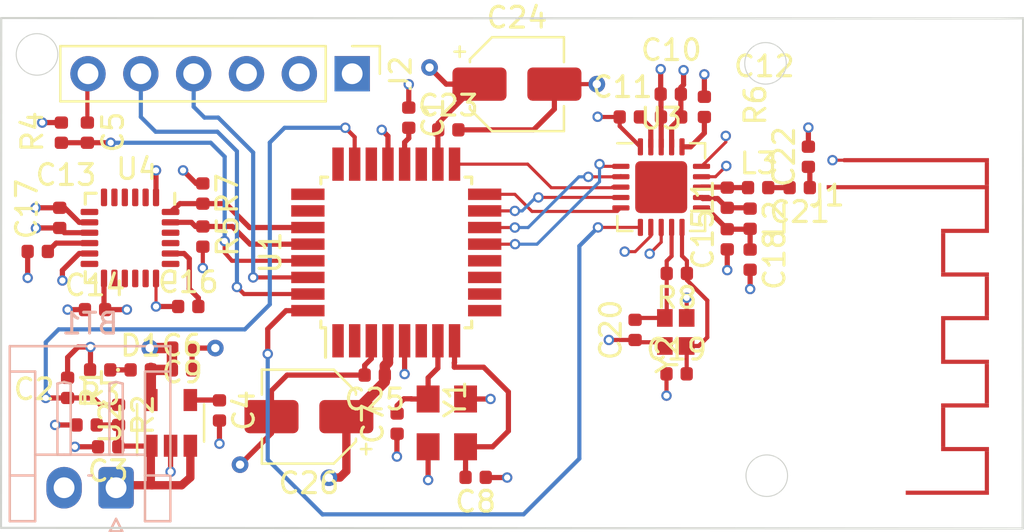
<source format=kicad_pcb>
(kicad_pcb (version 20171130) (host pcbnew 5.1.4+dfsg1-1)

  (general
    (thickness 1.6)
    (drawings 8)
    (tracks 383)
    (zones 0)
    (modules 47)
    (nets 33)
  )

  (page A4)
  (layers
    (0 F.Cu signal)
    (1 GROUND.Cu mixed hide)
    (2 VCC.Cu power hide)
    (31 B.Cu signal)
    (33 F.Adhes user)
    (35 F.Paste user)
    (37 F.SilkS user)
    (39 F.Mask user)
    (40 Dwgs.User user hide)
    (41 Cmts.User user hide)
    (42 Eco1.User user hide)
    (43 Eco2.User user hide)
    (44 Edge.Cuts user)
    (45 Margin user)
    (46 B.CrtYd user hide)
    (47 F.CrtYd user hide)
    (49 F.Fab user hide)
  )

  (setup
    (last_trace_width 0.25)
    (user_trace_width 0.1)
    (user_trace_width 0.125)
    (user_trace_width 0.15)
    (user_trace_width 0.2)
    (user_trace_width 0.25)
    (user_trace_width 0.3)
    (user_trace_width 0.4)
    (user_trace_width 0.5)
    (trace_clearance 0.2)
    (zone_clearance 0.508)
    (zone_45_only no)
    (trace_min 0.1)
    (via_size 0.8)
    (via_drill 0.4)
    (via_min_size 0.2)
    (via_min_drill 0.3)
    (user_via 0.5 0.3)
    (uvia_size 0.3)
    (uvia_drill 0.1)
    (uvias_allowed no)
    (uvia_min_size 0.2)
    (uvia_min_drill 0.1)
    (edge_width 0.05)
    (segment_width 0.2)
    (pcb_text_width 0.3)
    (pcb_text_size 1.5 1.5)
    (mod_edge_width 0.12)
    (mod_text_size 1 1)
    (mod_text_width 0.15)
    (pad_size 0.85 0.75)
    (pad_drill 0)
    (pad_to_mask_clearance 0.051)
    (solder_mask_min_width 0.25)
    (aux_axis_origin 0 0)
    (visible_elements 7FFFFFFF)
    (pcbplotparams
      (layerselection 0x010fc_ffffffff)
      (usegerberextensions false)
      (usegerberattributes false)
      (usegerberadvancedattributes false)
      (creategerberjobfile false)
      (excludeedgelayer true)
      (linewidth 0.100000)
      (plotframeref false)
      (viasonmask false)
      (mode 1)
      (useauxorigin false)
      (hpglpennumber 1)
      (hpglpenspeed 20)
      (hpglpendiameter 15.000000)
      (psnegative false)
      (psa4output false)
      (plotreference true)
      (plotvalue true)
      (plotinvisibletext false)
      (padsonsilk false)
      (subtractmaskfromsilk false)
      (outputformat 1)
      (mirror false)
      (drillshape 1)
      (scaleselection 1)
      (outputdirectory ""))
  )

  (net 0 "")
  (net 1 GND)
  (net 2 "Net-(BT1-Pad1)")
  (net 3 "Net-(C1-Pad2)")
  (net 4 DTR)
  (net 5 +3V3)
  (net 6 "Net-(C17-Pad2)")
  (net 7 "Net-(C20-Pad2)")
  (net 8 "Net-(C21-Pad2)")
  (net 9 TX0)
  (net 10 RX1)
  (net 11 "Net-(L1-Pad2)")
  (net 12 "Net-(L1-Pad1)")
  (net 13 A0)
  (net 14 "Net-(U1-Pad17)")
  (net 15 "Net-(U1-Pad16)")
  (net 16 "Net-(U1-Pad15)")
  (net 17 "Net-(U1-Pad14)")
  (net 18 "Net-(U1-Pad13)")
  (net 19 "Net-(C16-Pad2)")
  (net 20 "Net-(C15-Pad2)")
  (net 21 "Net-(C19-Pad2)")
  (net 22 "Net-(C21-Pad1)")
  (net 23 "Net-(D1-Pad1)")
  (net 24 "Net-(R6-Pad1)")
  (net 25 "Net-(R7-Pad2)")
  (net 26 "Net-(U1-Pad32)")
  (net 27 "Net-(C4-Pad1)")
  (net 28 "Net-(C5-Pad1)")
  (net 29 "Net-(C7-Pad2)")
  (net 30 "Net-(C8-Pad2)")
  (net 31 "Net-(C11-Pad2)")
  (net 32 "Net-(R5-Pad2)")

  (net_class Default "This is the default net class."
    (clearance 0.2)
    (trace_width 0.25)
    (via_dia 0.8)
    (via_drill 0.4)
    (uvia_dia 0.3)
    (uvia_drill 0.1)
    (add_net +3V3)
    (add_net A0)
    (add_net DTR)
    (add_net GND)
    (add_net "Net-(BT1-Pad1)")
    (add_net "Net-(C1-Pad2)")
    (add_net "Net-(C11-Pad2)")
    (add_net "Net-(C15-Pad2)")
    (add_net "Net-(C16-Pad2)")
    (add_net "Net-(C17-Pad2)")
    (add_net "Net-(C19-Pad2)")
    (add_net "Net-(C20-Pad2)")
    (add_net "Net-(C21-Pad1)")
    (add_net "Net-(C21-Pad2)")
    (add_net "Net-(C4-Pad1)")
    (add_net "Net-(C5-Pad1)")
    (add_net "Net-(C7-Pad2)")
    (add_net "Net-(C8-Pad2)")
    (add_net "Net-(D1-Pad1)")
    (add_net "Net-(L1-Pad1)")
    (add_net "Net-(L1-Pad2)")
    (add_net "Net-(R5-Pad2)")
    (add_net "Net-(R6-Pad1)")
    (add_net "Net-(R7-Pad2)")
    (add_net "Net-(U1-Pad13)")
    (add_net "Net-(U1-Pad14)")
    (add_net "Net-(U1-Pad15)")
    (add_net "Net-(U1-Pad16)")
    (add_net "Net-(U1-Pad17)")
    (add_net "Net-(U1-Pad32)")
    (add_net RX1)
    (add_net TX0)
  )

  (module PCB_antenna:2500_MHz_Theta3 (layer F.Cu) (tedit 5E2B4285) (tstamp 5E226B1D)
    (at 134.09 57.26)
    (path /5E160692)
    (fp_text reference J1 (at 0 0.5) (layer F.SilkS)
      (effects (font (size 1 1) (thickness 0.15)))
    )
    (fp_text value Conn_Coaxial (at 0 -0.5) (layer F.Fab)
      (effects (font (size 1 1) (thickness 0.15)))
    )
    (pad 2 smd rect (at 4.3 -1.2) (size 7 0.2) (layers F.Cu F.Paste F.Mask)
      (net 1 GND))
    (pad 2 smd rect (at 7.7 -0.55 90) (size 1.1 0.2) (layers F.Cu F.Paste F.Mask)
      (net 1 GND))
    (pad 1 smd rect (at 7.7 13.75 90) (size 1.9 0.2) (layers F.Cu F.Paste F.Mask)
      (net 22 "Net-(C21-Pad1)"))
    (pad 1 smd rect (at 5.8 14.8 180) (size 4 0.2) (layers F.Cu F.Paste F.Mask)
      (net 22 "Net-(C21-Pad1)"))
    (pad 1 smd rect (at 5.6 11.65 90) (size 1.9 0.2) (layers F.Cu F.Paste F.Mask)
      (net 22 "Net-(C21-Pad1)"))
    (pad 1 smd rect (at 6.65 12.7 180) (size 2.3 0.2) (layers F.Cu F.Paste F.Mask)
      (net 22 "Net-(C21-Pad1)"))
    (pad 1 smd rect (at 7.7 9.55 90) (size 1.9 0.2) (layers F.Cu F.Paste F.Mask)
      (net 22 "Net-(C21-Pad1)"))
    (pad 1 smd rect (at 6.65 10.6 180) (size 2.3 0.2) (layers F.Cu F.Paste F.Mask)
      (net 22 "Net-(C21-Pad1)"))
    (pad 1 smd rect (at 6.65 8.5 180) (size 2.3 0.2) (layers F.Cu F.Paste F.Mask)
      (net 22 "Net-(C21-Pad1)"))
    (pad 1 smd rect (at 6.65 6.4 180) (size 2.3 0.2) (layers F.Cu F.Paste F.Mask)
      (net 22 "Net-(C21-Pad1)"))
    (pad 1 smd rect (at 7.7 5.35 90) (size 1.9 0.2) (layers F.Cu F.Paste F.Mask)
      (net 22 "Net-(C21-Pad1)"))
    (pad 1 smd rect (at 5.6 7.45 90) (size 1.9 0.2) (layers F.Cu F.Paste F.Mask)
      (net 22 "Net-(C21-Pad1)"))
    (pad 1 smd rect (at 6.65 4.3 180) (size 2.3 0.2) (layers F.Cu F.Paste F.Mask)
      (net 22 "Net-(C21-Pad1)"))
    (pad 1 smd rect (at 5.6 3.25 90) (size 1.9 0.2) (layers F.Cu F.Paste F.Mask)
      (net 22 "Net-(C21-Pad1)"))
    (pad 1 smd rect (at 6.65 2.2 180) (size 2.3 0.2) (layers F.Cu F.Paste F.Mask)
      (net 22 "Net-(C21-Pad1)"))
    (pad 1 smd rect (at 7.7 1.15 90) (size 1.9 0.2) (layers F.Cu F.Paste F.Mask)
      (net 22 "Net-(C21-Pad1)"))
    (pad 1 smd rect (at 3.9 0.1) (size 7.8 0.2) (layers F.Cu F.Paste F.Mask)
      (net 22 "Net-(C21-Pad1)"))
  )

  (module Connector_JST:JST_EH_S2B-EH_1x02_P2.50mm_Horizontal (layer B.Cu) (tedit 5C281425) (tstamp 5E3A4AB0)
    (at 99.93 71.82 180)
    (descr "JST EH series connector, S2B-EH (http://www.jst-mfg.com/product/pdf/eng/eEH.pdf), generated with kicad-footprint-generator")
    (tags "connector JST EH horizontal")
    (path /5E34BDF5)
    (fp_text reference BT1 (at 1.25 7.9) (layer B.SilkS)
      (effects (font (size 1 1) (thickness 0.15)) (justify mirror))
    )
    (fp_text value Battery (at 1.25 -2.7) (layer B.Fab)
      (effects (font (size 1 1) (thickness 0.15)) (justify mirror))
    )
    (fp_text user %R (at 1.25 2.6) (layer B.Fab)
      (effects (font (size 1 1) (thickness 0.15)) (justify mirror))
    )
    (fp_line (start 0 1.407107) (end 0.5 0.7) (layer B.Fab) (width 0.1))
    (fp_line (start -0.5 0.7) (end 0 1.407107) (layer B.Fab) (width 0.1))
    (fp_line (start 0.3 -2.1) (end 0 -1.5) (layer B.SilkS) (width 0.12))
    (fp_line (start -0.3 -2.1) (end 0.3 -2.1) (layer B.SilkS) (width 0.12))
    (fp_line (start 0 -1.5) (end -0.3 -2.1) (layer B.SilkS) (width 0.12))
    (fp_line (start 2.82 1.59) (end 2.5 1.59) (layer B.SilkS) (width 0.12))
    (fp_line (start 2.82 5.01) (end 2.82 1.59) (layer B.SilkS) (width 0.12))
    (fp_line (start 2.5 5.09) (end 2.82 5.01) (layer B.SilkS) (width 0.12))
    (fp_line (start 2.18 5.01) (end 2.5 5.09) (layer B.SilkS) (width 0.12))
    (fp_line (start 2.18 1.59) (end 2.18 5.01) (layer B.SilkS) (width 0.12))
    (fp_line (start 2.5 1.59) (end 2.18 1.59) (layer B.SilkS) (width 0.12))
    (fp_line (start 1.17 0.59) (end 1.33 0.59) (layer B.SilkS) (width 0.12))
    (fp_line (start 0.32 1.59) (end 0 1.59) (layer B.SilkS) (width 0.12))
    (fp_line (start 0.32 5.01) (end 0.32 1.59) (layer B.SilkS) (width 0.12))
    (fp_line (start 0 5.09) (end 0.32 5.01) (layer B.SilkS) (width 0.12))
    (fp_line (start -0.32 5.01) (end 0 5.09) (layer B.SilkS) (width 0.12))
    (fp_line (start -0.32 1.59) (end -0.32 5.01) (layer B.SilkS) (width 0.12))
    (fp_line (start 0 1.59) (end -0.32 1.59) (layer B.SilkS) (width 0.12))
    (fp_line (start -1.39 1.59) (end 3.89 1.59) (layer B.SilkS) (width 0.12))
    (fp_line (start 3.89 0.59) (end 5.11 0.59) (layer B.SilkS) (width 0.12))
    (fp_line (start 3.89 5.59) (end 3.89 0.59) (layer B.SilkS) (width 0.12))
    (fp_line (start 5.11 5.59) (end 3.89 5.59) (layer B.SilkS) (width 0.12))
    (fp_line (start -1.39 0.59) (end -2.61 0.59) (layer B.SilkS) (width 0.12))
    (fp_line (start -1.39 5.59) (end -1.39 0.59) (layer B.SilkS) (width 0.12))
    (fp_line (start -2.61 5.59) (end -1.39 5.59) (layer B.SilkS) (width 0.12))
    (fp_line (start 3.89 -1.61) (end 3.89 0.59) (layer B.SilkS) (width 0.12))
    (fp_line (start 5.11 -1.61) (end 3.89 -1.61) (layer B.SilkS) (width 0.12))
    (fp_line (start 5.11 6.81) (end 5.11 -1.61) (layer B.SilkS) (width 0.12))
    (fp_line (start -2.61 6.81) (end 5.11 6.81) (layer B.SilkS) (width 0.12))
    (fp_line (start -2.61 -1.61) (end -2.61 6.81) (layer B.SilkS) (width 0.12))
    (fp_line (start -1.39 -1.61) (end -2.61 -1.61) (layer B.SilkS) (width 0.12))
    (fp_line (start -1.39 0.59) (end -1.39 -1.61) (layer B.SilkS) (width 0.12))
    (fp_line (start 5.5 7.2) (end -3 7.2) (layer B.CrtYd) (width 0.05))
    (fp_line (start 5.5 -2) (end 5.5 7.2) (layer B.CrtYd) (width 0.05))
    (fp_line (start -3 -2) (end 5.5 -2) (layer B.CrtYd) (width 0.05))
    (fp_line (start -3 7.2) (end -3 -2) (layer B.CrtYd) (width 0.05))
    (fp_line (start 4 0.7) (end -1.5 0.7) (layer B.Fab) (width 0.1))
    (fp_line (start 4 -1.5) (end 4 0.7) (layer B.Fab) (width 0.1))
    (fp_line (start 5 -1.5) (end 4 -1.5) (layer B.Fab) (width 0.1))
    (fp_line (start 5 6.7) (end 5 -1.5) (layer B.Fab) (width 0.1))
    (fp_line (start -2.5 6.7) (end 5 6.7) (layer B.Fab) (width 0.1))
    (fp_line (start -2.5 -1.5) (end -2.5 6.7) (layer B.Fab) (width 0.1))
    (fp_line (start -1.5 -1.5) (end -2.5 -1.5) (layer B.Fab) (width 0.1))
    (fp_line (start -1.5 0.7) (end -1.5 -1.5) (layer B.Fab) (width 0.1))
    (pad 2 thru_hole oval (at 2.5 0 180) (size 1.7 2) (drill 1) (layers *.Cu *.Mask)
      (net 1 GND))
    (pad 1 thru_hole roundrect (at 0 0 180) (size 1.7 2) (drill 1) (layers *.Cu *.Mask) (roundrect_rratio 0.147059)
      (net 2 "Net-(BT1-Pad1)"))
    (model ${KISYS3DMOD}/Connector_JST.3dshapes/JST_EH_S2B-EH_1x02_P2.50mm_Horizontal.wrl
      (at (xyz 0 0 0))
      (scale (xyz 1 1 1))
      (rotate (xyz 0 0 0))
    )
  )

  (module OC:ECS-80-18-33-JGN-TR (layer F.Cu) (tedit 5E39C547) (tstamp 5E20F08A)
    (at 116.73 67.55 270)
    (path /5E225C1F)
    (fp_text reference Y1 (at 0 0.5 90) (layer F.SilkS)
      (effects (font (size 1 1) (thickness 0.15)))
    )
    (fp_text value 8MHz (at 0 -0.5 90) (layer F.Fab)
      (effects (font (size 1 1) (thickness 0.15)))
    )
    (pad 2 smd rect (at 2.3 1.8) (size 1.1 1.3) (layers F.Cu F.Paste F.Mask)
      (net 1 GND))
    (pad 3 smd rect (at 2.3 0) (size 1.1 1.3) (layers F.Cu F.Paste F.Mask)
      (net 30 "Net-(C8-Pad2)"))
    (pad 1 smd rect (at 0 1.8) (size 1.1 1.3) (layers F.Cu F.Paste F.Mask)
      (net 29 "Net-(C7-Pad2)"))
    (pad 4 smd rect (at 0 0) (size 1.1 1.3) (layers F.Cu F.Paste F.Mask)
      (net 1 GND))
  )

  (module Resistor_SMD:R_0402_1005Metric (layer F.Cu) (tedit 5B301BBD) (tstamp 5E39AFFA)
    (at 126.885 61.51 180)
    (descr "Resistor SMD 0402 (1005 Metric), square (rectangular) end terminal, IPC_7351 nominal, (Body size source: http://www.tortai-tech.com/upload/download/2011102023233369053.pdf), generated with kicad-footprint-generator")
    (tags resistor)
    (path /5E3119BA)
    (attr smd)
    (fp_text reference R8 (at 0 -1.17) (layer F.SilkS)
      (effects (font (size 1 1) (thickness 0.15)))
    )
    (fp_text value 1M (at 0 1.17) (layer F.Fab)
      (effects (font (size 1 1) (thickness 0.15)))
    )
    (fp_text user %R (at 0 0) (layer F.Fab)
      (effects (font (size 0.25 0.25) (thickness 0.04)))
    )
    (fp_line (start 0.93 0.47) (end -0.93 0.47) (layer F.CrtYd) (width 0.05))
    (fp_line (start 0.93 -0.47) (end 0.93 0.47) (layer F.CrtYd) (width 0.05))
    (fp_line (start -0.93 -0.47) (end 0.93 -0.47) (layer F.CrtYd) (width 0.05))
    (fp_line (start -0.93 0.47) (end -0.93 -0.47) (layer F.CrtYd) (width 0.05))
    (fp_line (start 0.5 0.25) (end -0.5 0.25) (layer F.Fab) (width 0.1))
    (fp_line (start 0.5 -0.25) (end 0.5 0.25) (layer F.Fab) (width 0.1))
    (fp_line (start -0.5 -0.25) (end 0.5 -0.25) (layer F.Fab) (width 0.1))
    (fp_line (start -0.5 0.25) (end -0.5 -0.25) (layer F.Fab) (width 0.1))
    (pad 2 smd roundrect (at 0.485 0 180) (size 0.59 0.64) (layers F.Cu F.Paste F.Mask) (roundrect_rratio 0.25)
      (net 7 "Net-(C20-Pad2)"))
    (pad 1 smd roundrect (at -0.485 0 180) (size 0.59 0.64) (layers F.Cu F.Paste F.Mask) (roundrect_rratio 0.25)
      (net 21 "Net-(C19-Pad2)"))
    (model ${KISYS3DMOD}/Resistor_SMD.3dshapes/R_0402_1005Metric.wrl
      (at (xyz 0 0 0))
      (scale (xyz 1 1 1))
      (rotate (xyz 0 0 0))
    )
  )

  (module Connector_PinHeader_2.54mm:PinHeader_1x06_P2.54mm_Vertical (layer F.Cu) (tedit 59FED5CC) (tstamp 5E10AC45)
    (at 111.28 51.9 270)
    (descr "Through hole straight pin header, 1x06, 2.54mm pitch, single row")
    (tags "Through hole pin header THT 1x06 2.54mm single row")
    (path /5E225C53)
    (fp_text reference J2 (at 0 -2.33 90) (layer F.SilkS)
      (effects (font (size 1 1) (thickness 0.15)))
    )
    (fp_text value Conn_01x06_Female (at 0 15.03 90) (layer F.Fab)
      (effects (font (size 1 1) (thickness 0.15)))
    )
    (fp_text user %R (at 0 6.35) (layer F.Fab)
      (effects (font (size 1 1) (thickness 0.15)))
    )
    (fp_line (start 1.8 -1.8) (end -1.8 -1.8) (layer F.CrtYd) (width 0.05))
    (fp_line (start 1.8 14.5) (end 1.8 -1.8) (layer F.CrtYd) (width 0.05))
    (fp_line (start -1.8 14.5) (end 1.8 14.5) (layer F.CrtYd) (width 0.05))
    (fp_line (start -1.8 -1.8) (end -1.8 14.5) (layer F.CrtYd) (width 0.05))
    (fp_line (start -1.33 -1.33) (end 0 -1.33) (layer F.SilkS) (width 0.12))
    (fp_line (start -1.33 0) (end -1.33 -1.33) (layer F.SilkS) (width 0.12))
    (fp_line (start -1.33 1.27) (end 1.33 1.27) (layer F.SilkS) (width 0.12))
    (fp_line (start 1.33 1.27) (end 1.33 14.03) (layer F.SilkS) (width 0.12))
    (fp_line (start -1.33 1.27) (end -1.33 14.03) (layer F.SilkS) (width 0.12))
    (fp_line (start -1.33 14.03) (end 1.33 14.03) (layer F.SilkS) (width 0.12))
    (fp_line (start -1.27 -0.635) (end -0.635 -1.27) (layer F.Fab) (width 0.1))
    (fp_line (start -1.27 13.97) (end -1.27 -0.635) (layer F.Fab) (width 0.1))
    (fp_line (start 1.27 13.97) (end -1.27 13.97) (layer F.Fab) (width 0.1))
    (fp_line (start 1.27 -1.27) (end 1.27 13.97) (layer F.Fab) (width 0.1))
    (fp_line (start -0.635 -1.27) (end 1.27 -1.27) (layer F.Fab) (width 0.1))
    (pad 6 thru_hole oval (at 0 12.7 270) (size 1.7 1.7) (drill 1) (layers *.Cu *.Mask)
      (net 4 DTR))
    (pad 5 thru_hole oval (at 0 10.16 270) (size 1.7 1.7) (drill 1) (layers *.Cu *.Mask)
      (net 9 TX0))
    (pad 4 thru_hole oval (at 0 7.62 270) (size 1.7 1.7) (drill 1) (layers *.Cu *.Mask)
      (net 10 RX1))
    (pad 3 thru_hole oval (at 0 5.08 270) (size 1.7 1.7) (drill 1) (layers *.Cu *.Mask)
      (net 5 +3V3))
    (pad 2 thru_hole oval (at 0 2.54 270) (size 1.7 1.7) (drill 1) (layers *.Cu *.Mask)
      (net 1 GND))
    (pad 1 thru_hole rect (at 0 0 270) (size 1.7 1.7) (drill 1) (layers *.Cu *.Mask)
      (net 1 GND))
    (model ${KISYS3DMOD}/Connector_PinHeader_2.54mm.3dshapes/PinHeader_1x06_P2.54mm_Vertical.wrl
      (at (xyz 0 0 0))
      (scale (xyz 1 1 1))
      (rotate (xyz 0 0 0))
    )
  )

  (module Capacitor_SMD:C_0402_1005Metric (layer F.Cu) (tedit 5B301BBE) (tstamp 5E1A8941)
    (at 113.44 68.735 90)
    (descr "Capacitor SMD 0402 (1005 Metric), square (rectangular) end terminal, IPC_7351 nominal, (Body size source: http://www.tortai-tech.com/upload/download/2011102023233369053.pdf), generated with kicad-footprint-generator")
    (tags capacitor)
    (path /5E23F46D)
    (attr smd)
    (fp_text reference C7 (at 0 -1.17 90) (layer F.SilkS)
      (effects (font (size 1 1) (thickness 0.15)))
    )
    (fp_text value "9 pF" (at 0 1.17 90) (layer F.Fab)
      (effects (font (size 1 1) (thickness 0.15)))
    )
    (fp_text user %R (at 0 0 90) (layer F.Fab)
      (effects (font (size 0.25 0.25) (thickness 0.04)))
    )
    (fp_line (start 0.93 0.47) (end -0.93 0.47) (layer F.CrtYd) (width 0.05))
    (fp_line (start 0.93 -0.47) (end 0.93 0.47) (layer F.CrtYd) (width 0.05))
    (fp_line (start -0.93 -0.47) (end 0.93 -0.47) (layer F.CrtYd) (width 0.05))
    (fp_line (start -0.93 0.47) (end -0.93 -0.47) (layer F.CrtYd) (width 0.05))
    (fp_line (start 0.5 0.25) (end -0.5 0.25) (layer F.Fab) (width 0.1))
    (fp_line (start 0.5 -0.25) (end 0.5 0.25) (layer F.Fab) (width 0.1))
    (fp_line (start -0.5 -0.25) (end 0.5 -0.25) (layer F.Fab) (width 0.1))
    (fp_line (start -0.5 0.25) (end -0.5 -0.25) (layer F.Fab) (width 0.1))
    (pad 2 smd roundrect (at 0.485 0 90) (size 0.59 0.64) (layers F.Cu F.Paste F.Mask) (roundrect_rratio 0.25)
      (net 29 "Net-(C7-Pad2)"))
    (pad 1 smd roundrect (at -0.485 0 90) (size 0.59 0.64) (layers F.Cu F.Paste F.Mask) (roundrect_rratio 0.25)
      (net 1 GND))
    (model ${KISYS3DMOD}/Capacitor_SMD.3dshapes/C_0402_1005Metric.wrl
      (at (xyz 0 0 0))
      (scale (xyz 1 1 1))
      (rotate (xyz 0 0 0))
    )
  )

  (module Capacitor_SMD:C_0402_1005Metric (layer F.Cu) (tedit 5B301BBE) (tstamp 5E10AA3B)
    (at 117.215 71.32 180)
    (descr "Capacitor SMD 0402 (1005 Metric), square (rectangular) end terminal, IPC_7351 nominal, (Body size source: http://www.tortai-tech.com/upload/download/2011102023233369053.pdf), generated with kicad-footprint-generator")
    (tags capacitor)
    (path /5E0B844B)
    (attr smd)
    (fp_text reference C8 (at 0 -1.17) (layer F.SilkS)
      (effects (font (size 1 1) (thickness 0.15)))
    )
    (fp_text value "9 pF" (at 0 1.17) (layer F.Fab)
      (effects (font (size 1 1) (thickness 0.15)))
    )
    (fp_text user %R (at 0 0) (layer F.Fab)
      (effects (font (size 0.25 0.25) (thickness 0.04)))
    )
    (fp_line (start 0.93 0.47) (end -0.93 0.47) (layer F.CrtYd) (width 0.05))
    (fp_line (start 0.93 -0.47) (end 0.93 0.47) (layer F.CrtYd) (width 0.05))
    (fp_line (start -0.93 -0.47) (end 0.93 -0.47) (layer F.CrtYd) (width 0.05))
    (fp_line (start -0.93 0.47) (end -0.93 -0.47) (layer F.CrtYd) (width 0.05))
    (fp_line (start 0.5 0.25) (end -0.5 0.25) (layer F.Fab) (width 0.1))
    (fp_line (start 0.5 -0.25) (end 0.5 0.25) (layer F.Fab) (width 0.1))
    (fp_line (start -0.5 -0.25) (end 0.5 -0.25) (layer F.Fab) (width 0.1))
    (fp_line (start -0.5 0.25) (end -0.5 -0.25) (layer F.Fab) (width 0.1))
    (pad 2 smd roundrect (at 0.485 0 180) (size 0.59 0.64) (layers F.Cu F.Paste F.Mask) (roundrect_rratio 0.25)
      (net 30 "Net-(C8-Pad2)"))
    (pad 1 smd roundrect (at -0.485 0 180) (size 0.59 0.64) (layers F.Cu F.Paste F.Mask) (roundrect_rratio 0.25)
      (net 1 GND))
    (model ${KISYS3DMOD}/Capacitor_SMD.3dshapes/C_0402_1005Metric.wrl
      (at (xyz 0 0 0))
      (scale (xyz 1 1 1))
      (rotate (xyz 0 0 0))
    )
  )

  (module Capacitor_SMD:CP_Elec_4x4.5 (layer F.Cu) (tedit 5BCA39CF) (tstamp 5E1BB402)
    (at 109.2 68.4 180)
    (descr "SMD capacitor, aluminum electrolytic, Nichicon, 4.0x4.5mm")
    (tags "capacitor electrolytic")
    (path /5E323EA7)
    (attr smd)
    (fp_text reference C26 (at 0 -3.2) (layer F.SilkS)
      (effects (font (size 1 1) (thickness 0.15)))
    )
    (fp_text value 1uF (at 0 3.2) (layer F.Fab)
      (effects (font (size 1 1) (thickness 0.15)))
    )
    (fp_text user %R (at 0 0) (layer F.Fab)
      (effects (font (size 0.8 0.8) (thickness 0.12)))
    )
    (fp_line (start -3.35 1.05) (end -2.4 1.05) (layer F.CrtYd) (width 0.05))
    (fp_line (start -3.35 -1.05) (end -3.35 1.05) (layer F.CrtYd) (width 0.05))
    (fp_line (start -2.4 -1.05) (end -3.35 -1.05) (layer F.CrtYd) (width 0.05))
    (fp_line (start -2.4 1.05) (end -2.4 1.25) (layer F.CrtYd) (width 0.05))
    (fp_line (start -2.4 -1.25) (end -2.4 -1.05) (layer F.CrtYd) (width 0.05))
    (fp_line (start -2.4 -1.25) (end -1.25 -2.4) (layer F.CrtYd) (width 0.05))
    (fp_line (start -2.4 1.25) (end -1.25 2.4) (layer F.CrtYd) (width 0.05))
    (fp_line (start -1.25 -2.4) (end 2.4 -2.4) (layer F.CrtYd) (width 0.05))
    (fp_line (start -1.25 2.4) (end 2.4 2.4) (layer F.CrtYd) (width 0.05))
    (fp_line (start 2.4 1.05) (end 2.4 2.4) (layer F.CrtYd) (width 0.05))
    (fp_line (start 3.35 1.05) (end 2.4 1.05) (layer F.CrtYd) (width 0.05))
    (fp_line (start 3.35 -1.05) (end 3.35 1.05) (layer F.CrtYd) (width 0.05))
    (fp_line (start 2.4 -1.05) (end 3.35 -1.05) (layer F.CrtYd) (width 0.05))
    (fp_line (start 2.4 -2.4) (end 2.4 -1.05) (layer F.CrtYd) (width 0.05))
    (fp_line (start -2.75 -1.81) (end -2.75 -1.31) (layer F.SilkS) (width 0.12))
    (fp_line (start -3 -1.56) (end -2.5 -1.56) (layer F.SilkS) (width 0.12))
    (fp_line (start -2.26 1.195563) (end -1.195563 2.26) (layer F.SilkS) (width 0.12))
    (fp_line (start -2.26 -1.195563) (end -1.195563 -2.26) (layer F.SilkS) (width 0.12))
    (fp_line (start -2.26 -1.195563) (end -2.26 -1.06) (layer F.SilkS) (width 0.12))
    (fp_line (start -2.26 1.195563) (end -2.26 1.06) (layer F.SilkS) (width 0.12))
    (fp_line (start -1.195563 2.26) (end 2.26 2.26) (layer F.SilkS) (width 0.12))
    (fp_line (start -1.195563 -2.26) (end 2.26 -2.26) (layer F.SilkS) (width 0.12))
    (fp_line (start 2.26 -2.26) (end 2.26 -1.06) (layer F.SilkS) (width 0.12))
    (fp_line (start 2.26 2.26) (end 2.26 1.06) (layer F.SilkS) (width 0.12))
    (fp_line (start -1.374773 -1.2) (end -1.374773 -0.8) (layer F.Fab) (width 0.1))
    (fp_line (start -1.574773 -1) (end -1.174773 -1) (layer F.Fab) (width 0.1))
    (fp_line (start -2.15 1.15) (end -1.15 2.15) (layer F.Fab) (width 0.1))
    (fp_line (start -2.15 -1.15) (end -1.15 -2.15) (layer F.Fab) (width 0.1))
    (fp_line (start -2.15 -1.15) (end -2.15 1.15) (layer F.Fab) (width 0.1))
    (fp_line (start -1.15 2.15) (end 2.15 2.15) (layer F.Fab) (width 0.1))
    (fp_line (start -1.15 -2.15) (end 2.15 -2.15) (layer F.Fab) (width 0.1))
    (fp_line (start 2.15 -2.15) (end 2.15 2.15) (layer F.Fab) (width 0.1))
    (fp_circle (center 0 0) (end 2 0) (layer F.Fab) (width 0.1))
    (pad 2 smd roundrect (at 1.8 0 180) (size 2.6 1.6) (layers F.Cu F.Paste F.Mask) (roundrect_rratio 0.15625)
      (net 1 GND))
    (pad 1 smd roundrect (at -1.8 0 180) (size 2.6 1.6) (layers F.Cu F.Paste F.Mask) (roundrect_rratio 0.15625)
      (net 5 +3V3))
    (model ${KISYS3DMOD}/Capacitor_SMD.3dshapes/CP_Elec_4x4.5.wrl
      (at (xyz 0 0 0))
      (scale (xyz 1 1 1))
      (rotate (xyz 0 0 0))
    )
  )

  (module Capacitor_SMD:CP_Elec_4x4.5 (layer F.Cu) (tedit 5BCA39CF) (tstamp 5E1BB3CC)
    (at 119.2 52.4)
    (descr "SMD capacitor, aluminum electrolytic, Nichicon, 4.0x4.5mm")
    (tags "capacitor electrolytic")
    (path /5E32347B)
    (attr smd)
    (fp_text reference C24 (at 0 -3.2) (layer F.SilkS)
      (effects (font (size 1 1) (thickness 0.15)))
    )
    (fp_text value 1uF (at 0 3.2) (layer F.Fab)
      (effects (font (size 1 1) (thickness 0.15)))
    )
    (fp_text user %R (at 0 0) (layer F.Fab)
      (effects (font (size 0.8 0.8) (thickness 0.12)))
    )
    (fp_line (start -3.35 1.05) (end -2.4 1.05) (layer F.CrtYd) (width 0.05))
    (fp_line (start -3.35 -1.05) (end -3.35 1.05) (layer F.CrtYd) (width 0.05))
    (fp_line (start -2.4 -1.05) (end -3.35 -1.05) (layer F.CrtYd) (width 0.05))
    (fp_line (start -2.4 1.05) (end -2.4 1.25) (layer F.CrtYd) (width 0.05))
    (fp_line (start -2.4 -1.25) (end -2.4 -1.05) (layer F.CrtYd) (width 0.05))
    (fp_line (start -2.4 -1.25) (end -1.25 -2.4) (layer F.CrtYd) (width 0.05))
    (fp_line (start -2.4 1.25) (end -1.25 2.4) (layer F.CrtYd) (width 0.05))
    (fp_line (start -1.25 -2.4) (end 2.4 -2.4) (layer F.CrtYd) (width 0.05))
    (fp_line (start -1.25 2.4) (end 2.4 2.4) (layer F.CrtYd) (width 0.05))
    (fp_line (start 2.4 1.05) (end 2.4 2.4) (layer F.CrtYd) (width 0.05))
    (fp_line (start 3.35 1.05) (end 2.4 1.05) (layer F.CrtYd) (width 0.05))
    (fp_line (start 3.35 -1.05) (end 3.35 1.05) (layer F.CrtYd) (width 0.05))
    (fp_line (start 2.4 -1.05) (end 3.35 -1.05) (layer F.CrtYd) (width 0.05))
    (fp_line (start 2.4 -2.4) (end 2.4 -1.05) (layer F.CrtYd) (width 0.05))
    (fp_line (start -2.75 -1.81) (end -2.75 -1.31) (layer F.SilkS) (width 0.12))
    (fp_line (start -3 -1.56) (end -2.5 -1.56) (layer F.SilkS) (width 0.12))
    (fp_line (start -2.26 1.195563) (end -1.195563 2.26) (layer F.SilkS) (width 0.12))
    (fp_line (start -2.26 -1.195563) (end -1.195563 -2.26) (layer F.SilkS) (width 0.12))
    (fp_line (start -2.26 -1.195563) (end -2.26 -1.06) (layer F.SilkS) (width 0.12))
    (fp_line (start -2.26 1.195563) (end -2.26 1.06) (layer F.SilkS) (width 0.12))
    (fp_line (start -1.195563 2.26) (end 2.26 2.26) (layer F.SilkS) (width 0.12))
    (fp_line (start -1.195563 -2.26) (end 2.26 -2.26) (layer F.SilkS) (width 0.12))
    (fp_line (start 2.26 -2.26) (end 2.26 -1.06) (layer F.SilkS) (width 0.12))
    (fp_line (start 2.26 2.26) (end 2.26 1.06) (layer F.SilkS) (width 0.12))
    (fp_line (start -1.374773 -1.2) (end -1.374773 -0.8) (layer F.Fab) (width 0.1))
    (fp_line (start -1.574773 -1) (end -1.174773 -1) (layer F.Fab) (width 0.1))
    (fp_line (start -2.15 1.15) (end -1.15 2.15) (layer F.Fab) (width 0.1))
    (fp_line (start -2.15 -1.15) (end -1.15 -2.15) (layer F.Fab) (width 0.1))
    (fp_line (start -2.15 -1.15) (end -2.15 1.15) (layer F.Fab) (width 0.1))
    (fp_line (start -1.15 2.15) (end 2.15 2.15) (layer F.Fab) (width 0.1))
    (fp_line (start -1.15 -2.15) (end 2.15 -2.15) (layer F.Fab) (width 0.1))
    (fp_line (start 2.15 -2.15) (end 2.15 2.15) (layer F.Fab) (width 0.1))
    (fp_circle (center 0 0) (end 2 0) (layer F.Fab) (width 0.1))
    (pad 2 smd roundrect (at 1.8 0) (size 2.6 1.6) (layers F.Cu F.Paste F.Mask) (roundrect_rratio 0.15625)
      (net 1 GND))
    (pad 1 smd roundrect (at -1.8 0) (size 2.6 1.6) (layers F.Cu F.Paste F.Mask) (roundrect_rratio 0.15625)
      (net 5 +3V3))
    (model ${KISYS3DMOD}/Capacitor_SMD.3dshapes/CP_Elec_4x4.5.wrl
      (at (xyz 0 0 0))
      (scale (xyz 1 1 1))
      (rotate (xyz 0 0 0))
    )
  )

  (module OC:ECS1637 (layer F.Cu) (tedit 5E1A1E23) (tstamp 5E226B4C)
    (at 125.935 65.425 90)
    (path /5E29D33E)
    (fp_text reference Y2 (at 0 0.5 90) (layer F.SilkS)
      (effects (font (size 1 1) (thickness 0.15)))
    )
    (fp_text value "16 MHz" (at 0 -0.5 90) (layer F.Fab)
      (effects (font (size 1 1) (thickness 0.15)))
    )
    (pad 2 smd rect (at 1.775 1.425 90) (size 0.85 0.75) (layers F.Cu F.Paste F.Mask)
      (net 1 GND))
    (pad 3 smd rect (at 1.775 0.375 90) (size 0.85 0.75) (layers F.Cu F.Paste F.Mask)
      (net 7 "Net-(C20-Pad2)"))
    (pad 1 smd rect (at 0.425 1.425 90) (size 0.85 0.75) (layers F.Cu F.Paste F.Mask)
      (net 21 "Net-(C19-Pad2)"))
    (pad 4 smd rect (at 0.425 0.375 90) (size 0.85 0.75) (layers F.Cu F.Paste F.Mask)
      (net 1 GND))
  )

  (module Capacitor_SMD:C_0402_1005Metric (layer F.Cu) (tedit 5B301BBE) (tstamp 5E1A8932)
    (at 98.515 68.8)
    (descr "Capacitor SMD 0402 (1005 Metric), square (rectangular) end terminal, IPC_7351 nominal, (Body size source: http://www.tortai-tech.com/upload/download/2011102023233369053.pdf), generated with kicad-footprint-generator")
    (tags capacitor)
    (path /5E4455A1)
    (attr smd)
    (fp_text reference C2 (at -2.525 -1.72) (layer F.SilkS)
      (effects (font (size 1 1) (thickness 0.15)))
    )
    (fp_text value 4.7uF (at 0 1.17) (layer F.Fab)
      (effects (font (size 1 1) (thickness 0.15)))
    )
    (fp_text user %R (at 0 0) (layer F.Fab)
      (effects (font (size 0.25 0.25) (thickness 0.04)))
    )
    (fp_line (start 0.93 0.47) (end -0.93 0.47) (layer F.CrtYd) (width 0.05))
    (fp_line (start 0.93 -0.47) (end 0.93 0.47) (layer F.CrtYd) (width 0.05))
    (fp_line (start -0.93 -0.47) (end 0.93 -0.47) (layer F.CrtYd) (width 0.05))
    (fp_line (start -0.93 0.47) (end -0.93 -0.47) (layer F.CrtYd) (width 0.05))
    (fp_line (start 0.5 0.25) (end -0.5 0.25) (layer F.Fab) (width 0.1))
    (fp_line (start 0.5 -0.25) (end 0.5 0.25) (layer F.Fab) (width 0.1))
    (fp_line (start -0.5 -0.25) (end 0.5 -0.25) (layer F.Fab) (width 0.1))
    (fp_line (start -0.5 0.25) (end -0.5 -0.25) (layer F.Fab) (width 0.1))
    (pad 2 smd roundrect (at 0.485 0) (size 0.59 0.64) (layers F.Cu F.Paste F.Mask) (roundrect_rratio 0.25)
      (net 2 "Net-(BT1-Pad1)"))
    (pad 1 smd roundrect (at -0.485 0) (size 0.59 0.64) (layers F.Cu F.Paste F.Mask) (roundrect_rratio 0.25)
      (net 1 GND))
    (model ${KISYS3DMOD}/Capacitor_SMD.3dshapes/C_0402_1005Metric.wrl
      (at (xyz 0 0 0))
      (scale (xyz 1 1 1))
      (rotate (xyz 0 0 0))
    )
  )

  (module Package_DFN_QFN:QFN-20-1EP_4x4mm_P0.5mm_EP2.5x2.5mm (layer F.Cu) (tedit 5C1FD453) (tstamp 5E10ADB6)
    (at 126.135 57.355)
    (descr "QFN, 20 Pin (http://ww1.microchip.com/downloads/en/PackagingSpec/00000049BQ.pdf#page=274), generated with kicad-footprint-generator ipc_dfn_qfn_generator.py")
    (tags "QFN DFN_QFN")
    (path /5E09DCB3)
    (attr smd)
    (fp_text reference U3 (at 0 -3.3) (layer F.SilkS)
      (effects (font (size 1 1) (thickness 0.15)))
    )
    (fp_text value nRF24L01P (at 0 3.3) (layer F.Fab)
      (effects (font (size 1 1) (thickness 0.15)))
    )
    (fp_text user %R (at 0 0) (layer F.Fab)
      (effects (font (size 1 1) (thickness 0.15)))
    )
    (fp_line (start 2.6 -2.6) (end -2.6 -2.6) (layer F.CrtYd) (width 0.05))
    (fp_line (start 2.6 2.6) (end 2.6 -2.6) (layer F.CrtYd) (width 0.05))
    (fp_line (start -2.6 2.6) (end 2.6 2.6) (layer F.CrtYd) (width 0.05))
    (fp_line (start -2.6 -2.6) (end -2.6 2.6) (layer F.CrtYd) (width 0.05))
    (fp_line (start -2 -1) (end -1 -2) (layer F.Fab) (width 0.1))
    (fp_line (start -2 2) (end -2 -1) (layer F.Fab) (width 0.1))
    (fp_line (start 2 2) (end -2 2) (layer F.Fab) (width 0.1))
    (fp_line (start 2 -2) (end 2 2) (layer F.Fab) (width 0.1))
    (fp_line (start -1 -2) (end 2 -2) (layer F.Fab) (width 0.1))
    (fp_line (start -1.385 -2.11) (end -2.11 -2.11) (layer F.SilkS) (width 0.12))
    (fp_line (start 2.11 2.11) (end 2.11 1.385) (layer F.SilkS) (width 0.12))
    (fp_line (start 1.385 2.11) (end 2.11 2.11) (layer F.SilkS) (width 0.12))
    (fp_line (start -2.11 2.11) (end -2.11 1.385) (layer F.SilkS) (width 0.12))
    (fp_line (start -1.385 2.11) (end -2.11 2.11) (layer F.SilkS) (width 0.12))
    (fp_line (start 2.11 -2.11) (end 2.11 -1.385) (layer F.SilkS) (width 0.12))
    (fp_line (start 1.385 -2.11) (end 2.11 -2.11) (layer F.SilkS) (width 0.12))
    (pad 20 smd roundrect (at -1 -1.9375) (size 0.25 0.825) (layers F.Cu F.Paste F.Mask) (roundrect_rratio 0.25)
      (net 1 GND))
    (pad 19 smd roundrect (at -0.5 -1.9375) (size 0.25 0.825) (layers F.Cu F.Paste F.Mask) (roundrect_rratio 0.25)
      (net 31 "Net-(C11-Pad2)"))
    (pad 18 smd roundrect (at 0 -1.9375) (size 0.25 0.825) (layers F.Cu F.Paste F.Mask) (roundrect_rratio 0.25)
      (net 5 +3V3))
    (pad 17 smd roundrect (at 0.5 -1.9375) (size 0.25 0.825) (layers F.Cu F.Paste F.Mask) (roundrect_rratio 0.25)
      (net 1 GND))
    (pad 16 smd roundrect (at 1 -1.9375) (size 0.25 0.825) (layers F.Cu F.Paste F.Mask) (roundrect_rratio 0.25)
      (net 24 "Net-(R6-Pad1)"))
    (pad 15 smd roundrect (at 1.9375 -1) (size 0.825 0.25) (layers F.Cu F.Paste F.Mask) (roundrect_rratio 0.25)
      (net 5 +3V3))
    (pad 14 smd roundrect (at 1.9375 -0.5) (size 0.825 0.25) (layers F.Cu F.Paste F.Mask) (roundrect_rratio 0.25)
      (net 1 GND))
    (pad 13 smd roundrect (at 1.9375 0) (size 0.825 0.25) (layers F.Cu F.Paste F.Mask) (roundrect_rratio 0.25)
      (net 11 "Net-(L1-Pad2)"))
    (pad 12 smd roundrect (at 1.9375 0.5) (size 0.825 0.25) (layers F.Cu F.Paste F.Mask) (roundrect_rratio 0.25)
      (net 12 "Net-(L1-Pad1)"))
    (pad 11 smd roundrect (at 1.9375 1) (size 0.825 0.25) (layers F.Cu F.Paste F.Mask) (roundrect_rratio 0.25)
      (net 20 "Net-(C15-Pad2)"))
    (pad 10 smd roundrect (at 1 1.9375) (size 0.25 0.825) (layers F.Cu F.Paste F.Mask) (roundrect_rratio 0.25)
      (net 21 "Net-(C19-Pad2)"))
    (pad 9 smd roundrect (at 0.5 1.9375) (size 0.25 0.825) (layers F.Cu F.Paste F.Mask) (roundrect_rratio 0.25)
      (net 7 "Net-(C20-Pad2)"))
    (pad 8 smd roundrect (at 0 1.9375) (size 0.25 0.825) (layers F.Cu F.Paste F.Mask) (roundrect_rratio 0.25)
      (net 1 GND))
    (pad 7 smd roundrect (at -0.5 1.9375) (size 0.25 0.825) (layers F.Cu F.Paste F.Mask) (roundrect_rratio 0.25)
      (net 5 +3V3))
    (pad 6 smd roundrect (at -1 1.9375) (size 0.25 0.825) (layers F.Cu F.Paste F.Mask) (roundrect_rratio 0.25)
      (net 26 "Net-(U1-Pad32)"))
    (pad 5 smd roundrect (at -1.9375 1) (size 0.825 0.25) (layers F.Cu F.Paste F.Mask) (roundrect_rratio 0.25)
      (net 15 "Net-(U1-Pad16)"))
    (pad 4 smd roundrect (at -1.9375 0.5) (size 0.825 0.25) (layers F.Cu F.Paste F.Mask) (roundrect_rratio 0.25)
      (net 16 "Net-(U1-Pad15)"))
    (pad 3 smd roundrect (at -1.9375 0) (size 0.825 0.25) (layers F.Cu F.Paste F.Mask) (roundrect_rratio 0.25)
      (net 14 "Net-(U1-Pad17)"))
    (pad 2 smd roundrect (at -1.9375 -0.5) (size 0.825 0.25) (layers F.Cu F.Paste F.Mask) (roundrect_rratio 0.25)
      (net 17 "Net-(U1-Pad14)"))
    (pad 1 smd roundrect (at -1.9375 -1) (size 0.825 0.25) (layers F.Cu F.Paste F.Mask) (roundrect_rratio 0.25)
      (net 18 "Net-(U1-Pad13)"))
    (pad "" smd roundrect (at 0.625 0.625) (size 1.01 1.01) (layers F.Paste) (roundrect_rratio 0.247525))
    (pad "" smd roundrect (at 0.625 -0.625) (size 1.01 1.01) (layers F.Paste) (roundrect_rratio 0.247525))
    (pad "" smd roundrect (at -0.625 0.625) (size 1.01 1.01) (layers F.Paste) (roundrect_rratio 0.247525))
    (pad "" smd roundrect (at -0.625 -0.625) (size 1.01 1.01) (layers F.Paste) (roundrect_rratio 0.247525))
    (pad 21 smd roundrect (at 0 0) (size 2.5 2.5) (layers F.Cu F.Mask) (roundrect_rratio 0.1))
    (model ${KISYS3DMOD}/Package_DFN_QFN.3dshapes/QFN-20-1EP_4x4mm_P0.5mm_EP2.5x2.5mm.wrl
      (at (xyz 0 0 0))
      (scale (xyz 1 1 1))
      (rotate (xyz 0 0 0))
    )
  )

  (module Capacitor_SMD:C_0402_1005Metric (layer F.Cu) (tedit 5B301BBE) (tstamp 5E10AB76)
    (at 112.365 66.4 180)
    (descr "Capacitor SMD 0402 (1005 Metric), square (rectangular) end terminal, IPC_7351 nominal, (Body size source: http://www.tortai-tech.com/upload/download/2011102023233369053.pdf), generated with kicad-footprint-generator")
    (tags capacitor)
    (path /5E665C89)
    (attr smd)
    (fp_text reference C25 (at 0 -1.17) (layer F.SilkS)
      (effects (font (size 1 1) (thickness 0.15)))
    )
    (fp_text value 0.1uF (at 0 1.17) (layer F.Fab)
      (effects (font (size 1 1) (thickness 0.15)))
    )
    (fp_text user %R (at 0 0) (layer F.Fab)
      (effects (font (size 0.25 0.25) (thickness 0.04)))
    )
    (fp_line (start 0.93 0.47) (end -0.93 0.47) (layer F.CrtYd) (width 0.05))
    (fp_line (start 0.93 -0.47) (end 0.93 0.47) (layer F.CrtYd) (width 0.05))
    (fp_line (start -0.93 -0.47) (end 0.93 -0.47) (layer F.CrtYd) (width 0.05))
    (fp_line (start -0.93 0.47) (end -0.93 -0.47) (layer F.CrtYd) (width 0.05))
    (fp_line (start 0.5 0.25) (end -0.5 0.25) (layer F.Fab) (width 0.1))
    (fp_line (start 0.5 -0.25) (end 0.5 0.25) (layer F.Fab) (width 0.1))
    (fp_line (start -0.5 -0.25) (end 0.5 -0.25) (layer F.Fab) (width 0.1))
    (fp_line (start -0.5 0.25) (end -0.5 -0.25) (layer F.Fab) (width 0.1))
    (pad 2 smd roundrect (at 0.485 0 180) (size 0.59 0.64) (layers F.Cu F.Paste F.Mask) (roundrect_rratio 0.25)
      (net 1 GND))
    (pad 1 smd roundrect (at -0.485 0 180) (size 0.59 0.64) (layers F.Cu F.Paste F.Mask) (roundrect_rratio 0.25)
      (net 5 +3V3))
    (model ${KISYS3DMOD}/Capacitor_SMD.3dshapes/C_0402_1005Metric.wrl
      (at (xyz 0 0 0))
      (scale (xyz 1 1 1))
      (rotate (xyz 0 0 0))
    )
  )

  (module Sensor_Motion:InvenSense_QFN-24_4x4mm_P0.5mm (layer F.Cu) (tedit 5B5A6D8E) (tstamp 5E10ADF5)
    (at 100.6 59.8 270)
    (descr "24-Lead Plastic QFN (4mm x 4mm); Pitch 0.5mm; EP 2.7x2.6mm; for InvenSense motion sensors; keepout area marked (Package see: https://store.invensense.com/datasheets/invensense/MPU-6050_DataSheet_V3%204.pdf; See also https://www.invensense.com/wp-content/uploads/2015/02/InvenSense-MEMS-Handling.pdf)")
    (tags "QFN 0.5")
    (path /5E0A550E)
    (attr smd)
    (fp_text reference U4 (at -3.32 -0.34 180) (layer F.SilkS)
      (effects (font (size 1 1) (thickness 0.15)))
    )
    (fp_text value MPU-6050 (at 0 3.375 90) (layer F.Fab)
      (effects (font (size 1 1) (thickness 0.15)))
    )
    (fp_text user Component (at 0 0.55 90) (layer Cmts.User)
      (effects (font (size 0.2 0.2) (thickness 0.04)))
    )
    (fp_text user "Directly Below" (at 0 0.25 90) (layer Cmts.User)
      (effects (font (size 0.2 0.2) (thickness 0.04)))
    )
    (fp_text user "No Copper" (at 0 -0.1 90) (layer Cmts.User)
      (effects (font (size 0.2 0.2) (thickness 0.04)))
    )
    (fp_text user KEEPOUT (at 0 -0.5 90) (layer Cmts.User)
      (effects (font (size 0.2 0.2) (thickness 0.04)))
    )
    (fp_line (start -0.975 -1.325) (end -1.375 -0.925) (layer Dwgs.User) (width 0.05))
    (fp_line (start -0.475 -1.325) (end -1.375 -0.425) (layer Dwgs.User) (width 0.05))
    (fp_line (start 0.025 -1.325) (end -1.375 0.075) (layer Dwgs.User) (width 0.05))
    (fp_line (start 0.525 -1.325) (end -1.375 0.575) (layer Dwgs.User) (width 0.05))
    (fp_line (start 1.025 -1.325) (end -1.375 1.075) (layer Dwgs.User) (width 0.05))
    (fp_line (start 1.375 -1.175) (end -1.125 1.325) (layer Dwgs.User) (width 0.05))
    (fp_line (start 1.375 -0.675) (end -0.625 1.325) (layer Dwgs.User) (width 0.05))
    (fp_line (start 1.375 -0.175) (end -0.125 1.325) (layer Dwgs.User) (width 0.05))
    (fp_line (start 1.375 0.325) (end 0.375 1.325) (layer Dwgs.User) (width 0.05))
    (fp_line (start 1.375 0.825) (end 0.875 1.325) (layer Dwgs.User) (width 0.05))
    (fp_line (start 1.375 1.325) (end -1.375 1.325) (layer Dwgs.User) (width 0.05))
    (fp_line (start 1.375 -1.325) (end -1.375 -1.325) (layer Dwgs.User) (width 0.05))
    (fp_line (start -1.375 1.325) (end -1.375 -1.325) (layer Dwgs.User) (width 0.05))
    (fp_line (start 1.375 1.325) (end 1.375 -1.325) (layer Dwgs.User) (width 0.05))
    (fp_line (start 2.15 -2.15) (end 1.625 -2.15) (layer F.SilkS) (width 0.15))
    (fp_line (start 2.15 2.15) (end 1.625 2.15) (layer F.SilkS) (width 0.15))
    (fp_line (start -2.15 2.15) (end -1.625 2.15) (layer F.SilkS) (width 0.15))
    (fp_line (start -2.15 -2.15) (end -1.625 -2.15) (layer F.SilkS) (width 0.15))
    (fp_line (start 2.15 2.15) (end 2.15 1.625) (layer F.SilkS) (width 0.15))
    (fp_line (start -2.15 2.15) (end -2.15 1.625) (layer F.SilkS) (width 0.15))
    (fp_line (start 2.15 -2.15) (end 2.15 -1.625) (layer F.SilkS) (width 0.15))
    (fp_line (start -2.65 2.65) (end 2.65 2.65) (layer F.CrtYd) (width 0.05))
    (fp_line (start -2.65 -2.65) (end 2.65 -2.65) (layer F.CrtYd) (width 0.05))
    (fp_line (start 2.65 -2.65) (end 2.65 2.65) (layer F.CrtYd) (width 0.05))
    (fp_line (start -2.65 -2.65) (end -2.65 2.65) (layer F.CrtYd) (width 0.05))
    (fp_line (start -2 -1) (end -1 -2) (layer F.Fab) (width 0.15))
    (fp_line (start -2 2) (end -2 -1) (layer F.Fab) (width 0.15))
    (fp_line (start 2 2) (end -2 2) (layer F.Fab) (width 0.15))
    (fp_line (start 2 -2) (end 2 2) (layer F.Fab) (width 0.15))
    (fp_line (start -1 -2) (end 2 -2) (layer F.Fab) (width 0.15))
    (fp_text user %R (at -0.06 -0.13 90) (layer F.Fab)
      (effects (font (size 1 1) (thickness 0.15)))
    )
    (pad 24 smd roundrect (at -1.25 -1.95) (size 0.85 0.3) (layers F.Cu F.Paste F.Mask) (roundrect_rratio 0.25)
      (net 25 "Net-(R7-Pad2)"))
    (pad 23 smd roundrect (at -0.75 -1.95) (size 0.85 0.3) (layers F.Cu F.Paste F.Mask) (roundrect_rratio 0.25)
      (net 32 "Net-(R5-Pad2)"))
    (pad 22 smd roundrect (at -0.25 -1.95) (size 0.85 0.3) (layers F.Cu F.Paste F.Mask) (roundrect_rratio 0.25))
    (pad 21 smd roundrect (at 0.25 -1.95) (size 0.85 0.3) (layers F.Cu F.Paste F.Mask) (roundrect_rratio 0.25))
    (pad 20 smd roundrect (at 0.75 -1.95) (size 0.85 0.3) (layers F.Cu F.Paste F.Mask) (roundrect_rratio 0.25)
      (net 19 "Net-(C16-Pad2)"))
    (pad 19 smd roundrect (at 1.25 -1.95) (size 0.85 0.3) (layers F.Cu F.Paste F.Mask) (roundrect_rratio 0.25))
    (pad 18 smd roundrect (at 1.95 -1.25 270) (size 0.85 0.3) (layers F.Cu F.Paste F.Mask) (roundrect_rratio 0.25)
      (net 1 GND))
    (pad 17 smd roundrect (at 1.95 -0.75 270) (size 0.85 0.3) (layers F.Cu F.Paste F.Mask) (roundrect_rratio 0.25))
    (pad 16 smd roundrect (at 1.95 -0.25 270) (size 0.85 0.3) (layers F.Cu F.Paste F.Mask) (roundrect_rratio 0.25))
    (pad 15 smd roundrect (at 1.95 0.25 270) (size 0.85 0.3) (layers F.Cu F.Paste F.Mask) (roundrect_rratio 0.25))
    (pad 14 smd roundrect (at 1.95 0.75 270) (size 0.85 0.3) (layers F.Cu F.Paste F.Mask) (roundrect_rratio 0.25))
    (pad 13 smd roundrect (at 1.95 1.25 270) (size 0.85 0.3) (layers F.Cu F.Paste F.Mask) (roundrect_rratio 0.25)
      (net 5 +3V3))
    (pad 12 smd roundrect (at 1.25 1.95) (size 0.85 0.3) (layers F.Cu F.Paste F.Mask) (roundrect_rratio 0.25))
    (pad 11 smd roundrect (at 0.75 1.95) (size 0.85 0.3) (layers F.Cu F.Paste F.Mask) (roundrect_rratio 0.25)
      (net 1 GND))
    (pad 10 smd roundrect (at 0.25 1.95) (size 0.85 0.3) (layers F.Cu F.Paste F.Mask) (roundrect_rratio 0.25)
      (net 6 "Net-(C17-Pad2)"))
    (pad 9 smd roundrect (at -0.25 1.95) (size 0.85 0.3) (layers F.Cu F.Paste F.Mask) (roundrect_rratio 0.25)
      (net 1 GND))
    (pad 8 smd roundrect (at -0.75 1.95) (size 0.85 0.3) (layers F.Cu F.Paste F.Mask) (roundrect_rratio 0.25)
      (net 5 +3V3))
    (pad 7 smd roundrect (at -1.25 1.95) (size 0.85 0.3) (layers F.Cu F.Paste F.Mask) (roundrect_rratio 0.25))
    (pad 6 smd roundrect (at -1.95 1.25 270) (size 0.85 0.3) (layers F.Cu F.Paste F.Mask) (roundrect_rratio 0.25))
    (pad 5 smd roundrect (at -1.95 0.75 270) (size 0.85 0.3) (layers F.Cu F.Paste F.Mask) (roundrect_rratio 0.25))
    (pad 4 smd roundrect (at -1.95 0.25 270) (size 0.85 0.3) (layers F.Cu F.Paste F.Mask) (roundrect_rratio 0.25))
    (pad 3 smd roundrect (at -1.95 -0.25 270) (size 0.85 0.3) (layers F.Cu F.Paste F.Mask) (roundrect_rratio 0.25))
    (pad 2 smd roundrect (at -1.95 -0.75 270) (size 0.85 0.3) (layers F.Cu F.Paste F.Mask) (roundrect_rratio 0.25))
    (pad 1 smd roundrect (at -1.95 -1.25 270) (size 0.85 0.3) (layers F.Cu F.Paste F.Mask) (roundrect_rratio 0.25)
      (net 1 GND))
    (model ${KISYS3DMOD}/Package_DFN_QFN.3dshapes/QFN-24-1EP_4x4mm_P0.5mm_EP2.7x2.6mm.wrl
      (at (xyz 0 0 0))
      (scale (xyz 1 1 1))
      (rotate (xyz 0 0 0))
    )
  )

  (module Package_TO_SOT_SMD:SOT-23-5 (layer F.Cu) (tedit 5A02FF57) (tstamp 5E10AD88)
    (at 102.55 68.7 90)
    (descr "5-pin SOT23 package")
    (tags SOT-23-5)
    (path /5E4D9164)
    (attr smd)
    (fp_text reference U2 (at 0 -2.9 90) (layer F.SilkS)
      (effects (font (size 1 1) (thickness 0.15)))
    )
    (fp_text value MIC5205-3.3YM5 (at 0 2.9 90) (layer F.Fab)
      (effects (font (size 1 1) (thickness 0.15)))
    )
    (fp_line (start 0.9 -1.55) (end 0.9 1.55) (layer F.Fab) (width 0.1))
    (fp_line (start 0.9 1.55) (end -0.9 1.55) (layer F.Fab) (width 0.1))
    (fp_line (start -0.9 -0.9) (end -0.9 1.55) (layer F.Fab) (width 0.1))
    (fp_line (start 0.9 -1.55) (end -0.25 -1.55) (layer F.Fab) (width 0.1))
    (fp_line (start -0.9 -0.9) (end -0.25 -1.55) (layer F.Fab) (width 0.1))
    (fp_line (start -1.9 1.8) (end -1.9 -1.8) (layer F.CrtYd) (width 0.05))
    (fp_line (start 1.9 1.8) (end -1.9 1.8) (layer F.CrtYd) (width 0.05))
    (fp_line (start 1.9 -1.8) (end 1.9 1.8) (layer F.CrtYd) (width 0.05))
    (fp_line (start -1.9 -1.8) (end 1.9 -1.8) (layer F.CrtYd) (width 0.05))
    (fp_line (start 0.9 -1.61) (end -1.55 -1.61) (layer F.SilkS) (width 0.12))
    (fp_line (start -0.9 1.61) (end 0.9 1.61) (layer F.SilkS) (width 0.12))
    (fp_text user %R (at 0 0) (layer F.Fab)
      (effects (font (size 0.5 0.5) (thickness 0.075)))
    )
    (pad 5 smd rect (at 1.1 -0.95 90) (size 1.06 0.65) (layers F.Cu F.Paste F.Mask)
      (net 5 +3V3))
    (pad 4 smd rect (at 1.1 0.95 90) (size 1.06 0.65) (layers F.Cu F.Paste F.Mask)
      (net 27 "Net-(C4-Pad1)"))
    (pad 3 smd rect (at -1.1 0.95 90) (size 1.06 0.65) (layers F.Cu F.Paste F.Mask)
      (net 2 "Net-(BT1-Pad1)"))
    (pad 2 smd rect (at -1.1 0 90) (size 1.06 0.65) (layers F.Cu F.Paste F.Mask)
      (net 1 GND))
    (pad 1 smd rect (at -1.1 -0.95 90) (size 1.06 0.65) (layers F.Cu F.Paste F.Mask)
      (net 2 "Net-(BT1-Pad1)"))
    (model ${KISYS3DMOD}/Package_TO_SOT_SMD.3dshapes/SOT-23-5.wrl
      (at (xyz 0 0 0))
      (scale (xyz 1 1 1))
      (rotate (xyz 0 0 0))
    )
  )

  (module Package_QFP:TQFP-32_7x7mm_P0.8mm (layer F.Cu) (tedit 5A02F146) (tstamp 5E11409D)
    (at 113.4 60.5 90)
    (descr "32-Lead Plastic Thin Quad Flatpack (PT) - 7x7x1.0 mm Body, 2.00 mm [TQFP] (see Microchip Packaging Specification 00000049BS.pdf)")
    (tags "QFP 0.8")
    (path /5E0DC6A8)
    (attr smd)
    (fp_text reference U1 (at 0 -6.05 90) (layer F.SilkS)
      (effects (font (size 1 1) (thickness 0.15)))
    )
    (fp_text value ATmega328PB-AU (at 0 6.05 90) (layer F.Fab)
      (effects (font (size 1 1) (thickness 0.15)))
    )
    (fp_line (start -3.625 -3.4) (end -5.05 -3.4) (layer F.SilkS) (width 0.15))
    (fp_line (start 3.625 -3.625) (end 3.3 -3.625) (layer F.SilkS) (width 0.15))
    (fp_line (start 3.625 3.625) (end 3.3 3.625) (layer F.SilkS) (width 0.15))
    (fp_line (start -3.625 3.625) (end -3.3 3.625) (layer F.SilkS) (width 0.15))
    (fp_line (start -3.625 -3.625) (end -3.3 -3.625) (layer F.SilkS) (width 0.15))
    (fp_line (start -3.625 3.625) (end -3.625 3.3) (layer F.SilkS) (width 0.15))
    (fp_line (start 3.625 3.625) (end 3.625 3.3) (layer F.SilkS) (width 0.15))
    (fp_line (start 3.625 -3.625) (end 3.625 -3.3) (layer F.SilkS) (width 0.15))
    (fp_line (start -3.625 -3.625) (end -3.625 -3.4) (layer F.SilkS) (width 0.15))
    (fp_line (start -5.3 5.3) (end 5.3 5.3) (layer F.CrtYd) (width 0.05))
    (fp_line (start -5.3 -5.3) (end 5.3 -5.3) (layer F.CrtYd) (width 0.05))
    (fp_line (start 5.3 -5.3) (end 5.3 5.3) (layer F.CrtYd) (width 0.05))
    (fp_line (start -5.3 -5.3) (end -5.3 5.3) (layer F.CrtYd) (width 0.05))
    (fp_line (start -3.5 -2.5) (end -2.5 -3.5) (layer F.Fab) (width 0.15))
    (fp_line (start -3.5 3.5) (end -3.5 -2.5) (layer F.Fab) (width 0.15))
    (fp_line (start 3.5 3.5) (end -3.5 3.5) (layer F.Fab) (width 0.15))
    (fp_line (start 3.5 -3.5) (end 3.5 3.5) (layer F.Fab) (width 0.15))
    (fp_line (start -2.5 -3.5) (end 3.5 -3.5) (layer F.Fab) (width 0.15))
    (fp_text user %R (at 0 0 90) (layer F.Fab)
      (effects (font (size 1 1) (thickness 0.15)))
    )
    (pad 32 smd rect (at -2.8 -4.25 180) (size 1.6 0.55) (layers F.Cu F.Paste F.Mask)
      (net 26 "Net-(U1-Pad32)"))
    (pad 31 smd rect (at -2 -4.25 180) (size 1.6 0.55) (layers F.Cu F.Paste F.Mask)
      (net 9 TX0))
    (pad 30 smd rect (at -1.2 -4.25 180) (size 1.6 0.55) (layers F.Cu F.Paste F.Mask)
      (net 10 RX1))
    (pad 29 smd rect (at -0.4 -4.25 180) (size 1.6 0.55) (layers F.Cu F.Paste F.Mask)
      (net 28 "Net-(C5-Pad1)"))
    (pad 28 smd rect (at 0.4 -4.25 180) (size 1.6 0.55) (layers F.Cu F.Paste F.Mask)
      (net 32 "Net-(R5-Pad2)"))
    (pad 27 smd rect (at 1.2 -4.25 180) (size 1.6 0.55) (layers F.Cu F.Paste F.Mask)
      (net 25 "Net-(R7-Pad2)"))
    (pad 26 smd rect (at 2 -4.25 180) (size 1.6 0.55) (layers F.Cu F.Paste F.Mask))
    (pad 25 smd rect (at 2.8 -4.25 180) (size 1.6 0.55) (layers F.Cu F.Paste F.Mask))
    (pad 24 smd rect (at 4.25 -2.8 90) (size 1.6 0.55) (layers F.Cu F.Paste F.Mask))
    (pad 23 smd rect (at 4.25 -2 90) (size 1.6 0.55) (layers F.Cu F.Paste F.Mask)
      (net 13 A0))
    (pad 22 smd rect (at 4.25 -1.2 90) (size 1.6 0.55) (layers F.Cu F.Paste F.Mask))
    (pad 21 smd rect (at 4.25 -0.4 90) (size 1.6 0.55) (layers F.Cu F.Paste F.Mask)
      (net 1 GND))
    (pad 20 smd rect (at 4.25 0.4 90) (size 1.6 0.55) (layers F.Cu F.Paste F.Mask)
      (net 3 "Net-(C1-Pad2)"))
    (pad 19 smd rect (at 4.25 1.2 90) (size 1.6 0.55) (layers F.Cu F.Paste F.Mask))
    (pad 18 smd rect (at 4.25 2 90) (size 1.6 0.55) (layers F.Cu F.Paste F.Mask)
      (net 5 +3V3))
    (pad 17 smd rect (at 4.25 2.8 90) (size 1.6 0.55) (layers F.Cu F.Paste F.Mask)
      (net 14 "Net-(U1-Pad17)"))
    (pad 16 smd rect (at 2.8 4.25 180) (size 1.6 0.55) (layers F.Cu F.Paste F.Mask)
      (net 15 "Net-(U1-Pad16)"))
    (pad 15 smd rect (at 2 4.25 180) (size 1.6 0.55) (layers F.Cu F.Paste F.Mask)
      (net 16 "Net-(U1-Pad15)"))
    (pad 14 smd rect (at 1.2 4.25 180) (size 1.6 0.55) (layers F.Cu F.Paste F.Mask)
      (net 17 "Net-(U1-Pad14)"))
    (pad 13 smd rect (at 0.4 4.25 180) (size 1.6 0.55) (layers F.Cu F.Paste F.Mask)
      (net 18 "Net-(U1-Pad13)"))
    (pad 12 smd rect (at -0.4 4.25 180) (size 1.6 0.55) (layers F.Cu F.Paste F.Mask))
    (pad 11 smd rect (at -1.2 4.25 180) (size 1.6 0.55) (layers F.Cu F.Paste F.Mask))
    (pad 10 smd rect (at -2 4.25 180) (size 1.6 0.55) (layers F.Cu F.Paste F.Mask))
    (pad 9 smd rect (at -2.8 4.25 180) (size 1.6 0.55) (layers F.Cu F.Paste F.Mask))
    (pad 8 smd rect (at -4.25 2.8 90) (size 1.6 0.55) (layers F.Cu F.Paste F.Mask)
      (net 30 "Net-(C8-Pad2)"))
    (pad 7 smd rect (at -4.25 2 90) (size 1.6 0.55) (layers F.Cu F.Paste F.Mask)
      (net 29 "Net-(C7-Pad2)"))
    (pad 6 smd rect (at -4.25 1.2 90) (size 1.6 0.55) (layers F.Cu F.Paste F.Mask))
    (pad 5 smd rect (at -4.25 0.4 90) (size 1.6 0.55) (layers F.Cu F.Paste F.Mask)
      (net 1 GND))
    (pad 4 smd rect (at -4.25 -0.4 90) (size 1.6 0.55) (layers F.Cu F.Paste F.Mask)
      (net 5 +3V3))
    (pad 3 smd rect (at -4.25 -1.2 90) (size 1.6 0.55) (layers F.Cu F.Paste F.Mask)
      (net 1 GND))
    (pad 2 smd rect (at -4.25 -2 90) (size 1.6 0.55) (layers F.Cu F.Paste F.Mask))
    (pad 1 smd rect (at -4.25 -2.8 90) (size 1.6 0.55) (layers F.Cu F.Paste F.Mask))
    (model ${KISYS3DMOD}/Package_QFP.3dshapes/TQFP-32_7x7mm_P0.8mm.wrl
      (at (xyz 0 0 0))
      (scale (xyz 1 1 1))
      (rotate (xyz 0 0 0))
    )
  )

  (module Resistor_SMD:R_0402_1005Metric (layer F.Cu) (tedit 5B301BBD) (tstamp 5E10ACF9)
    (at 104.1 57.665 270)
    (descr "Resistor SMD 0402 (1005 Metric), square (rectangular) end terminal, IPC_7351 nominal, (Body size source: http://www.tortai-tech.com/upload/download/2011102023233369053.pdf), generated with kicad-footprint-generator")
    (tags resistor)
    (path /5E25C2B8)
    (attr smd)
    (fp_text reference R7 (at 0 -1.17 90) (layer F.SilkS)
      (effects (font (size 1 1) (thickness 0.15)))
    )
    (fp_text value 4,7k (at 0 1.17 90) (layer F.Fab)
      (effects (font (size 1 1) (thickness 0.15)))
    )
    (fp_text user %R (at 0 0 90) (layer F.Fab)
      (effects (font (size 0.25 0.25) (thickness 0.04)))
    )
    (fp_line (start 0.93 0.47) (end -0.93 0.47) (layer F.CrtYd) (width 0.05))
    (fp_line (start 0.93 -0.47) (end 0.93 0.47) (layer F.CrtYd) (width 0.05))
    (fp_line (start -0.93 -0.47) (end 0.93 -0.47) (layer F.CrtYd) (width 0.05))
    (fp_line (start -0.93 0.47) (end -0.93 -0.47) (layer F.CrtYd) (width 0.05))
    (fp_line (start 0.5 0.25) (end -0.5 0.25) (layer F.Fab) (width 0.1))
    (fp_line (start 0.5 -0.25) (end 0.5 0.25) (layer F.Fab) (width 0.1))
    (fp_line (start -0.5 -0.25) (end 0.5 -0.25) (layer F.Fab) (width 0.1))
    (fp_line (start -0.5 0.25) (end -0.5 -0.25) (layer F.Fab) (width 0.1))
    (pad 2 smd roundrect (at 0.485 0 270) (size 0.59 0.64) (layers F.Cu F.Paste F.Mask) (roundrect_rratio 0.25)
      (net 25 "Net-(R7-Pad2)"))
    (pad 1 smd roundrect (at -0.485 0 270) (size 0.59 0.64) (layers F.Cu F.Paste F.Mask) (roundrect_rratio 0.25)
      (net 5 +3V3))
    (model ${KISYS3DMOD}/Resistor_SMD.3dshapes/R_0402_1005Metric.wrl
      (at (xyz 0 0 0))
      (scale (xyz 1 1 1))
      (rotate (xyz 0 0 0))
    )
  )

  (module Resistor_SMD:R_0402_1005Metric (layer F.Cu) (tedit 5B301BBD) (tstamp 5E226B6B)
    (at 128.21 53.495 90)
    (descr "Resistor SMD 0402 (1005 Metric), square (rectangular) end terminal, IPC_7351 nominal, (Body size source: http://www.tortai-tech.com/upload/download/2011102023233369053.pdf), generated with kicad-footprint-generator")
    (tags resistor)
    (path /5E1EB8A2)
    (attr smd)
    (fp_text reference R6 (at 0.095 2.45 90) (layer F.SilkS)
      (effects (font (size 1 1) (thickness 0.15)))
    )
    (fp_text value 22k (at 0 1.17 90) (layer F.Fab)
      (effects (font (size 1 1) (thickness 0.15)))
    )
    (fp_text user %R (at 0 0 90) (layer F.Fab)
      (effects (font (size 0.25 0.25) (thickness 0.04)))
    )
    (fp_line (start 0.93 0.47) (end -0.93 0.47) (layer F.CrtYd) (width 0.05))
    (fp_line (start 0.93 -0.47) (end 0.93 0.47) (layer F.CrtYd) (width 0.05))
    (fp_line (start -0.93 -0.47) (end 0.93 -0.47) (layer F.CrtYd) (width 0.05))
    (fp_line (start -0.93 0.47) (end -0.93 -0.47) (layer F.CrtYd) (width 0.05))
    (fp_line (start 0.5 0.25) (end -0.5 0.25) (layer F.Fab) (width 0.1))
    (fp_line (start 0.5 -0.25) (end 0.5 0.25) (layer F.Fab) (width 0.1))
    (fp_line (start -0.5 -0.25) (end 0.5 -0.25) (layer F.Fab) (width 0.1))
    (fp_line (start -0.5 0.25) (end -0.5 -0.25) (layer F.Fab) (width 0.1))
    (pad 2 smd roundrect (at 0.485 0 90) (size 0.59 0.64) (layers F.Cu F.Paste F.Mask) (roundrect_rratio 0.25)
      (net 1 GND))
    (pad 1 smd roundrect (at -0.485 0 90) (size 0.59 0.64) (layers F.Cu F.Paste F.Mask) (roundrect_rratio 0.25)
      (net 24 "Net-(R6-Pad1)"))
    (model ${KISYS3DMOD}/Resistor_SMD.3dshapes/R_0402_1005Metric.wrl
      (at (xyz 0 0 0))
      (scale (xyz 1 1 1))
      (rotate (xyz 0 0 0))
    )
  )

  (module Resistor_SMD:R_0402_1005Metric (layer F.Cu) (tedit 5B301BBD) (tstamp 5E10ACDB)
    (at 99.165 66.15 180)
    (descr "Resistor SMD 0402 (1005 Metric), square (rectangular) end terminal, IPC_7351 nominal, (Body size source: http://www.tortai-tech.com/upload/download/2011102023233369053.pdf), generated with kicad-footprint-generator")
    (tags resistor)
    (path /5E7BCB01)
    (attr smd)
    (fp_text reference R3 (at 0 -1.17) (layer F.SilkS)
      (effects (font (size 1 1) (thickness 0.15)))
    )
    (fp_text value 10k (at 0 1.17) (layer F.Fab)
      (effects (font (size 1 1) (thickness 0.15)))
    )
    (fp_text user %R (at 0 0) (layer F.Fab)
      (effects (font (size 0.25 0.25) (thickness 0.04)))
    )
    (fp_line (start 0.93 0.47) (end -0.93 0.47) (layer F.CrtYd) (width 0.05))
    (fp_line (start 0.93 -0.47) (end 0.93 0.47) (layer F.CrtYd) (width 0.05))
    (fp_line (start -0.93 -0.47) (end 0.93 -0.47) (layer F.CrtYd) (width 0.05))
    (fp_line (start -0.93 0.47) (end -0.93 -0.47) (layer F.CrtYd) (width 0.05))
    (fp_line (start 0.5 0.25) (end -0.5 0.25) (layer F.Fab) (width 0.1))
    (fp_line (start 0.5 -0.25) (end 0.5 0.25) (layer F.Fab) (width 0.1))
    (fp_line (start -0.5 -0.25) (end 0.5 -0.25) (layer F.Fab) (width 0.1))
    (fp_line (start -0.5 0.25) (end -0.5 -0.25) (layer F.Fab) (width 0.1))
    (pad 2 smd roundrect (at 0.485 0 180) (size 0.59 0.64) (layers F.Cu F.Paste F.Mask) (roundrect_rratio 0.25)
      (net 1 GND))
    (pad 1 smd roundrect (at -0.485 0 180) (size 0.59 0.64) (layers F.Cu F.Paste F.Mask) (roundrect_rratio 0.25)
      (net 23 "Net-(D1-Pad1)"))
    (model ${KISYS3DMOD}/Resistor_SMD.3dshapes/R_0402_1005Metric.wrl
      (at (xyz 0 0 0))
      (scale (xyz 1 1 1))
      (rotate (xyz 0 0 0))
    )
  )

  (module Resistor_SMD:R_0402_1005Metric (layer F.Cu) (tedit 5B301BBD) (tstamp 5E1164A5)
    (at 104.1 59.735 90)
    (descr "Resistor SMD 0402 (1005 Metric), square (rectangular) end terminal, IPC_7351 nominal, (Body size source: http://www.tortai-tech.com/upload/download/2011102023233369053.pdf), generated with kicad-footprint-generator")
    (tags resistor)
    (path /5E25B68B)
    (attr smd)
    (fp_text reference R5 (at 0.015 1.19 90) (layer F.SilkS)
      (effects (font (size 1 1) (thickness 0.15)))
    )
    (fp_text value 4,7k (at 0 1.17 90) (layer F.Fab)
      (effects (font (size 1 1) (thickness 0.15)))
    )
    (fp_text user %R (at 0 0 90) (layer F.Fab)
      (effects (font (size 0.25 0.25) (thickness 0.04)))
    )
    (fp_line (start 0.93 0.47) (end -0.93 0.47) (layer F.CrtYd) (width 0.05))
    (fp_line (start 0.93 -0.47) (end 0.93 0.47) (layer F.CrtYd) (width 0.05))
    (fp_line (start -0.93 -0.47) (end 0.93 -0.47) (layer F.CrtYd) (width 0.05))
    (fp_line (start -0.93 0.47) (end -0.93 -0.47) (layer F.CrtYd) (width 0.05))
    (fp_line (start 0.5 0.25) (end -0.5 0.25) (layer F.Fab) (width 0.1))
    (fp_line (start 0.5 -0.25) (end 0.5 0.25) (layer F.Fab) (width 0.1))
    (fp_line (start -0.5 -0.25) (end 0.5 -0.25) (layer F.Fab) (width 0.1))
    (fp_line (start -0.5 0.25) (end -0.5 -0.25) (layer F.Fab) (width 0.1))
    (pad 2 smd roundrect (at 0.485 0 90) (size 0.59 0.64) (layers F.Cu F.Paste F.Mask) (roundrect_rratio 0.25)
      (net 32 "Net-(R5-Pad2)"))
    (pad 1 smd roundrect (at -0.485 0 90) (size 0.59 0.64) (layers F.Cu F.Paste F.Mask) (roundrect_rratio 0.25)
      (net 5 +3V3))
    (model ${KISYS3DMOD}/Resistor_SMD.3dshapes/R_0402_1005Metric.wrl
      (at (xyz 0 0 0))
      (scale (xyz 1 1 1))
      (rotate (xyz 0 0 0))
    )
  )

  (module Resistor_SMD:R_0402_1005Metric (layer F.Cu) (tedit 5B301BBD) (tstamp 5E3F40B3)
    (at 97.3 54.735 90)
    (descr "Resistor SMD 0402 (1005 Metric), square (rectangular) end terminal, IPC_7351 nominal, (Body size source: http://www.tortai-tech.com/upload/download/2011102023233369053.pdf), generated with kicad-footprint-generator")
    (tags resistor)
    (path /5E0FB2E2)
    (attr smd)
    (fp_text reference R4 (at 0.045 -1.4 90) (layer F.SilkS)
      (effects (font (size 1 1) (thickness 0.15)))
    )
    (fp_text value 10k (at 0 1.17 90) (layer F.Fab)
      (effects (font (size 1 1) (thickness 0.15)))
    )
    (fp_text user %R (at 0 0 90) (layer F.Fab)
      (effects (font (size 0.25 0.25) (thickness 0.04)))
    )
    (fp_line (start 0.93 0.47) (end -0.93 0.47) (layer F.CrtYd) (width 0.05))
    (fp_line (start 0.93 -0.47) (end 0.93 0.47) (layer F.CrtYd) (width 0.05))
    (fp_line (start -0.93 -0.47) (end 0.93 -0.47) (layer F.CrtYd) (width 0.05))
    (fp_line (start -0.93 0.47) (end -0.93 -0.47) (layer F.CrtYd) (width 0.05))
    (fp_line (start 0.5 0.25) (end -0.5 0.25) (layer F.Fab) (width 0.1))
    (fp_line (start 0.5 -0.25) (end 0.5 0.25) (layer F.Fab) (width 0.1))
    (fp_line (start -0.5 -0.25) (end 0.5 -0.25) (layer F.Fab) (width 0.1))
    (fp_line (start -0.5 0.25) (end -0.5 -0.25) (layer F.Fab) (width 0.1))
    (pad 2 smd roundrect (at 0.485 0 90) (size 0.59 0.64) (layers F.Cu F.Paste F.Mask) (roundrect_rratio 0.25)
      (net 5 +3V3))
    (pad 1 smd roundrect (at -0.485 0 90) (size 0.59 0.64) (layers F.Cu F.Paste F.Mask) (roundrect_rratio 0.25)
      (net 28 "Net-(C5-Pad1)"))
    (model ${KISYS3DMOD}/Resistor_SMD.3dshapes/R_0402_1005Metric.wrl
      (at (xyz 0 0 0))
      (scale (xyz 1 1 1))
      (rotate (xyz 0 0 0))
    )
  )

  (module Resistor_SMD:R_0402_1005Metric (layer F.Cu) (tedit 5E1B0A48) (tstamp 5E10ACAE)
    (at 100.05 68.315 270)
    (descr "Resistor SMD 0402 (1005 Metric), square (rectangular) end terminal, IPC_7351 nominal, (Body size source: http://www.tortai-tech.com/upload/download/2011102023233369053.pdf), generated with kicad-footprint-generator")
    (tags resistor)
    (path /5E0F90BB)
    (attr smd)
    (fp_text reference R2 (at 0 -1.17 90) (layer F.SilkS)
      (effects (font (size 1 1) (thickness 0.15)))
    )
    (fp_text value 10k (at 0 1.17 90) (layer F.Fab)
      (effects (font (size 1 1) (thickness 0.15)))
    )
    (fp_text user %R (at 0 0 90) (layer F.Fab)
      (effects (font (size 0.25 0.25) (thickness 0.04)))
    )
    (fp_line (start 0.93 0.47) (end -0.93 0.47) (layer F.CrtYd) (width 0.05))
    (fp_line (start 0.93 -0.47) (end 0.93 0.47) (layer F.CrtYd) (width 0.05))
    (fp_line (start -0.93 -0.47) (end 0.93 -0.47) (layer F.CrtYd) (width 0.05))
    (fp_line (start -0.93 0.47) (end -0.93 -0.47) (layer F.CrtYd) (width 0.05))
    (fp_line (start 0.5 0.25) (end -0.5 0.25) (layer F.Fab) (width 0.1))
    (fp_line (start 0.5 -0.25) (end 0.5 0.25) (layer F.Fab) (width 0.1))
    (fp_line (start -0.5 -0.25) (end 0.5 -0.25) (layer F.Fab) (width 0.1))
    (fp_line (start -0.5 0.25) (end -0.5 -0.25) (layer F.Fab) (width 0.1))
    (pad 2 smd roundrect (at 0.485 0 270) (size 0.59 0.64) (layers F.Cu F.Paste F.Mask) (roundrect_rratio 0.25)
      (net 2 "Net-(BT1-Pad1)"))
    (pad 1 smd roundrect (at -0.485 0 270) (size 0.59 0.64) (layers F.Cu F.Paste F.Mask) (roundrect_rratio 0.25)
      (net 13 A0))
    (model ${KISYS3DMOD}/Resistor_SMD.3dshapes/R_0402_1005Metric.wrl
      (at (xyz 0 0 0))
      (scale (xyz 1 1 1))
      (rotate (xyz 0 0 0))
    )
  )

  (module Resistor_SMD:R_0402_1005Metric (layer F.Cu) (tedit 5B301BBD) (tstamp 5E10AC9F)
    (at 97.6 67.015 270)
    (descr "Resistor SMD 0402 (1005 Metric), square (rectangular) end terminal, IPC_7351 nominal, (Body size source: http://www.tortai-tech.com/upload/download/2011102023233369053.pdf), generated with kicad-footprint-generator")
    (tags resistor)
    (path /5E0F8728)
    (attr smd)
    (fp_text reference R1 (at 0 -1.17 90) (layer F.SilkS)
      (effects (font (size 1 1) (thickness 0.15)))
    )
    (fp_text value 10k (at 0 1.17 90) (layer F.Fab)
      (effects (font (size 1 1) (thickness 0.15)))
    )
    (fp_text user %R (at 0 0 90) (layer F.Fab)
      (effects (font (size 0.25 0.25) (thickness 0.04)))
    )
    (fp_line (start 0.93 0.47) (end -0.93 0.47) (layer F.CrtYd) (width 0.05))
    (fp_line (start 0.93 -0.47) (end 0.93 0.47) (layer F.CrtYd) (width 0.05))
    (fp_line (start -0.93 -0.47) (end 0.93 -0.47) (layer F.CrtYd) (width 0.05))
    (fp_line (start -0.93 0.47) (end -0.93 -0.47) (layer F.CrtYd) (width 0.05))
    (fp_line (start 0.5 0.25) (end -0.5 0.25) (layer F.Fab) (width 0.1))
    (fp_line (start 0.5 -0.25) (end 0.5 0.25) (layer F.Fab) (width 0.1))
    (fp_line (start -0.5 -0.25) (end 0.5 -0.25) (layer F.Fab) (width 0.1))
    (fp_line (start -0.5 0.25) (end -0.5 -0.25) (layer F.Fab) (width 0.1))
    (pad 2 smd roundrect (at 0.485 0 270) (size 0.59 0.64) (layers F.Cu F.Paste F.Mask) (roundrect_rratio 0.25)
      (net 13 A0))
    (pad 1 smd roundrect (at -0.485 0 270) (size 0.59 0.64) (layers F.Cu F.Paste F.Mask) (roundrect_rratio 0.25)
      (net 1 GND))
    (model ${KISYS3DMOD}/Resistor_SMD.3dshapes/R_0402_1005Metric.wrl
      (at (xyz 0 0 0))
      (scale (xyz 1 1 1))
      (rotate (xyz 0 0 0))
    )
  )

  (module Inductor_SMD:L_0402_1005Metric (layer F.Cu) (tedit 5B301BBE) (tstamp 5E226C67)
    (at 130.795 57.38)
    (descr "Inductor SMD 0402 (1005 Metric), square (rectangular) end terminal, IPC_7351 nominal, (Body size source: http://www.tortai-tech.com/upload/download/2011102023233369053.pdf), generated with kicad-footprint-generator")
    (tags inductor)
    (path /5E1645B7)
    (attr smd)
    (fp_text reference L3 (at 0 -1.17) (layer F.SilkS)
      (effects (font (size 1 1) (thickness 0.15)))
    )
    (fp_text value 7.9nH (at 0 1.17) (layer F.Fab)
      (effects (font (size 1 1) (thickness 0.15)))
    )
    (fp_text user %R (at 0 0) (layer F.Fab)
      (effects (font (size 0.25 0.25) (thickness 0.04)))
    )
    (fp_line (start 0.93 0.47) (end -0.93 0.47) (layer F.CrtYd) (width 0.05))
    (fp_line (start 0.93 -0.47) (end 0.93 0.47) (layer F.CrtYd) (width 0.05))
    (fp_line (start -0.93 -0.47) (end 0.93 -0.47) (layer F.CrtYd) (width 0.05))
    (fp_line (start -0.93 0.47) (end -0.93 -0.47) (layer F.CrtYd) (width 0.05))
    (fp_line (start 0.5 0.25) (end -0.5 0.25) (layer F.Fab) (width 0.1))
    (fp_line (start 0.5 -0.25) (end 0.5 0.25) (layer F.Fab) (width 0.1))
    (fp_line (start -0.5 -0.25) (end 0.5 -0.25) (layer F.Fab) (width 0.1))
    (fp_line (start -0.5 0.25) (end -0.5 -0.25) (layer F.Fab) (width 0.1))
    (pad 2 smd roundrect (at 0.485 0) (size 0.59 0.64) (layers F.Cu F.Paste F.Mask) (roundrect_rratio 0.25)
      (net 8 "Net-(C21-Pad2)"))
    (pad 1 smd roundrect (at -0.485 0) (size 0.59 0.64) (layers F.Cu F.Paste F.Mask) (roundrect_rratio 0.25)
      (net 11 "Net-(L1-Pad2)"))
    (model ${KISYS3DMOD}/Inductor_SMD.3dshapes/L_0402_1005Metric.wrl
      (at (xyz 0 0 0))
      (scale (xyz 1 1 1))
      (rotate (xyz 0 0 0))
    )
  )

  (module Inductor_SMD:L_0402_1005Metric (layer F.Cu) (tedit 5B301BBE) (tstamp 5E226BBF)
    (at 130.41 58.875 270)
    (descr "Inductor SMD 0402 (1005 Metric), square (rectangular) end terminal, IPC_7351 nominal, (Body size source: http://www.tortai-tech.com/upload/download/2011102023233369053.pdf), generated with kicad-footprint-generator")
    (tags inductor)
    (path /5E1875B7)
    (attr smd)
    (fp_text reference L2 (at 0 -1.17 90) (layer F.SilkS)
      (effects (font (size 1 1) (thickness 0.15)))
    )
    (fp_text value 2.3nH (at 0 1.17 90) (layer F.Fab)
      (effects (font (size 1 1) (thickness 0.15)))
    )
    (fp_text user %R (at 0 0 90) (layer F.Fab)
      (effects (font (size 0.25 0.25) (thickness 0.04)))
    )
    (fp_line (start 0.93 0.47) (end -0.93 0.47) (layer F.CrtYd) (width 0.05))
    (fp_line (start 0.93 -0.47) (end 0.93 0.47) (layer F.CrtYd) (width 0.05))
    (fp_line (start -0.93 -0.47) (end 0.93 -0.47) (layer F.CrtYd) (width 0.05))
    (fp_line (start -0.93 0.47) (end -0.93 -0.47) (layer F.CrtYd) (width 0.05))
    (fp_line (start 0.5 0.25) (end -0.5 0.25) (layer F.Fab) (width 0.1))
    (fp_line (start 0.5 -0.25) (end 0.5 0.25) (layer F.Fab) (width 0.1))
    (fp_line (start -0.5 -0.25) (end 0.5 -0.25) (layer F.Fab) (width 0.1))
    (fp_line (start -0.5 0.25) (end -0.5 -0.25) (layer F.Fab) (width 0.1))
    (pad 2 smd roundrect (at 0.485 0 270) (size 0.59 0.64) (layers F.Cu F.Paste F.Mask) (roundrect_rratio 0.25)
      (net 20 "Net-(C15-Pad2)"))
    (pad 1 smd roundrect (at -0.485 0 270) (size 0.59 0.64) (layers F.Cu F.Paste F.Mask) (roundrect_rratio 0.25)
      (net 12 "Net-(L1-Pad1)"))
    (model ${KISYS3DMOD}/Inductor_SMD.3dshapes/L_0402_1005Metric.wrl
      (at (xyz 0 0 0))
      (scale (xyz 1 1 1))
      (rotate (xyz 0 0 0))
    )
  )

  (module Inductor_SMD:L_0402_1005Metric (layer F.Cu) (tedit 5B301BBE) (tstamp 5E226C13)
    (at 129.31 57.865 90)
    (descr "Inductor SMD 0402 (1005 Metric), square (rectangular) end terminal, IPC_7351 nominal, (Body size source: http://www.tortai-tech.com/upload/download/2011102023233369053.pdf), generated with kicad-footprint-generator")
    (tags inductor)
    (path /5E17B7FA)
    (attr smd)
    (fp_text reference L1 (at 0 -1.17 90) (layer F.SilkS)
      (effects (font (size 1 1) (thickness 0.15)))
    )
    (fp_text value 12nH (at 0 1.17 90) (layer F.Fab)
      (effects (font (size 1 1) (thickness 0.15)))
    )
    (fp_text user %R (at 0 0 90) (layer F.Fab)
      (effects (font (size 0.25 0.25) (thickness 0.04)))
    )
    (fp_line (start 0.93 0.47) (end -0.93 0.47) (layer F.CrtYd) (width 0.05))
    (fp_line (start 0.93 -0.47) (end 0.93 0.47) (layer F.CrtYd) (width 0.05))
    (fp_line (start -0.93 -0.47) (end 0.93 -0.47) (layer F.CrtYd) (width 0.05))
    (fp_line (start -0.93 0.47) (end -0.93 -0.47) (layer F.CrtYd) (width 0.05))
    (fp_line (start 0.5 0.25) (end -0.5 0.25) (layer F.Fab) (width 0.1))
    (fp_line (start 0.5 -0.25) (end 0.5 0.25) (layer F.Fab) (width 0.1))
    (fp_line (start -0.5 -0.25) (end 0.5 -0.25) (layer F.Fab) (width 0.1))
    (fp_line (start -0.5 0.25) (end -0.5 -0.25) (layer F.Fab) (width 0.1))
    (pad 2 smd roundrect (at 0.485 0 90) (size 0.59 0.64) (layers F.Cu F.Paste F.Mask) (roundrect_rratio 0.25)
      (net 11 "Net-(L1-Pad2)"))
    (pad 1 smd roundrect (at -0.485 0 90) (size 0.59 0.64) (layers F.Cu F.Paste F.Mask) (roundrect_rratio 0.25)
      (net 12 "Net-(L1-Pad1)"))
    (model ${KISYS3DMOD}/Inductor_SMD.3dshapes/L_0402_1005Metric.wrl
      (at (xyz 0 0 0))
      (scale (xyz 1 1 1))
      (rotate (xyz 0 0 0))
    )
  )

  (module Diode_SMD:D_0402_1005Metric (layer F.Cu) (tedit 5B301BBE) (tstamp 5E10ABE5)
    (at 101.115 66.15)
    (descr "Diode SMD 0402 (1005 Metric), square (rectangular) end terminal, IPC_7351 nominal, (Body size source: http://www.tortai-tech.com/upload/download/2011102023233369053.pdf), generated with kicad-footprint-generator")
    (tags diode)
    (path /5E7AE22C)
    (attr smd)
    (fp_text reference D1 (at 0 -1.17) (layer F.SilkS)
      (effects (font (size 1 1) (thickness 0.15)))
    )
    (fp_text value LED (at 0 1.17) (layer F.Fab)
      (effects (font (size 1 1) (thickness 0.15)))
    )
    (fp_text user %R (at 0 0) (layer F.Fab)
      (effects (font (size 0.25 0.25) (thickness 0.04)))
    )
    (fp_line (start 0.93 0.47) (end -0.93 0.47) (layer F.CrtYd) (width 0.05))
    (fp_line (start 0.93 -0.47) (end 0.93 0.47) (layer F.CrtYd) (width 0.05))
    (fp_line (start -0.93 -0.47) (end 0.93 -0.47) (layer F.CrtYd) (width 0.05))
    (fp_line (start -0.93 0.47) (end -0.93 -0.47) (layer F.CrtYd) (width 0.05))
    (fp_line (start -0.3 0.25) (end -0.3 -0.25) (layer F.Fab) (width 0.1))
    (fp_line (start -0.4 0.25) (end -0.4 -0.25) (layer F.Fab) (width 0.1))
    (fp_line (start 0.5 0.25) (end -0.5 0.25) (layer F.Fab) (width 0.1))
    (fp_line (start 0.5 -0.25) (end 0.5 0.25) (layer F.Fab) (width 0.1))
    (fp_line (start -0.5 -0.25) (end 0.5 -0.25) (layer F.Fab) (width 0.1))
    (fp_line (start -0.5 0.25) (end -0.5 -0.25) (layer F.Fab) (width 0.1))
    (fp_circle (center -1.09 0) (end -1.04 0) (layer F.SilkS) (width 0.1))
    (pad 2 smd roundrect (at 0.485 0) (size 0.59 0.64) (layers F.Cu F.Paste F.Mask) (roundrect_rratio 0.25)
      (net 5 +3V3))
    (pad 1 smd roundrect (at -0.485 0) (size 0.59 0.64) (layers F.Cu F.Paste F.Mask) (roundrect_rratio 0.25)
      (net 23 "Net-(D1-Pad1)"))
    (model ${KISYS3DMOD}/Diode_SMD.3dshapes/D_0402_1005Metric.wrl
      (at (xyz 0 0 0))
      (scale (xyz 1 1 1))
      (rotate (xyz 0 0 0))
    )
  )

  (module Capacitor_SMD:C_0402_1005Metric (layer F.Cu) (tedit 5B301BBE) (tstamp 5E10AB58)
    (at 115.9 54.6)
    (descr "Capacitor SMD 0402 (1005 Metric), square (rectangular) end terminal, IPC_7351 nominal, (Body size source: http://www.tortai-tech.com/upload/download/2011102023233369053.pdf), generated with kicad-footprint-generator")
    (tags capacitor)
    (path /5E55F013)
    (attr smd)
    (fp_text reference C23 (at 0 -1.17) (layer F.SilkS)
      (effects (font (size 1 1) (thickness 0.15)))
    )
    (fp_text value 0.1uF (at 0 1.17) (layer F.Fab)
      (effects (font (size 1 1) (thickness 0.15)))
    )
    (fp_text user %R (at 0 0) (layer F.Fab)
      (effects (font (size 0.25 0.25) (thickness 0.04)))
    )
    (fp_line (start 0.93 0.47) (end -0.93 0.47) (layer F.CrtYd) (width 0.05))
    (fp_line (start 0.93 -0.47) (end 0.93 0.47) (layer F.CrtYd) (width 0.05))
    (fp_line (start -0.93 -0.47) (end 0.93 -0.47) (layer F.CrtYd) (width 0.05))
    (fp_line (start -0.93 0.47) (end -0.93 -0.47) (layer F.CrtYd) (width 0.05))
    (fp_line (start 0.5 0.25) (end -0.5 0.25) (layer F.Fab) (width 0.1))
    (fp_line (start 0.5 -0.25) (end 0.5 0.25) (layer F.Fab) (width 0.1))
    (fp_line (start -0.5 -0.25) (end 0.5 -0.25) (layer F.Fab) (width 0.1))
    (fp_line (start -0.5 0.25) (end -0.5 -0.25) (layer F.Fab) (width 0.1))
    (pad 2 smd roundrect (at 0.485 0) (size 0.59 0.64) (layers F.Cu F.Paste F.Mask) (roundrect_rratio 0.25)
      (net 1 GND))
    (pad 1 smd roundrect (at -0.485 0) (size 0.59 0.64) (layers F.Cu F.Paste F.Mask) (roundrect_rratio 0.25)
      (net 5 +3V3))
    (model ${KISYS3DMOD}/Capacitor_SMD.3dshapes/C_0402_1005Metric.wrl
      (at (xyz 0 0 0))
      (scale (xyz 1 1 1))
      (rotate (xyz 0 0 0))
    )
  )

  (module Capacitor_SMD:C_0402_1005Metric (layer F.Cu) (tedit 5B301BBE) (tstamp 5E226C3D)
    (at 133.21 55.895 90)
    (descr "Capacitor SMD 0402 (1005 Metric), square (rectangular) end terminal, IPC_7351 nominal, (Body size source: http://www.tortai-tech.com/upload/download/2011102023233369053.pdf), generated with kicad-footprint-generator")
    (tags capacitor)
    (path /5E16B349)
    (attr smd)
    (fp_text reference C22 (at 0 -1.17 90) (layer F.SilkS)
      (effects (font (size 1 1) (thickness 0.15)))
    )
    (fp_text value 1.0pF (at 0 1.17 90) (layer F.Fab)
      (effects (font (size 1 1) (thickness 0.15)))
    )
    (fp_text user %R (at 0 0 90) (layer F.Fab)
      (effects (font (size 0.25 0.25) (thickness 0.04)))
    )
    (fp_line (start 0.93 0.47) (end -0.93 0.47) (layer F.CrtYd) (width 0.05))
    (fp_line (start 0.93 -0.47) (end 0.93 0.47) (layer F.CrtYd) (width 0.05))
    (fp_line (start -0.93 -0.47) (end 0.93 -0.47) (layer F.CrtYd) (width 0.05))
    (fp_line (start -0.93 0.47) (end -0.93 -0.47) (layer F.CrtYd) (width 0.05))
    (fp_line (start 0.5 0.25) (end -0.5 0.25) (layer F.Fab) (width 0.1))
    (fp_line (start 0.5 -0.25) (end 0.5 0.25) (layer F.Fab) (width 0.1))
    (fp_line (start -0.5 -0.25) (end 0.5 -0.25) (layer F.Fab) (width 0.1))
    (fp_line (start -0.5 0.25) (end -0.5 -0.25) (layer F.Fab) (width 0.1))
    (pad 2 smd roundrect (at 0.485 0 90) (size 0.59 0.64) (layers F.Cu F.Paste F.Mask) (roundrect_rratio 0.25)
      (net 1 GND))
    (pad 1 smd roundrect (at -0.485 0 90) (size 0.59 0.64) (layers F.Cu F.Paste F.Mask) (roundrect_rratio 0.25)
      (net 22 "Net-(C21-Pad1)"))
    (model ${KISYS3DMOD}/Capacitor_SMD.3dshapes/C_0402_1005Metric.wrl
      (at (xyz 0 0 0))
      (scale (xyz 1 1 1))
      (rotate (xyz 0 0 0))
    )
  )

  (module Capacitor_SMD:C_0402_1005Metric (layer F.Cu) (tedit 5B301BBE) (tstamp 5E226B95)
    (at 132.795 57.38 180)
    (descr "Capacitor SMD 0402 (1005 Metric), square (rectangular) end terminal, IPC_7351 nominal, (Body size source: http://www.tortai-tech.com/upload/download/2011102023233369053.pdf), generated with kicad-footprint-generator")
    (tags capacitor)
    (path /5E16A059)
    (attr smd)
    (fp_text reference C21 (at 0 -1.17) (layer F.SilkS)
      (effects (font (size 1 1) (thickness 0.15)))
    )
    (fp_text value 1.5pF (at 0 1.17) (layer F.Fab)
      (effects (font (size 1 1) (thickness 0.15)))
    )
    (fp_text user %R (at 0 0) (layer F.Fab)
      (effects (font (size 0.25 0.25) (thickness 0.04)))
    )
    (fp_line (start 0.93 0.47) (end -0.93 0.47) (layer F.CrtYd) (width 0.05))
    (fp_line (start 0.93 -0.47) (end 0.93 0.47) (layer F.CrtYd) (width 0.05))
    (fp_line (start -0.93 -0.47) (end 0.93 -0.47) (layer F.CrtYd) (width 0.05))
    (fp_line (start -0.93 0.47) (end -0.93 -0.47) (layer F.CrtYd) (width 0.05))
    (fp_line (start 0.5 0.25) (end -0.5 0.25) (layer F.Fab) (width 0.1))
    (fp_line (start 0.5 -0.25) (end 0.5 0.25) (layer F.Fab) (width 0.1))
    (fp_line (start -0.5 -0.25) (end 0.5 -0.25) (layer F.Fab) (width 0.1))
    (fp_line (start -0.5 0.25) (end -0.5 -0.25) (layer F.Fab) (width 0.1))
    (pad 2 smd roundrect (at 0.485 0 180) (size 0.59 0.64) (layers F.Cu F.Paste F.Mask) (roundrect_rratio 0.25)
      (net 8 "Net-(C21-Pad2)"))
    (pad 1 smd roundrect (at -0.485 0 180) (size 0.59 0.64) (layers F.Cu F.Paste F.Mask) (roundrect_rratio 0.25)
      (net 22 "Net-(C21-Pad1)"))
    (model ${KISYS3DMOD}/Capacitor_SMD.3dshapes/C_0402_1005Metric.wrl
      (at (xyz 0 0 0))
      (scale (xyz 1 1 1))
      (rotate (xyz 0 0 0))
    )
  )

  (module Capacitor_SMD:C_0402_1005Metric (layer F.Cu) (tedit 5B301BBE) (tstamp 5E226BE9)
    (at 124.88 64.225 90)
    (descr "Capacitor SMD 0402 (1005 Metric), square (rectangular) end terminal, IPC_7351 nominal, (Body size source: http://www.tortai-tech.com/upload/download/2011102023233369053.pdf), generated with kicad-footprint-generator")
    (tags capacitor)
    (path /5E152F49)
    (attr smd)
    (fp_text reference C20 (at 0 -1.17 90) (layer F.SilkS)
      (effects (font (size 1 1) (thickness 0.15)))
    )
    (fp_text value 18pF (at 0 1.17 90) (layer F.Fab)
      (effects (font (size 1 1) (thickness 0.15)))
    )
    (fp_text user %R (at 0 0 90) (layer F.Fab)
      (effects (font (size 0.25 0.25) (thickness 0.04)))
    )
    (fp_line (start 0.93 0.47) (end -0.93 0.47) (layer F.CrtYd) (width 0.05))
    (fp_line (start 0.93 -0.47) (end 0.93 0.47) (layer F.CrtYd) (width 0.05))
    (fp_line (start -0.93 -0.47) (end 0.93 -0.47) (layer F.CrtYd) (width 0.05))
    (fp_line (start -0.93 0.47) (end -0.93 -0.47) (layer F.CrtYd) (width 0.05))
    (fp_line (start 0.5 0.25) (end -0.5 0.25) (layer F.Fab) (width 0.1))
    (fp_line (start 0.5 -0.25) (end 0.5 0.25) (layer F.Fab) (width 0.1))
    (fp_line (start -0.5 -0.25) (end 0.5 -0.25) (layer F.Fab) (width 0.1))
    (fp_line (start -0.5 0.25) (end -0.5 -0.25) (layer F.Fab) (width 0.1))
    (pad 2 smd roundrect (at 0.485 0 90) (size 0.59 0.64) (layers F.Cu F.Paste F.Mask) (roundrect_rratio 0.25)
      (net 7 "Net-(C20-Pad2)"))
    (pad 1 smd roundrect (at -0.485 0 90) (size 0.59 0.64) (layers F.Cu F.Paste F.Mask) (roundrect_rratio 0.25)
      (net 1 GND))
    (model ${KISYS3DMOD}/Capacitor_SMD.3dshapes/C_0402_1005Metric.wrl
      (at (xyz 0 0 0))
      (scale (xyz 1 1 1))
      (rotate (xyz 0 0 0))
    )
  )

  (module Capacitor_SMD:C_0402_1005Metric (layer F.Cu) (tedit 5B301BBE) (tstamp 5E39B809)
    (at 126.875 66.34)
    (descr "Capacitor SMD 0402 (1005 Metric), square (rectangular) end terminal, IPC_7351 nominal, (Body size source: http://www.tortai-tech.com/upload/download/2011102023233369053.pdf), generated with kicad-footprint-generator")
    (tags capacitor)
    (path /5E154DBC)
    (attr smd)
    (fp_text reference C19 (at 0 -1.17) (layer F.SilkS)
      (effects (font (size 1 1) (thickness 0.15)))
    )
    (fp_text value 18pF (at 0 1.17) (layer F.Fab)
      (effects (font (size 1 1) (thickness 0.15)))
    )
    (fp_text user %R (at 0 0) (layer F.Fab)
      (effects (font (size 0.25 0.25) (thickness 0.04)))
    )
    (fp_line (start 0.93 0.47) (end -0.93 0.47) (layer F.CrtYd) (width 0.05))
    (fp_line (start 0.93 -0.47) (end 0.93 0.47) (layer F.CrtYd) (width 0.05))
    (fp_line (start -0.93 -0.47) (end 0.93 -0.47) (layer F.CrtYd) (width 0.05))
    (fp_line (start -0.93 0.47) (end -0.93 -0.47) (layer F.CrtYd) (width 0.05))
    (fp_line (start 0.5 0.25) (end -0.5 0.25) (layer F.Fab) (width 0.1))
    (fp_line (start 0.5 -0.25) (end 0.5 0.25) (layer F.Fab) (width 0.1))
    (fp_line (start -0.5 -0.25) (end 0.5 -0.25) (layer F.Fab) (width 0.1))
    (fp_line (start -0.5 0.25) (end -0.5 -0.25) (layer F.Fab) (width 0.1))
    (pad 2 smd roundrect (at 0.485 0) (size 0.59 0.64) (layers F.Cu F.Paste F.Mask) (roundrect_rratio 0.25)
      (net 21 "Net-(C19-Pad2)"))
    (pad 1 smd roundrect (at -0.485 0) (size 0.59 0.64) (layers F.Cu F.Paste F.Mask) (roundrect_rratio 0.25)
      (net 1 GND))
    (model ${KISYS3DMOD}/Capacitor_SMD.3dshapes/C_0402_1005Metric.wrl
      (at (xyz 0 0 0))
      (scale (xyz 1 1 1))
      (rotate (xyz 0 0 0))
    )
  )

  (module Capacitor_SMD:C_0402_1005Metric (layer F.Cu) (tedit 5B301BBE) (tstamp 5E226A1B)
    (at 130.41 60.845 270)
    (descr "Capacitor SMD 0402 (1005 Metric), square (rectangular) end terminal, IPC_7351 nominal, (Body size source: http://www.tortai-tech.com/upload/download/2011102023233369053.pdf), generated with kicad-footprint-generator")
    (tags capacitor)
    (path /5E18F165)
    (attr smd)
    (fp_text reference C18 (at 0 -1.17 90) (layer F.SilkS)
      (effects (font (size 1 1) (thickness 0.15)))
    )
    (fp_text value 4.7pF (at 0 1.17 90) (layer F.Fab)
      (effects (font (size 1 1) (thickness 0.15)))
    )
    (fp_text user %R (at 0 0 90) (layer F.Fab)
      (effects (font (size 0.25 0.25) (thickness 0.04)))
    )
    (fp_line (start 0.93 0.47) (end -0.93 0.47) (layer F.CrtYd) (width 0.05))
    (fp_line (start 0.93 -0.47) (end 0.93 0.47) (layer F.CrtYd) (width 0.05))
    (fp_line (start -0.93 -0.47) (end 0.93 -0.47) (layer F.CrtYd) (width 0.05))
    (fp_line (start -0.93 0.47) (end -0.93 -0.47) (layer F.CrtYd) (width 0.05))
    (fp_line (start 0.5 0.25) (end -0.5 0.25) (layer F.Fab) (width 0.1))
    (fp_line (start 0.5 -0.25) (end 0.5 0.25) (layer F.Fab) (width 0.1))
    (fp_line (start -0.5 -0.25) (end 0.5 -0.25) (layer F.Fab) (width 0.1))
    (fp_line (start -0.5 0.25) (end -0.5 -0.25) (layer F.Fab) (width 0.1))
    (pad 2 smd roundrect (at 0.485 0 270) (size 0.59 0.64) (layers F.Cu F.Paste F.Mask) (roundrect_rratio 0.25)
      (net 1 GND))
    (pad 1 smd roundrect (at -0.485 0 270) (size 0.59 0.64) (layers F.Cu F.Paste F.Mask) (roundrect_rratio 0.25)
      (net 20 "Net-(C15-Pad2)"))
    (model ${KISYS3DMOD}/Capacitor_SMD.3dshapes/C_0402_1005Metric.wrl
      (at (xyz 0 0 0))
      (scale (xyz 1 1 1))
      (rotate (xyz 0 0 0))
    )
  )

  (module Capacitor_SMD:C_0402_1005Metric (layer F.Cu) (tedit 5B301BBE) (tstamp 5E10AAFE)
    (at 96.165 60.45)
    (descr "Capacitor SMD 0402 (1005 Metric), square (rectangular) end terminal, IPC_7351 nominal, (Body size source: http://www.tortai-tech.com/upload/download/2011102023233369053.pdf), generated with kicad-footprint-generator")
    (tags capacitor)
    (path /5E2D5B9D)
    (attr smd)
    (fp_text reference C17 (at -0.525 -2.04 90) (layer F.SilkS)
      (effects (font (size 1 1) (thickness 0.15)))
    )
    (fp_text value 0.1uF (at 0 1.17) (layer F.Fab)
      (effects (font (size 1 1) (thickness 0.15)))
    )
    (fp_text user %R (at 0 0) (layer F.Fab)
      (effects (font (size 0.25 0.25) (thickness 0.04)))
    )
    (fp_line (start 0.93 0.47) (end -0.93 0.47) (layer F.CrtYd) (width 0.05))
    (fp_line (start 0.93 -0.47) (end 0.93 0.47) (layer F.CrtYd) (width 0.05))
    (fp_line (start -0.93 -0.47) (end 0.93 -0.47) (layer F.CrtYd) (width 0.05))
    (fp_line (start -0.93 0.47) (end -0.93 -0.47) (layer F.CrtYd) (width 0.05))
    (fp_line (start 0.5 0.25) (end -0.5 0.25) (layer F.Fab) (width 0.1))
    (fp_line (start 0.5 -0.25) (end 0.5 0.25) (layer F.Fab) (width 0.1))
    (fp_line (start -0.5 -0.25) (end 0.5 -0.25) (layer F.Fab) (width 0.1))
    (fp_line (start -0.5 0.25) (end -0.5 -0.25) (layer F.Fab) (width 0.1))
    (pad 2 smd roundrect (at 0.485 0) (size 0.59 0.64) (layers F.Cu F.Paste F.Mask) (roundrect_rratio 0.25)
      (net 6 "Net-(C17-Pad2)"))
    (pad 1 smd roundrect (at -0.485 0) (size 0.59 0.64) (layers F.Cu F.Paste F.Mask) (roundrect_rratio 0.25)
      (net 1 GND))
    (model ${KISYS3DMOD}/Capacitor_SMD.3dshapes/C_0402_1005Metric.wrl
      (at (xyz 0 0 0))
      (scale (xyz 1 1 1))
      (rotate (xyz 0 0 0))
    )
  )

  (module Capacitor_SMD:C_0402_1005Metric (layer F.Cu) (tedit 5B301BBE) (tstamp 5E10AAEF)
    (at 103.4 63.1)
    (descr "Capacitor SMD 0402 (1005 Metric), square (rectangular) end terminal, IPC_7351 nominal, (Body size source: http://www.tortai-tech.com/upload/download/2011102023233369053.pdf), generated with kicad-footprint-generator")
    (tags capacitor)
    (path /5E2C64FB)
    (attr smd)
    (fp_text reference C16 (at 0 -1.17) (layer F.SilkS)
      (effects (font (size 1 1) (thickness 0.15)))
    )
    (fp_text value 2200pF (at 0 1.17) (layer F.Fab)
      (effects (font (size 1 1) (thickness 0.15)))
    )
    (fp_text user %R (at 0 0) (layer F.Fab)
      (effects (font (size 0.25 0.25) (thickness 0.04)))
    )
    (fp_line (start 0.93 0.47) (end -0.93 0.47) (layer F.CrtYd) (width 0.05))
    (fp_line (start 0.93 -0.47) (end 0.93 0.47) (layer F.CrtYd) (width 0.05))
    (fp_line (start -0.93 -0.47) (end 0.93 -0.47) (layer F.CrtYd) (width 0.05))
    (fp_line (start -0.93 0.47) (end -0.93 -0.47) (layer F.CrtYd) (width 0.05))
    (fp_line (start 0.5 0.25) (end -0.5 0.25) (layer F.Fab) (width 0.1))
    (fp_line (start 0.5 -0.25) (end 0.5 0.25) (layer F.Fab) (width 0.1))
    (fp_line (start -0.5 -0.25) (end 0.5 -0.25) (layer F.Fab) (width 0.1))
    (fp_line (start -0.5 0.25) (end -0.5 -0.25) (layer F.Fab) (width 0.1))
    (pad 2 smd roundrect (at 0.485 0) (size 0.59 0.64) (layers F.Cu F.Paste F.Mask) (roundrect_rratio 0.25)
      (net 19 "Net-(C16-Pad2)"))
    (pad 1 smd roundrect (at -0.485 0) (size 0.59 0.64) (layers F.Cu F.Paste F.Mask) (roundrect_rratio 0.25)
      (net 1 GND))
    (model ${KISYS3DMOD}/Capacitor_SMD.3dshapes/C_0402_1005Metric.wrl
      (at (xyz 0 0 0))
      (scale (xyz 1 1 1))
      (rotate (xyz 0 0 0))
    )
  )

  (module Capacitor_SMD:C_0402_1005Metric (layer F.Cu) (tedit 5B301BBE) (tstamp 5E226AED)
    (at 129.31 59.865 90)
    (descr "Capacitor SMD 0402 (1005 Metric), square (rectangular) end terminal, IPC_7351 nominal, (Body size source: http://www.tortai-tech.com/upload/download/2011102023233369053.pdf), generated with kicad-footprint-generator")
    (tags capacitor)
    (path /5E18E3C4)
    (attr smd)
    (fp_text reference C15 (at 0 -1.17 90) (layer F.SilkS)
      (effects (font (size 1 1) (thickness 0.15)))
    )
    (fp_text value 2.2nF (at 0 1.17 90) (layer F.Fab)
      (effects (font (size 1 1) (thickness 0.15)))
    )
    (fp_text user %R (at 0 0 90) (layer F.Fab)
      (effects (font (size 0.25 0.25) (thickness 0.04)))
    )
    (fp_line (start 0.93 0.47) (end -0.93 0.47) (layer F.CrtYd) (width 0.05))
    (fp_line (start 0.93 -0.47) (end 0.93 0.47) (layer F.CrtYd) (width 0.05))
    (fp_line (start -0.93 -0.47) (end 0.93 -0.47) (layer F.CrtYd) (width 0.05))
    (fp_line (start -0.93 0.47) (end -0.93 -0.47) (layer F.CrtYd) (width 0.05))
    (fp_line (start 0.5 0.25) (end -0.5 0.25) (layer F.Fab) (width 0.1))
    (fp_line (start 0.5 -0.25) (end 0.5 0.25) (layer F.Fab) (width 0.1))
    (fp_line (start -0.5 -0.25) (end 0.5 -0.25) (layer F.Fab) (width 0.1))
    (fp_line (start -0.5 0.25) (end -0.5 -0.25) (layer F.Fab) (width 0.1))
    (pad 2 smd roundrect (at 0.485 0 90) (size 0.59 0.64) (layers F.Cu F.Paste F.Mask) (roundrect_rratio 0.25)
      (net 20 "Net-(C15-Pad2)"))
    (pad 1 smd roundrect (at -0.485 0 90) (size 0.59 0.64) (layers F.Cu F.Paste F.Mask) (roundrect_rratio 0.25)
      (net 1 GND))
    (model ${KISYS3DMOD}/Capacitor_SMD.3dshapes/C_0402_1005Metric.wrl
      (at (xyz 0 0 0))
      (scale (xyz 1 1 1))
      (rotate (xyz 0 0 0))
    )
  )

  (module Capacitor_SMD:C_0402_1005Metric (layer F.Cu) (tedit 5B301BBE) (tstamp 5E10AAD1)
    (at 98.919 63.25)
    (descr "Capacitor SMD 0402 (1005 Metric), square (rectangular) end terminal, IPC_7351 nominal, (Body size source: http://www.tortai-tech.com/upload/download/2011102023233369053.pdf), generated with kicad-footprint-generator")
    (tags capacitor)
    (path /5E2C4C94)
    (attr smd)
    (fp_text reference C14 (at 0 -1.17) (layer F.SilkS)
      (effects (font (size 1 1) (thickness 0.15)))
    )
    (fp_text value 0.1uF (at 0 1.17) (layer F.Fab)
      (effects (font (size 1 1) (thickness 0.15)))
    )
    (fp_text user %R (at 0 0) (layer F.Fab)
      (effects (font (size 0.25 0.25) (thickness 0.04)))
    )
    (fp_line (start 0.93 0.47) (end -0.93 0.47) (layer F.CrtYd) (width 0.05))
    (fp_line (start 0.93 -0.47) (end 0.93 0.47) (layer F.CrtYd) (width 0.05))
    (fp_line (start -0.93 -0.47) (end 0.93 -0.47) (layer F.CrtYd) (width 0.05))
    (fp_line (start -0.93 0.47) (end -0.93 -0.47) (layer F.CrtYd) (width 0.05))
    (fp_line (start 0.5 0.25) (end -0.5 0.25) (layer F.Fab) (width 0.1))
    (fp_line (start 0.5 -0.25) (end 0.5 0.25) (layer F.Fab) (width 0.1))
    (fp_line (start -0.5 -0.25) (end 0.5 -0.25) (layer F.Fab) (width 0.1))
    (fp_line (start -0.5 0.25) (end -0.5 -0.25) (layer F.Fab) (width 0.1))
    (pad 2 smd roundrect (at 0.485 0) (size 0.59 0.64) (layers F.Cu F.Paste F.Mask) (roundrect_rratio 0.25)
      (net 5 +3V3))
    (pad 1 smd roundrect (at -0.485 0) (size 0.59 0.64) (layers F.Cu F.Paste F.Mask) (roundrect_rratio 0.25)
      (net 1 GND))
    (model ${KISYS3DMOD}/Capacitor_SMD.3dshapes/C_0402_1005Metric.wrl
      (at (xyz 0 0 0))
      (scale (xyz 1 1 1))
      (rotate (xyz 0 0 0))
    )
  )

  (module Capacitor_SMD:C_0402_1005Metric (layer F.Cu) (tedit 5B301BBE) (tstamp 5E10AAC2)
    (at 103.115 65.1 180)
    (descr "Capacitor SMD 0402 (1005 Metric), square (rectangular) end terminal, IPC_7351 nominal, (Body size source: http://www.tortai-tech.com/upload/download/2011102023233369053.pdf), generated with kicad-footprint-generator")
    (tags capacitor)
    (path /5E52C327)
    (attr smd)
    (fp_text reference C9 (at 0 -1.17) (layer F.SilkS)
      (effects (font (size 1 1) (thickness 0.15)))
    )
    (fp_text value 0.1uF (at 0 1.17) (layer F.Fab)
      (effects (font (size 1 1) (thickness 0.15)))
    )
    (fp_text user %R (at 0 0) (layer F.Fab)
      (effects (font (size 0.25 0.25) (thickness 0.04)))
    )
    (fp_line (start 0.93 0.47) (end -0.93 0.47) (layer F.CrtYd) (width 0.05))
    (fp_line (start 0.93 -0.47) (end 0.93 0.47) (layer F.CrtYd) (width 0.05))
    (fp_line (start -0.93 -0.47) (end 0.93 -0.47) (layer F.CrtYd) (width 0.05))
    (fp_line (start -0.93 0.47) (end -0.93 -0.47) (layer F.CrtYd) (width 0.05))
    (fp_line (start 0.5 0.25) (end -0.5 0.25) (layer F.Fab) (width 0.1))
    (fp_line (start 0.5 -0.25) (end 0.5 0.25) (layer F.Fab) (width 0.1))
    (fp_line (start -0.5 -0.25) (end 0.5 -0.25) (layer F.Fab) (width 0.1))
    (fp_line (start -0.5 0.25) (end -0.5 -0.25) (layer F.Fab) (width 0.1))
    (pad 2 smd roundrect (at 0.485 0 180) (size 0.59 0.64) (layers F.Cu F.Paste F.Mask) (roundrect_rratio 0.25)
      (net 5 +3V3))
    (pad 1 smd roundrect (at -0.485 0 180) (size 0.59 0.64) (layers F.Cu F.Paste F.Mask) (roundrect_rratio 0.25)
      (net 1 GND))
    (model ${KISYS3DMOD}/Capacitor_SMD.3dshapes/C_0402_1005Metric.wrl
      (at (xyz 0 0 0))
      (scale (xyz 1 1 1))
      (rotate (xyz 0 0 0))
    )
  )

  (module Capacitor_SMD:C_0402_1005Metric (layer F.Cu) (tedit 5B301BBE) (tstamp 5E10AAB3)
    (at 97.22 58.835 270)
    (descr "Capacitor SMD 0402 (1005 Metric), square (rectangular) end terminal, IPC_7351 nominal, (Body size source: http://www.tortai-tech.com/upload/download/2011102023233369053.pdf), generated with kicad-footprint-generator")
    (tags capacitor)
    (path /5E24F99E)
    (attr smd)
    (fp_text reference C13 (at -2.065 -0.3 180) (layer F.SilkS)
      (effects (font (size 1 1) (thickness 0.15)))
    )
    (fp_text value 0.01uF (at 0 1.17 90) (layer F.Fab)
      (effects (font (size 1 1) (thickness 0.15)))
    )
    (fp_text user %R (at -0.06 0 90) (layer F.Fab)
      (effects (font (size 0.25 0.25) (thickness 0.04)))
    )
    (fp_line (start 0.93 0.47) (end -0.93 0.47) (layer F.CrtYd) (width 0.05))
    (fp_line (start 0.93 -0.47) (end 0.93 0.47) (layer F.CrtYd) (width 0.05))
    (fp_line (start -0.93 -0.47) (end 0.93 -0.47) (layer F.CrtYd) (width 0.05))
    (fp_line (start -0.93 0.47) (end -0.93 -0.47) (layer F.CrtYd) (width 0.05))
    (fp_line (start 0.5 0.25) (end -0.5 0.25) (layer F.Fab) (width 0.1))
    (fp_line (start 0.5 -0.25) (end 0.5 0.25) (layer F.Fab) (width 0.1))
    (fp_line (start -0.5 -0.25) (end 0.5 -0.25) (layer F.Fab) (width 0.1))
    (fp_line (start -0.5 0.25) (end -0.5 -0.25) (layer F.Fab) (width 0.1))
    (pad 2 smd roundrect (at 0.485 0 270) (size 0.59 0.64) (layers F.Cu F.Paste F.Mask) (roundrect_rratio 0.25)
      (net 1 GND))
    (pad 1 smd roundrect (at -0.485 0 270) (size 0.59 0.64) (layers F.Cu F.Paste F.Mask) (roundrect_rratio 0.25)
      (net 5 +3V3))
    (model ${KISYS3DMOD}/Capacitor_SMD.3dshapes/C_0402_1005Metric.wrl
      (at (xyz 0 0 0))
      (scale (xyz 1 1 1))
      (rotate (xyz 0 0 0))
    )
  )

  (module Capacitor_SMD:C_0402_1005Metric (layer F.Cu) (tedit 5B301BBE) (tstamp 5E226AC3)
    (at 126.61 53.98)
    (descr "Capacitor SMD 0402 (1005 Metric), square (rectangular) end terminal, IPC_7351 nominal, (Body size source: http://www.tortai-tech.com/upload/download/2011102023233369053.pdf), generated with kicad-footprint-generator")
    (tags capacitor)
    (path /5E1B8010)
    (attr smd)
    (fp_text reference C12 (at 4.48 -2.44) (layer F.SilkS)
      (effects (font (size 1 1) (thickness 0.15)))
    )
    (fp_text value 1nF (at 0 1.17) (layer F.Fab)
      (effects (font (size 1 1) (thickness 0.15)))
    )
    (fp_text user %R (at 0 0) (layer F.Fab)
      (effects (font (size 0.25 0.25) (thickness 0.04)))
    )
    (fp_line (start 0.93 0.47) (end -0.93 0.47) (layer F.CrtYd) (width 0.05))
    (fp_line (start 0.93 -0.47) (end 0.93 0.47) (layer F.CrtYd) (width 0.05))
    (fp_line (start -0.93 -0.47) (end 0.93 -0.47) (layer F.CrtYd) (width 0.05))
    (fp_line (start -0.93 0.47) (end -0.93 -0.47) (layer F.CrtYd) (width 0.05))
    (fp_line (start 0.5 0.25) (end -0.5 0.25) (layer F.Fab) (width 0.1))
    (fp_line (start 0.5 -0.25) (end 0.5 0.25) (layer F.Fab) (width 0.1))
    (fp_line (start -0.5 -0.25) (end 0.5 -0.25) (layer F.Fab) (width 0.1))
    (fp_line (start -0.5 0.25) (end -0.5 -0.25) (layer F.Fab) (width 0.1))
    (pad 2 smd roundrect (at 0.485 0) (size 0.59 0.64) (layers F.Cu F.Paste F.Mask) (roundrect_rratio 0.25)
      (net 1 GND))
    (pad 1 smd roundrect (at -0.485 0) (size 0.59 0.64) (layers F.Cu F.Paste F.Mask) (roundrect_rratio 0.25)
      (net 5 +3V3))
    (model ${KISYS3DMOD}/Capacitor_SMD.3dshapes/C_0402_1005Metric.wrl
      (at (xyz 0 0 0))
      (scale (xyz 1 1 1))
      (rotate (xyz 0 0 0))
    )
  )

  (module Capacitor_SMD:C_0402_1005Metric (layer F.Cu) (tedit 5B301BBE) (tstamp 5E10AA95)
    (at 103.1 66.15)
    (descr "Capacitor SMD 0402 (1005 Metric), square (rectangular) end terminal, IPC_7351 nominal, (Body size source: http://www.tortai-tech.com/upload/download/2011102023233369053.pdf), generated with kicad-footprint-generator")
    (tags capacitor)
    (path /5E775A70)
    (attr smd)
    (fp_text reference C6 (at 0 -1.17) (layer F.SilkS)
      (effects (font (size 1 1) (thickness 0.15)))
    )
    (fp_text value 10uF (at 0 1.17) (layer F.Fab)
      (effects (font (size 1 1) (thickness 0.15)))
    )
    (fp_text user %R (at 0 0) (layer F.Fab)
      (effects (font (size 0.25 0.25) (thickness 0.04)))
    )
    (fp_line (start 0.93 0.47) (end -0.93 0.47) (layer F.CrtYd) (width 0.05))
    (fp_line (start 0.93 -0.47) (end 0.93 0.47) (layer F.CrtYd) (width 0.05))
    (fp_line (start -0.93 -0.47) (end 0.93 -0.47) (layer F.CrtYd) (width 0.05))
    (fp_line (start -0.93 0.47) (end -0.93 -0.47) (layer F.CrtYd) (width 0.05))
    (fp_line (start 0.5 0.25) (end -0.5 0.25) (layer F.Fab) (width 0.1))
    (fp_line (start 0.5 -0.25) (end 0.5 0.25) (layer F.Fab) (width 0.1))
    (fp_line (start -0.5 -0.25) (end 0.5 -0.25) (layer F.Fab) (width 0.1))
    (fp_line (start -0.5 0.25) (end -0.5 -0.25) (layer F.Fab) (width 0.1))
    (pad 2 smd roundrect (at 0.485 0) (size 0.59 0.64) (layers F.Cu F.Paste F.Mask) (roundrect_rratio 0.25)
      (net 1 GND))
    (pad 1 smd roundrect (at -0.485 0) (size 0.59 0.64) (layers F.Cu F.Paste F.Mask) (roundrect_rratio 0.25)
      (net 5 +3V3))
    (model ${KISYS3DMOD}/Capacitor_SMD.3dshapes/C_0402_1005Metric.wrl
      (at (xyz 0 0 0))
      (scale (xyz 1 1 1))
      (rotate (xyz 0 0 0))
    )
  )

  (module Capacitor_SMD:C_0402_1005Metric (layer F.Cu) (tedit 5B301BBE) (tstamp 5E226A45)
    (at 124.625 53.98)
    (descr "Capacitor SMD 0402 (1005 Metric), square (rectangular) end terminal, IPC_7351 nominal, (Body size source: http://www.tortai-tech.com/upload/download/2011102023233369053.pdf), generated with kicad-footprint-generator")
    (tags capacitor)
    (path /5E1F4C24)
    (attr smd)
    (fp_text reference C11 (at -0.365 -1.44) (layer F.SilkS)
      (effects (font (size 1 1) (thickness 0.15)))
    )
    (fp_text value 33nF (at 0 1.17) (layer F.Fab)
      (effects (font (size 1 1) (thickness 0.15)))
    )
    (fp_text user %R (at 0 0) (layer F.Fab)
      (effects (font (size 0.25 0.25) (thickness 0.04)))
    )
    (fp_line (start 0.93 0.47) (end -0.93 0.47) (layer F.CrtYd) (width 0.05))
    (fp_line (start 0.93 -0.47) (end 0.93 0.47) (layer F.CrtYd) (width 0.05))
    (fp_line (start -0.93 -0.47) (end 0.93 -0.47) (layer F.CrtYd) (width 0.05))
    (fp_line (start -0.93 0.47) (end -0.93 -0.47) (layer F.CrtYd) (width 0.05))
    (fp_line (start 0.5 0.25) (end -0.5 0.25) (layer F.Fab) (width 0.1))
    (fp_line (start 0.5 -0.25) (end 0.5 0.25) (layer F.Fab) (width 0.1))
    (fp_line (start -0.5 -0.25) (end 0.5 -0.25) (layer F.Fab) (width 0.1))
    (fp_line (start -0.5 0.25) (end -0.5 -0.25) (layer F.Fab) (width 0.1))
    (pad 2 smd roundrect (at 0.485 0) (size 0.59 0.64) (layers F.Cu F.Paste F.Mask) (roundrect_rratio 0.25)
      (net 31 "Net-(C11-Pad2)"))
    (pad 1 smd roundrect (at -0.485 0) (size 0.59 0.64) (layers F.Cu F.Paste F.Mask) (roundrect_rratio 0.25)
      (net 1 GND))
    (model ${KISYS3DMOD}/Capacitor_SMD.3dshapes/C_0402_1005Metric.wrl
      (at (xyz 0 0 0))
      (scale (xyz 1 1 1))
      (rotate (xyz 0 0 0))
    )
  )

  (module Capacitor_SMD:C_0402_1005Metric (layer F.Cu) (tedit 5B301BBE) (tstamp 5E226A6F)
    (at 126.595 52.88)
    (descr "Capacitor SMD 0402 (1005 Metric), square (rectangular) end terminal, IPC_7351 nominal, (Body size source: http://www.tortai-tech.com/upload/download/2011102023233369053.pdf), generated with kicad-footprint-generator")
    (tags capacitor)
    (path /5E1B801A)
    (attr smd)
    (fp_text reference C10 (at 0.025 -2.12) (layer F.SilkS)
      (effects (font (size 1 1) (thickness 0.15)))
    )
    (fp_text value 10nF (at 0 1.17) (layer F.Fab)
      (effects (font (size 1 1) (thickness 0.15)))
    )
    (fp_text user %R (at 0 0) (layer F.Fab)
      (effects (font (size 0.25 0.25) (thickness 0.04)))
    )
    (fp_line (start 0.93 0.47) (end -0.93 0.47) (layer F.CrtYd) (width 0.05))
    (fp_line (start 0.93 -0.47) (end 0.93 0.47) (layer F.CrtYd) (width 0.05))
    (fp_line (start -0.93 -0.47) (end 0.93 -0.47) (layer F.CrtYd) (width 0.05))
    (fp_line (start -0.93 0.47) (end -0.93 -0.47) (layer F.CrtYd) (width 0.05))
    (fp_line (start 0.5 0.25) (end -0.5 0.25) (layer F.Fab) (width 0.1))
    (fp_line (start 0.5 -0.25) (end 0.5 0.25) (layer F.Fab) (width 0.1))
    (fp_line (start -0.5 -0.25) (end 0.5 -0.25) (layer F.Fab) (width 0.1))
    (fp_line (start -0.5 0.25) (end -0.5 -0.25) (layer F.Fab) (width 0.1))
    (pad 2 smd roundrect (at 0.485 0) (size 0.59 0.64) (layers F.Cu F.Paste F.Mask) (roundrect_rratio 0.25)
      (net 1 GND))
    (pad 1 smd roundrect (at -0.485 0) (size 0.59 0.64) (layers F.Cu F.Paste F.Mask) (roundrect_rratio 0.25)
      (net 5 +3V3))
    (model ${KISYS3DMOD}/Capacitor_SMD.3dshapes/C_0402_1005Metric.wrl
      (at (xyz 0 0 0))
      (scale (xyz 1 1 1))
      (rotate (xyz 0 0 0))
    )
  )

  (module Capacitor_SMD:C_0402_1005Metric (layer F.Cu) (tedit 5B301BBE) (tstamp 5E10AA68)
    (at 104.9 68.1 270)
    (descr "Capacitor SMD 0402 (1005 Metric), square (rectangular) end terminal, IPC_7351 nominal, (Body size source: http://www.tortai-tech.com/upload/download/2011102023233369053.pdf), generated with kicad-footprint-generator")
    (tags capacitor)
    (path /5E52D77B)
    (attr smd)
    (fp_text reference C4 (at 0 -1.17 90) (layer F.SilkS)
      (effects (font (size 1 1) (thickness 0.15)))
    )
    (fp_text value 470pF (at 0 1.17 90) (layer F.Fab)
      (effects (font (size 1 1) (thickness 0.15)))
    )
    (fp_text user %R (at 0 0 90) (layer F.Fab)
      (effects (font (size 0.25 0.25) (thickness 0.04)))
    )
    (fp_line (start 0.93 0.47) (end -0.93 0.47) (layer F.CrtYd) (width 0.05))
    (fp_line (start 0.93 -0.47) (end 0.93 0.47) (layer F.CrtYd) (width 0.05))
    (fp_line (start -0.93 -0.47) (end 0.93 -0.47) (layer F.CrtYd) (width 0.05))
    (fp_line (start -0.93 0.47) (end -0.93 -0.47) (layer F.CrtYd) (width 0.05))
    (fp_line (start 0.5 0.25) (end -0.5 0.25) (layer F.Fab) (width 0.1))
    (fp_line (start 0.5 -0.25) (end 0.5 0.25) (layer F.Fab) (width 0.1))
    (fp_line (start -0.5 -0.25) (end 0.5 -0.25) (layer F.Fab) (width 0.1))
    (fp_line (start -0.5 0.25) (end -0.5 -0.25) (layer F.Fab) (width 0.1))
    (pad 2 smd roundrect (at 0.485 0 270) (size 0.59 0.64) (layers F.Cu F.Paste F.Mask) (roundrect_rratio 0.25)
      (net 1 GND))
    (pad 1 smd roundrect (at -0.485 0 270) (size 0.59 0.64) (layers F.Cu F.Paste F.Mask) (roundrect_rratio 0.25)
      (net 27 "Net-(C4-Pad1)"))
    (model ${KISYS3DMOD}/Capacitor_SMD.3dshapes/C_0402_1005Metric.wrl
      (at (xyz 0 0 0))
      (scale (xyz 1 1 1))
      (rotate (xyz 0 0 0))
    )
  )

  (module Capacitor_SMD:C_0402_1005Metric (layer F.Cu) (tedit 5B301BBE) (tstamp 5E10AA59)
    (at 98.55 54.735 90)
    (descr "Capacitor SMD 0402 (1005 Metric), square (rectangular) end terminal, IPC_7351 nominal, (Body size source: http://www.tortai-tech.com/upload/download/2011102023233369053.pdf), generated with kicad-footprint-generator")
    (tags capacitor)
    (path /5E0FCC60)
    (attr smd)
    (fp_text reference C5 (at 0.025 1.23 90) (layer F.SilkS)
      (effects (font (size 1 1) (thickness 0.15)))
    )
    (fp_text value 0.1u (at 0 1.17 90) (layer F.Fab)
      (effects (font (size 1 1) (thickness 0.15)))
    )
    (fp_text user %R (at 0 0 90) (layer F.Fab)
      (effects (font (size 0.25 0.25) (thickness 0.04)))
    )
    (fp_line (start 0.93 0.47) (end -0.93 0.47) (layer F.CrtYd) (width 0.05))
    (fp_line (start 0.93 -0.47) (end 0.93 0.47) (layer F.CrtYd) (width 0.05))
    (fp_line (start -0.93 -0.47) (end 0.93 -0.47) (layer F.CrtYd) (width 0.05))
    (fp_line (start -0.93 0.47) (end -0.93 -0.47) (layer F.CrtYd) (width 0.05))
    (fp_line (start 0.5 0.25) (end -0.5 0.25) (layer F.Fab) (width 0.1))
    (fp_line (start 0.5 -0.25) (end 0.5 0.25) (layer F.Fab) (width 0.1))
    (fp_line (start -0.5 -0.25) (end 0.5 -0.25) (layer F.Fab) (width 0.1))
    (fp_line (start -0.5 0.25) (end -0.5 -0.25) (layer F.Fab) (width 0.1))
    (pad 2 smd roundrect (at 0.485 0 90) (size 0.59 0.64) (layers F.Cu F.Paste F.Mask) (roundrect_rratio 0.25)
      (net 4 DTR))
    (pad 1 smd roundrect (at -0.485 0 90) (size 0.59 0.64) (layers F.Cu F.Paste F.Mask) (roundrect_rratio 0.25)
      (net 28 "Net-(C5-Pad1)"))
    (model ${KISYS3DMOD}/Capacitor_SMD.3dshapes/C_0402_1005Metric.wrl
      (at (xyz 0 0 0))
      (scale (xyz 1 1 1))
      (rotate (xyz 0 0 0))
    )
  )

  (module Capacitor_SMD:C_0402_1005Metric (layer F.Cu) (tedit 5B301BBE) (tstamp 5E1BC5B3)
    (at 99.55 69.85 180)
    (descr "Capacitor SMD 0402 (1005 Metric), square (rectangular) end terminal, IPC_7351 nominal, (Body size source: http://www.tortai-tech.com/upload/download/2011102023233369053.pdf), generated with kicad-footprint-generator")
    (tags capacitor)
    (path /5E75AE88)
    (attr smd)
    (fp_text reference C3 (at 0 -1.17) (layer F.SilkS)
      (effects (font (size 1 1) (thickness 0.15)))
    )
    (fp_text value 10uF (at 0 1.17) (layer F.Fab)
      (effects (font (size 1 1) (thickness 0.15)))
    )
    (fp_text user %R (at 0 0) (layer F.Fab)
      (effects (font (size 0.25 0.25) (thickness 0.04)))
    )
    (fp_line (start 0.93 0.47) (end -0.93 0.47) (layer F.CrtYd) (width 0.05))
    (fp_line (start 0.93 -0.47) (end 0.93 0.47) (layer F.CrtYd) (width 0.05))
    (fp_line (start -0.93 -0.47) (end 0.93 -0.47) (layer F.CrtYd) (width 0.05))
    (fp_line (start -0.93 0.47) (end -0.93 -0.47) (layer F.CrtYd) (width 0.05))
    (fp_line (start 0.5 0.25) (end -0.5 0.25) (layer F.Fab) (width 0.1))
    (fp_line (start 0.5 -0.25) (end 0.5 0.25) (layer F.Fab) (width 0.1))
    (fp_line (start -0.5 -0.25) (end 0.5 -0.25) (layer F.Fab) (width 0.1))
    (fp_line (start -0.5 0.25) (end -0.5 -0.25) (layer F.Fab) (width 0.1))
    (pad 2 smd roundrect (at 0.485 0 180) (size 0.59 0.64) (layers F.Cu F.Paste F.Mask) (roundrect_rratio 0.25)
      (net 1 GND))
    (pad 1 smd roundrect (at -0.485 0 180) (size 0.59 0.64) (layers F.Cu F.Paste F.Mask) (roundrect_rratio 0.25)
      (net 2 "Net-(BT1-Pad1)"))
    (model ${KISYS3DMOD}/Capacitor_SMD.3dshapes/C_0402_1005Metric.wrl
      (at (xyz 0 0 0))
      (scale (xyz 1 1 1))
      (rotate (xyz 0 0 0))
    )
  )

  (module Capacitor_SMD:C_0402_1005Metric (layer F.Cu) (tedit 5B301BBE) (tstamp 5E10A9FF)
    (at 114 54.015 270)
    (descr "Capacitor SMD 0402 (1005 Metric), square (rectangular) end terminal, IPC_7351 nominal, (Body size source: http://www.tortai-tech.com/upload/download/2011102023233369053.pdf), generated with kicad-footprint-generator")
    (tags capacitor)
    (path /5E0B590D)
    (attr smd)
    (fp_text reference C1 (at 0 -1.17 90) (layer F.SilkS)
      (effects (font (size 1 1) (thickness 0.15)))
    )
    (fp_text value 0.1uF (at 0 1.17 90) (layer F.Fab)
      (effects (font (size 1 1) (thickness 0.15)))
    )
    (fp_text user %R (at 0 0 90) (layer F.Fab)
      (effects (font (size 0.25 0.25) (thickness 0.04)))
    )
    (fp_line (start 0.93 0.47) (end -0.93 0.47) (layer F.CrtYd) (width 0.05))
    (fp_line (start 0.93 -0.47) (end 0.93 0.47) (layer F.CrtYd) (width 0.05))
    (fp_line (start -0.93 -0.47) (end 0.93 -0.47) (layer F.CrtYd) (width 0.05))
    (fp_line (start -0.93 0.47) (end -0.93 -0.47) (layer F.CrtYd) (width 0.05))
    (fp_line (start 0.5 0.25) (end -0.5 0.25) (layer F.Fab) (width 0.1))
    (fp_line (start 0.5 -0.25) (end 0.5 0.25) (layer F.Fab) (width 0.1))
    (fp_line (start -0.5 -0.25) (end 0.5 -0.25) (layer F.Fab) (width 0.1))
    (fp_line (start -0.5 0.25) (end -0.5 -0.25) (layer F.Fab) (width 0.1))
    (pad 2 smd roundrect (at 0.485 0 270) (size 0.59 0.64) (layers F.Cu F.Paste F.Mask) (roundrect_rratio 0.25)
      (net 3 "Net-(C1-Pad2)"))
    (pad 1 smd roundrect (at -0.485 0 270) (size 0.59 0.64) (layers F.Cu F.Paste F.Mask) (roundrect_rratio 0.25)
      (net 1 GND))
    (model ${KISYS3DMOD}/Capacitor_SMD.3dshapes/C_0402_1005Metric.wrl
      (at (xyz 0 0 0))
      (scale (xyz 1 1 1))
      (rotate (xyz 0 0 0))
    )
  )

  (gr_line (start 94.41 49.22) (end 142.28 49.24) (layer Edge.Cuts) (width 0.1))
  (gr_line (start 94.4 73.75) (end 94.41 49.22) (layer Edge.Cuts) (width 0.1))
  (gr_line (start 143.51 73.78) (end 94.4 73.75) (layer Edge.Cuts) (width 0.1))
  (gr_line (start 143.53 49.23) (end 143.51 73.78) (layer Edge.Cuts) (width 0.1))
  (gr_line (start 142.28 49.24) (end 143.53 49.23) (layer Edge.Cuts) (width 0.1))
  (gr_circle (center 131.15 51.4) (end 132.15 51.4) (layer Edge.Cuts) (width 0.05) (tstamp 5E20FE24))
  (gr_circle (center 96.13 50.97) (end 97.13 50.97) (layer Edge.Cuts) (width 0.05) (tstamp 5E20FCF5))
  (gr_circle (center 131.21 71.24) (end 132.21 71.24) (layer Edge.Cuts) (width 0.05) (tstamp 5E226A0B))

  (segment (start 98.159298 60.55) (end 97.35 61.359298) (width 0.25) (layer F.Cu) (net 1))
  (segment (start 98.65 60.55) (end 98.159298 60.55) (width 0.25) (layer F.Cu) (net 1) (status 10))
  (segment (start 97.35 61.359298) (end 97.35 61.85) (width 0.25) (layer F.Cu) (net 1))
  (segment (start 95.68 60.45) (end 95.68 61.72) (width 0.25) (layer F.Cu) (net 1) (status 10))
  (via (at 96.08 59.33) (size 0.5) (drill 0.3) (layers F.Cu B.Cu) (net 1))
  (via (at 95.68 61.72) (size 0.5) (drill 0.3) (layers F.Cu B.Cu) (net 1))
  (via (at 97.35 61.85) (size 0.5) (drill 0.3) (layers F.Cu B.Cu) (net 1))
  (via (at 104.9 69.7) (size 0.5) (drill 0.3) (layers F.Cu B.Cu) (net 1))
  (via (at 98.7 65.05) (size 0.5) (drill 0.3) (layers F.Cu B.Cu) (net 1))
  (segment (start 113 56.25) (end 113 54.9) (width 0.25) (layer F.Cu) (net 1) (status 10))
  (segment (start 113 54.9) (end 112.7 54.6) (width 0.25) (layer F.Cu) (net 1))
  (segment (start 128.21 53.01) (end 128.21 52.715) (width 0.25) (layer F.Cu) (net 1) (tstamp 5E2269CC) (status 30))
  (segment (start 128.21 52.715) (end 128.21 51.93) (width 0.25) (layer F.Cu) (net 1) (tstamp 5E2269D2) (status 10))
  (via (at 128.21 51.93) (size 0.5) (drill 0.3) (layers F.Cu B.Cu) (net 1) (tstamp 5E2269FC))
  (segment (start 127.095 53.998232) (end 127.095 53.98) (width 0.25) (layer F.Cu) (net 1) (tstamp 5E2269B7) (status 30))
  (segment (start 126.635 54.458232) (end 127.095 53.998232) (width 0.25) (layer F.Cu) (net 1) (tstamp 5E2269DE) (status 20))
  (segment (start 126.635 55.4175) (end 126.635 54.458232) (width 0.25) (layer F.Cu) (net 1) (tstamp 5E2269BA) (status 10))
  (segment (start 127.08 53.965) (end 127.095 53.98) (width 0.25) (layer F.Cu) (net 1) (tstamp 5E2269DB) (status 30))
  (segment (start 127.08 52.88) (end 127.08 53.965) (width 0.25) (layer F.Cu) (net 1) (tstamp 5E2269C9) (status 30))
  (segment (start 128.08 52.88) (end 128.21 53.01) (width 0.25) (layer F.Cu) (net 1) (tstamp 5E2269B1) (status 30))
  (segment (start 127.08 52.56) (end 127.21 52.43) (width 0.25) (layer F.Cu) (net 1) (tstamp 5E2269D5) (status 10))
  (segment (start 127.08 52.88) (end 127.08 52.56) (width 0.25) (layer F.Cu) (net 1) (tstamp 5E2269AE) (status 30))
  (segment (start 127.21 52.43) (end 127.21 51.73) (width 0.25) (layer F.Cu) (net 1) (tstamp 5E2269CF))
  (via (at 127.21 51.73) (size 0.5) (drill 0.3) (layers F.Cu B.Cu) (net 1) (tstamp 5E2269F0))
  (segment (start 98.7 66.13) (end 98.7 65.05) (width 0.25) (layer F.Cu) (net 1) (status 10))
  (via (at 112.7 54.6) (size 0.5) (drill 0.3) (layers F.Cu B.Cu) (net 1))
  (segment (start 101.85 57.85) (end 101.85 56.55) (width 0.25) (layer F.Cu) (net 1) (status 10))
  (via (at 101.85 56.55) (size 0.5) (drill 0.3) (layers F.Cu B.Cu) (net 1))
  (via (at 97 68.8) (size 0.5) (drill 0.3) (layers F.Cu B.Cu) (net 1))
  (segment (start 96.95 68.8) (end 98.03 68.8) (width 0.25) (layer F.Cu) (net 1) (status 20))
  (segment (start 102.55 69.8) (end 102.55 71.05) (width 0.25) (layer F.Cu) (net 1) (status 10))
  (segment (start 97.95 69.85) (end 99.065 69.85) (width 0.25) (layer F.Cu) (net 1) (status 20))
  (segment (start 113.8 64.75) (end 113.8 66.35) (width 0.25) (layer F.Cu) (net 1) (status 10))
  (via (at 113.8 66.35) (size 0.5) (drill 0.3) (layers F.Cu B.Cu) (net 1))
  (segment (start 111.88 65.930002) (end 111.88 66.4) (width 0.25) (layer F.Cu) (net 1) (status 20))
  (segment (start 112.2 64.75) (end 112.2 65.610002) (width 0.25) (layer F.Cu) (net 1) (status 10))
  (segment (start 112.2 65.610002) (end 111.88 65.930002) (width 0.25) (layer F.Cu) (net 1))
  (segment (start 111.88 66.4) (end 108.15 66.4) (width 0.25) (layer F.Cu) (net 1) (status 10))
  (segment (start 107.4 67.15) (end 107.4 68.4) (width 0.25) (layer F.Cu) (net 1) (status 20))
  (segment (start 108.15 66.4) (end 107.4 67.15) (width 0.25) (layer F.Cu) (net 1))
  (segment (start 104.9 69.7) (end 104.9 68.585) (width 0.25) (layer F.Cu) (net 1) (status 20))
  (via (at 97.95 69.85) (size 0.5) (drill 0.3) (layers F.Cu B.Cu) (net 1))
  (via (at 102.55 71.05) (size 0.5) (drill 0.3) (layers F.Cu B.Cu) (net 1))
  (segment (start 103.585 65.115) (end 103.6 65.1) (width 0.25) (layer F.Cu) (net 1) (status 30))
  (segment (start 103.585 66.15) (end 103.585 65.115) (width 0.25) (layer F.Cu) (net 1) (status 30))
  (segment (start 103.6 65.1) (end 104.7 65.1) (width 0.25) (layer F.Cu) (net 1) (status 10))
  (via (at 104.7 65.1) (size 0.8) (drill 0.4) (layers F.Cu B.Cu) (net 1))
  (segment (start 116.385 54.6) (end 120 54.6) (width 0.25) (layer F.Cu) (net 1) (status 10))
  (segment (start 121 53.6) (end 121 52.4) (width 0.25) (layer F.Cu) (net 1) (status 20))
  (segment (start 120 54.6) (end 121 53.6) (width 0.25) (layer F.Cu) (net 1))
  (via (at 101.85 63.1) (size 0.5) (drill 0.3) (layers F.Cu B.Cu) (net 1))
  (segment (start 98.1 65.05) (end 98.7 65.05) (width 0.25) (layer F.Cu) (net 1))
  (segment (start 97.6 66.53) (end 97.6 65.55) (width 0.25) (layer F.Cu) (net 1) (status 10))
  (segment (start 97.6 65.55) (end 98.1 65.05) (width 0.25) (layer F.Cu) (net 1))
  (segment (start 102.915 63.1) (end 101.85 63.1) (width 0.25) (layer F.Cu) (net 1) (status 10))
  (segment (start 98.139 63.25) (end 98.434 63.25) (width 0.25) (layer F.Cu) (net 1) (status 30))
  (via (at 97.6 63.25) (size 0.5) (drill 0.3) (layers F.Cu B.Cu) (net 1))
  (segment (start 97.6 63.25) (end 98.139 63.25) (width 0.25) (layer F.Cu) (net 1) (status 20))
  (via (at 114.93 71.45) (size 0.5) (drill 0.3) (layers F.Cu B.Cu) (net 1))
  (via (at 118.73 71.33) (size 0.5) (drill 0.3) (layers F.Cu B.Cu) (net 1))
  (via (at 117.93 67.55) (size 0.5) (drill 0.3) (layers F.Cu B.Cu) (net 1))
  (segment (start 123.11 53.98) (end 124.14 53.98) (width 0.2) (layer F.Cu) (net 1) (status 20))
  (via (at 123.08 53.97) (size 0.5) (drill 0.3) (layers F.Cu B.Cu) (net 1))
  (segment (start 123.08 53.97) (end 123.11 53.98) (width 0.15) (layer F.Cu) (net 1))
  (segment (start 97.45 59.55) (end 97.22 59.32) (width 0.25) (layer F.Cu) (net 1) (status 30))
  (segment (start 98.65 59.55) (end 97.45 59.55) (width 0.25) (layer F.Cu) (net 1) (status 30))
  (segment (start 96.09 59.32) (end 96.08 59.33) (width 0.25) (layer F.Cu) (net 1))
  (segment (start 97.22 59.32) (end 96.09 59.32) (width 0.25) (layer F.Cu) (net 1) (status 10))
  (segment (start 124.14 54.4225) (end 124.14 53.98) (width 0.2) (layer F.Cu) (net 1) (status 20))
  (segment (start 125.135 55.4175) (end 124.14 54.4225) (width 0.2) (layer F.Cu) (net 1) (status 10))
  (segment (start 128.0725 56.855) (end 128.485 56.855) (width 0.15) (layer F.Cu) (net 1) (status 10))
  (segment (start 128.0725 56.855) (end 128.745 56.855) (width 0.15) (layer F.Cu) (net 1) (status 10))
  (segment (start 128.745 56.855) (end 129.265 56.335) (width 0.15) (layer F.Cu) (net 1))
  (segment (start 129.265 56.335) (end 129.35 56.25) (width 0.15) (layer F.Cu) (net 1) (tstamp 5E23486B))
  (via (at 129.265 56.335) (size 0.5) (drill 0.3) (layers F.Cu B.Cu) (net 1))
  (via (at 123.04 52.4) (size 0.8) (drill 0.4) (layers F.Cu B.Cu) (net 1))
  (segment (start 122.3 52.4) (end 123.04 52.4) (width 0.2) (layer F.Cu) (net 1))
  (segment (start 121 52.4) (end 122.3 52.4) (width 0.15) (layer F.Cu) (net 1) (status 10))
  (segment (start 107.4 69.2) (end 105.89 70.71) (width 0.25) (layer F.Cu) (net 1))
  (segment (start 107.4 68.4) (end 107.4 69.2) (width 0.25) (layer F.Cu) (net 1) (status 10))
  (segment (start 105.89 70.71) (end 105.82 70.78) (width 0.15) (layer F.Cu) (net 1) (tstamp 5E234C32))
  (via (at 105.89 70.71) (size 0.8) (drill 0.4) (layers F.Cu B.Cu) (net 1))
  (segment (start 101.85 61.75) (end 101.85 63.1) (width 0.15) (layer F.Cu) (net 1) (status 10))
  (segment (start 126.135 59.2925) (end 126.135 59.705) (width 0.15) (layer F.Cu) (net 1) (status 10))
  (segment (start 126.135 59.2925) (end 126.135 60.005) (width 0.15) (layer F.Cu) (net 1) (status 10))
  (segment (start 126.135 60.005) (end 125.58 60.56) (width 0.15) (layer F.Cu) (net 1))
  (via (at 125.58 60.56) (size 0.5) (drill 0.3) (layers F.Cu B.Cu) (net 1))
  (segment (start 114 52.41) (end 114 53.53) (width 0.25) (layer F.Cu) (net 1) (status 20))
  (via (at 114 52.41) (size 0.5) (drill 0.3) (layers F.Cu B.Cu) (net 1))
  (segment (start 133.21 54.49) (end 133.21 55.41) (width 0.25) (layer F.Cu) (net 1) (status 20))
  (via (at 133.21 54.49) (size 0.5) (drill 0.3) (layers F.Cu B.Cu) (net 1))
  (segment (start 130.41 61.33) (end 130.41 62.26) (width 0.25) (layer F.Cu) (net 1) (status 10))
  (via (at 130.41 62.26) (size 0.5) (drill 0.3) (layers F.Cu B.Cu) (net 1))
  (segment (start 129.31 61.35) (end 129.31 60.35) (width 0.25) (layer F.Cu) (net 1) (status 20))
  (via (at 129.31 61.35) (size 0.5) (drill 0.3) (layers F.Cu B.Cu) (net 1))
  (via (at 127.36 62.68) (size 0.5) (drill 0.3) (layers F.Cu B.Cu) (net 1) (tstamp 5E39C280))
  (segment (start 126.13 64.82) (end 126.31 65) (width 0.2) (layer F.Cu) (net 1) (status 30))
  (segment (start 124.88 64.82) (end 126.13 64.82) (width 0.2) (layer F.Cu) (net 1) (status 30))
  (via (at 123.62 64.71) (size 0.5) (drill 0.3) (layers F.Cu B.Cu) (net 1))
  (segment (start 124.88 64.71) (end 124.56 64.71) (width 0.2) (layer F.Cu) (net 1) (status 30))
  (segment (start 124.56 64.71) (end 123.62 64.71) (width 0.2) (layer F.Cu) (net 1) (status 10))
  (segment (start 127.36 63.65) (end 127.36 62.68) (width 0.2) (layer F.Cu) (net 1) (status 10))
  (segment (start 126.39 67.39) (end 126.39 66.34) (width 0.2) (layer F.Cu) (net 1) (status 20))
  (via (at 126.39 67.39) (size 0.5) (drill 0.3) (layers F.Cu B.Cu) (net 1))
  (segment (start 116.73 67.55) (end 117.93 67.55) (width 0.25) (layer F.Cu) (net 1) (status 10))
  (segment (start 114.93 69.85) (end 114.93 71.45) (width 0.25) (layer F.Cu) (net 1) (status 10))
  (segment (start 113.44 69.515) (end 113.43 69.525) (width 0.25) (layer F.Cu) (net 1))
  (segment (start 113.44 69.22) (end 113.44 69.515) (width 0.25) (layer F.Cu) (net 1) (status 10))
  (segment (start 113.43 69.525) (end 113.43 70.32) (width 0.25) (layer F.Cu) (net 1))
  (via (at 113.43 70.32) (size 0.5) (drill 0.3) (layers F.Cu B.Cu) (net 1) (tstamp 5E3A3367))
  (segment (start 117.69 71.33) (end 118.73 71.33) (width 0.25) (layer F.Cu) (net 1) (status 10))
  (segment (start 138.39 56.06) (end 134.37 56.06) (width 0.15) (layer F.Cu) (net 1) (status 10))
  (via (at 134.37 56.06) (size 0.5) (drill 0.3) (layers F.Cu B.Cu) (net 1))
  (segment (start 134.37 56.06) (end 133.13 56.06) (width 0.15) (layer GROUND.Cu) (net 1))
  (segment (start 99 68.8) (end 100.05 68.8) (width 0.25) (layer F.Cu) (net 2) (status 30))
  (segment (start 100.05 68.8) (end 100.05 69.815) (width 0.25) (layer F.Cu) (net 2) (status 30))
  (segment (start 101.585 69.815) (end 101.6 69.8) (width 0.25) (layer F.Cu) (net 2) (status 30))
  (segment (start 100.05 69.815) (end 101.585 69.815) (width 0.25) (layer F.Cu) (net 2) (status 30))
  (segment (start 101.5 69.9) (end 101.6 69.8) (width 0.25) (layer F.Cu) (net 2) (status 30))
  (segment (start 103.5 71.33) (end 103.08 71.7) (width 0.4) (layer F.Cu) (net 2))
  (segment (start 103.5 69.8) (end 103.5 71.33) (width 0.4) (layer F.Cu) (net 2) (status 10))
  (segment (start 103.08 71.7) (end 101.65 71.7) (width 0.4) (layer F.Cu) (net 2))
  (segment (start 101.6 71.65) (end 101.65 71.7) (width 0.4) (layer F.Cu) (net 2))
  (segment (start 101.6 69.8) (end 101.6 71.65) (width 0.4) (layer F.Cu) (net 2) (status 10))
  (segment (start 100.55 71.7) (end 101.65 71.7) (width 0.4) (layer F.Cu) (net 2) (status 10))
  (segment (start 99.7 71.7) (end 100.55 71.7) (width 0.4) (layer F.Cu) (net 2) (status 30))
  (segment (start 114 55) (end 114 54.5) (width 0.25) (layer F.Cu) (net 3) (status 20))
  (segment (start 113.8 56.25) (end 113.8 55.2) (width 0.25) (layer F.Cu) (net 3) (status 10))
  (segment (start 113.8 55.2) (end 114 55) (width 0.25) (layer F.Cu) (net 3))
  (segment (start 98.55 51.93) (end 98.58 51.9) (width 0.25) (layer F.Cu) (net 4) (status 30))
  (segment (start 98.55 54.25) (end 98.55 51.93) (width 0.2) (layer F.Cu) (net 4) (status 30))
  (via (at 104.1 61.25) (size 0.5) (drill 0.3) (layers F.Cu B.Cu) (net 5))
  (segment (start 101.6 67.6) (end 101.6 66.05) (width 0.5) (layer F.Cu) (net 5) (status 30))
  (segment (start 101.6 67.6) (end 101.6 67.15) (width 0.25) (layer F.Cu) (net 5) (status 30))
  (segment (start 99.35 63.196) (end 99.404 63.25) (width 0.25) (layer F.Cu) (net 5) (status 30))
  (segment (start 99.35 61.75) (end 99.35 63.196) (width 0.25) (layer F.Cu) (net 5) (status 30))
  (segment (start 115.5 56.15) (end 115.4 56.25) (width 0.25) (layer F.Cu) (net 5) (status 30))
  (segment (start 126.135 53.99) (end 126.125 53.98) (width 0.25) (layer F.Cu) (net 5) (tstamp 5E22698D) (status 30))
  (segment (start 126.135 55.4175) (end 126.135 53.99) (width 0.25) (layer F.Cu) (net 5) (tstamp 5E226987) (status 30))
  (segment (start 126.125 52.895) (end 126.11 52.88) (width 0.25) (layer F.Cu) (net 5) (tstamp 5E226981) (status 30))
  (segment (start 126.125 53.98) (end 126.125 52.895) (width 0.25) (layer F.Cu) (net 5) (tstamp 5E22698A) (status 30))
  (segment (start 126.11 52.88) (end 126.11 52.56) (width 0.25) (layer F.Cu) (net 5) (tstamp 5E226984) (status 30))
  (segment (start 126.11 52.56) (end 126.11 51.68) (width 0.25) (layer F.Cu) (net 5) (tstamp 5E22697E) (status 10))
  (via (at 126.11 51.68) (size 0.5) (drill 0.3) (layers F.Cu B.Cu) (net 5) (tstamp 5E2269F6))
  (segment (start 103.78 57.18) (end 103.15 56.55) (width 0.25) (layer F.Cu) (net 5) (status 10))
  (segment (start 104.1 57.18) (end 103.78 57.18) (width 0.25) (layer F.Cu) (net 5) (status 30))
  (via (at 103.15 56.55) (size 0.5) (drill 0.3) (layers F.Cu B.Cu) (net 5))
  (via (at 96.06 58.35) (size 0.5) (drill 0.3) (layers F.Cu B.Cu) (net 5))
  (segment (start 101.6 66.15) (end 102.615 66.15) (width 0.5) (layer F.Cu) (net 5) (status 30))
  (segment (start 102.615 65.115) (end 102.63 65.1) (width 0.25) (layer F.Cu) (net 5) (status 30))
  (segment (start 102.615 66.15) (end 102.615 65.115) (width 0.5) (layer F.Cu) (net 5) (status 30))
  (segment (start 112.85 65.95) (end 112.85 66.4) (width 0.5) (layer F.Cu) (net 5) (status 20))
  (segment (start 113 64.75) (end 113 65.8) (width 0.5) (layer F.Cu) (net 5) (status 10))
  (segment (start 113 65.8) (end 112.85 65.95) (width 0.5) (layer F.Cu) (net 5))
  (segment (start 112.85 66.72) (end 111.17 68.4) (width 0.5) (layer F.Cu) (net 5) (status 20))
  (segment (start 112.85 66.4) (end 112.85 66.72) (width 0.25) (layer F.Cu) (net 5) (status 10))
  (segment (start 115.4 54.615) (end 115.415 54.6) (width 0.25) (layer F.Cu) (net 5) (status 30))
  (segment (start 115.4 56.25) (end 115.4 54.615) (width 0.25) (layer F.Cu) (net 5) (status 30))
  (segment (start 117.295 52.4) (end 117.4 52.4) (width 0.25) (layer F.Cu) (net 5) (status 30))
  (segment (start 115.415 54.28) (end 117.295 52.4) (width 0.25) (layer F.Cu) (net 5) (status 30))
  (segment (start 115.415 54.6) (end 115.415 54.28) (width 0.25) (layer F.Cu) (net 5) (status 30))
  (segment (start 101.55 65.1) (end 102.63 65.1) (width 0.5) (layer F.Cu) (net 5) (status 20))
  (via (at 101.55 65.1) (size 0.8) (drill 0.4) (layers F.Cu B.Cu) (net 5))
  (segment (start 104.1 61.1) (end 104.1 60.22) (width 0.2) (layer F.Cu) (net 5) (status 20))
  (segment (start 117.4 52.4) (end 116.1 52.4) (width 0.25) (layer F.Cu) (net 5) (status 30))
  (segment (start 116.1 52.4) (end 115.8 52.4) (width 0.25) (layer F.Cu) (net 5) (status 10))
  (segment (start 115.8 52.4) (end 115 51.6) (width 0.25) (layer F.Cu) (net 5))
  (via (at 115 51.6) (size 0.8) (drill 0.4) (layers F.Cu B.Cu) (net 5))
  (via (at 100.45 63.25) (size 0.5) (drill 0.3) (layers F.Cu B.Cu) (net 5))
  (segment (start 100.45 63.25) (end 99.404 63.25) (width 0.25) (layer F.Cu) (net 5) (status 20))
  (segment (start 96.98 54.25) (end 97.3 54.25) (width 0.25) (layer F.Cu) (net 5) (status 30))
  (via (at 96.38 54.25) (size 0.5) (drill 0.3) (layers F.Cu B.Cu) (net 5))
  (segment (start 96.38 54.25) (end 96.98 54.25) (width 0.25) (layer F.Cu) (net 5) (status 20))
  (via (at 110.16 71.34) (size 0.8) (drill 0.4) (layers F.Cu B.Cu) (net 5))
  (segment (start 110.17 71.33) (end 110.16 71.34) (width 0.4) (layer F.Cu) (net 5))
  (segment (start 110.69 71.33) (end 110.17 71.33) (width 0.4) (layer F.Cu) (net 5))
  (segment (start 111 68.4) (end 111 71.02) (width 0.4) (layer F.Cu) (net 5) (status 10))
  (segment (start 111 71.02) (end 110.69 71.33) (width 0.4) (layer F.Cu) (net 5))
  (segment (start 97.459298 58.35) (end 97.22 58.35) (width 0.25) (layer F.Cu) (net 5) (status 30))
  (segment (start 98.159298 59.05) (end 97.459298 58.35) (width 0.25) (layer F.Cu) (net 5) (status 20))
  (segment (start 98.65 59.05) (end 98.159298 59.05) (width 0.25) (layer F.Cu) (net 5) (status 10))
  (segment (start 97.22 58.35) (end 96.06 58.35) (width 0.25) (layer F.Cu) (net 5) (status 10))
  (via (at 129.24 54.89) (size 0.5) (drill 0.3) (layers F.Cu B.Cu) (net 5))
  (segment (start 129.1 54.81) (end 129.1 51.23) (width 0.5) (layer VCC.Cu) (net 5))
  (segment (start 129.1 51.23) (end 128.27 50.4) (width 0.5) (layer VCC.Cu) (net 5))
  (segment (start 125.860001 51.430001) (end 125.830001 51.430001) (width 0.5) (layer VCC.Cu) (net 5))
  (segment (start 126.11 51.68) (end 125.860001 51.430001) (width 0.5) (layer VCC.Cu) (net 5))
  (segment (start 125.830001 51.430001) (end 125.49 51.09) (width 0.5) (layer VCC.Cu) (net 5))
  (segment (start 125.49 51.09) (end 115.75 51.09) (width 0.5) (layer VCC.Cu) (net 5))
  (segment (start 128.27 50.4) (end 128.26 50.4) (width 0.5) (layer VCC.Cu) (net 5))
  (segment (start 128.26 50.4) (end 127.94 50.08) (width 0.5) (layer VCC.Cu) (net 5))
  (segment (start 127.94 50.08) (end 115.24 50.08) (width 0.5) (layer VCC.Cu) (net 5))
  (segment (start 110.16 71.34) (end 109.41 70.59) (width 0.5) (layer VCC.Cu) (net 5))
  (segment (start 109.41 70.59) (end 109.41 67.66) (width 0.5) (layer VCC.Cu) (net 5))
  (segment (start 109.41 67.66) (end 108.51 66.76) (width 0.5) (layer VCC.Cu) (net 5))
  (segment (start 108.51 66.76) (end 107.56 66.76) (width 0.5) (layer VCC.Cu) (net 5))
  (segment (start 107.56 66.76) (end 106.519999 65.719999) (width 0.5) (layer VCC.Cu) (net 5))
  (segment (start 119.779999 53.749999) (end 115.310002 53.75) (width 0.5) (layer VCC.Cu) (net 5))
  (segment (start 121.86 55.83) (end 119.779999 53.749999) (width 0.5) (layer VCC.Cu) (net 5))
  (segment (start 122.82 60.46) (end 121.86 59.5) (width 0.5) (layer VCC.Cu) (net 5))
  (segment (start 121.86 59.5) (end 121.86 55.83) (width 0.5) (layer VCC.Cu) (net 5))
  (segment (start 124.38 60.46) (end 124.885012 60.46) (width 0.15) (layer F.Cu) (net 5))
  (via (at 124.38 60.46) (size 0.5) (drill 0.3) (layers F.Cu B.Cu) (net 5))
  (segment (start 115.310002 53.75) (end 115.310001 53.749999) (width 0.5) (layer VCC.Cu) (net 5))
  (segment (start 124.885012 60.46) (end 125.635 59.710012) (width 0.15) (layer F.Cu) (net 5))
  (segment (start 125.635 59.710012) (end 125.635 59.2925) (width 0.15) (layer F.Cu) (net 5) (status 20))
  (segment (start 124.38 60.46) (end 122.82 60.46) (width 0.5) (layer VCC.Cu) (net 5))
  (segment (start 128.1975 56.23) (end 128.2 56.23) (width 0.15) (layer F.Cu) (net 5) (status 30))
  (segment (start 128.0725 56.355) (end 128.1975 56.23) (width 0.15) (layer F.Cu) (net 5) (status 30))
  (segment (start 128.2 56.23) (end 129.24 55.19) (width 0.15) (layer F.Cu) (net 5) (status 10))
  (segment (start 129.24 55.19) (end 129.24 54.89) (width 0.15) (layer F.Cu) (net 5))
  (segment (start 106.519999 65.719999) (end 106.519999 64.369999) (width 0.5) (layer VCC.Cu) (net 5))
  (segment (start 97.05 60.05) (end 96.65 60.45) (width 0.25) (layer F.Cu) (net 6) (status 20))
  (segment (start 98.65 60.05) (end 97.05 60.05) (width 0.25) (layer F.Cu) (net 6) (status 10))
  (segment (start 126.635 59.2925) (end 126.635 60.675) (width 0.2) (layer F.Cu) (net 7) (status 10))
  (segment (start 126.4 60.91) (end 126.4 61.51) (width 0.2) (layer F.Cu) (net 7) (status 20))
  (segment (start 126.635 60.675) (end 126.4 60.91) (width 0.2) (layer F.Cu) (net 7))
  (segment (start 126.4 63.56) (end 126.31 63.65) (width 0.2) (layer F.Cu) (net 7) (status 30))
  (segment (start 126.4 61.51) (end 126.4 63.56) (width 0.2) (layer F.Cu) (net 7) (status 30))
  (segment (start 125.08 63.65) (end 124.88 63.85) (width 0.2) (layer F.Cu) (net 7) (status 30))
  (segment (start 126.31 63.65) (end 125.08 63.65) (width 0.2) (layer F.Cu) (net 7) (status 30))
  (segment (start 131.28 57.38) (end 132.31 57.38) (width 0.25) (layer F.Cu) (net 8) (tstamp 5E226978) (status 30))
  (via (at 105.74 62.16) (size 0.5) (drill 0.3) (layers F.Cu B.Cu) (net 9))
  (segment (start 106.08 62.5) (end 105.74 62.16) (width 0.2) (layer F.Cu) (net 9))
  (segment (start 109.15 62.5) (end 106.08 62.5) (width 0.2) (layer F.Cu) (net 9) (status 10))
  (segment (start 101.83 54.69) (end 101.12 53.98) (width 0.2) (layer B.Cu) (net 9))
  (segment (start 101.12 53.98) (end 101.12 51.9) (width 0.2) (layer B.Cu) (net 9) (status 20))
  (segment (start 105.74 62.16) (end 105.74 55.63) (width 0.2) (layer B.Cu) (net 9))
  (segment (start 104.8 54.69) (end 101.83 54.69) (width 0.2) (layer B.Cu) (net 9))
  (segment (start 105.74 55.63) (end 104.8 54.69) (width 0.2) (layer B.Cu) (net 9))
  (segment (start 103.66 53.49) (end 103.66 51.9) (width 0.2) (layer B.Cu) (net 10) (status 20))
  (segment (start 104.18 54.01) (end 103.66 53.49) (width 0.2) (layer B.Cu) (net 10))
  (segment (start 106.52 61.7) (end 109.15 61.7) (width 0.2) (layer F.Cu) (net 10) (status 20))
  (via (at 106.52 61.7) (size 0.5) (drill 0.3) (layers F.Cu B.Cu) (net 10))
  (segment (start 106.52 61.7) (end 106.52 55.69) (width 0.2) (layer B.Cu) (net 10))
  (segment (start 104.84 54.01) (end 104.18 54.01) (width 0.2) (layer B.Cu) (net 10))
  (segment (start 106.52 55.69) (end 104.84 54.01) (width 0.2) (layer B.Cu) (net 10))
  (segment (start 129.285 57.355) (end 129.31 57.38) (width 0.25) (layer F.Cu) (net 11) (tstamp 5E226966) (status 30))
  (segment (start 128.0725 57.355) (end 129.285 57.355) (width 0.25) (layer F.Cu) (net 11) (tstamp 5E226963) (status 30))
  (segment (start 129.31 57.38) (end 130.31 57.38) (width 0.25) (layer F.Cu) (net 11) (tstamp 5E226960) (status 30))
  (segment (start 128.846758 57.90499) (end 129.291768 58.35) (width 0.25) (layer F.Cu) (net 12) (tstamp 5E226951) (status 20))
  (segment (start 128.13499 57.90499) (end 128.846758 57.90499) (width 0.25) (layer F.Cu) (net 12) (tstamp 5E226975) (status 10))
  (segment (start 129.291768 58.35) (end 129.31 58.35) (width 0.25) (layer F.Cu) (net 12) (tstamp 5E226957) (status 30))
  (segment (start 128.085 57.855) (end 128.13499 57.90499) (width 0.25) (layer F.Cu) (net 12) (tstamp 5E22695D) (status 30))
  (segment (start 128.0725 57.855) (end 128.085 57.855) (width 0.25) (layer F.Cu) (net 12) (tstamp 5E226972) (status 30))
  (segment (start 130.28 58.35) (end 130.31 58.38) (width 0.25) (layer F.Cu) (net 12) (tstamp 5E22695A) (status 30))
  (segment (start 130.37 58.35) (end 130.41 58.39) (width 0.25) (layer F.Cu) (net 12) (status 30))
  (segment (start 129.31 58.35) (end 130.37 58.35) (width 0.25) (layer F.Cu) (net 12) (status 30))
  (via (at 96.55 67.5) (size 0.5) (drill 0.3) (layers F.Cu B.Cu) (net 13))
  (segment (start 100.05 67.83) (end 99.18 67.83) (width 0.25) (layer F.Cu) (net 13) (status 10))
  (segment (start 98.85 67.5) (end 97.6 67.5) (width 0.25) (layer F.Cu) (net 13) (status 20))
  (segment (start 99.18 67.83) (end 98.85 67.5) (width 0.25) (layer F.Cu) (net 13))
  (segment (start 97.6 67.5) (end 96.55 67.5) (width 0.25) (layer F.Cu) (net 13) (status 10))
  (segment (start 110.95 54.5) (end 111.4 54.95) (width 0.2) (layer F.Cu) (net 13))
  (segment (start 111.4 54.95) (end 111.4 56.25) (width 0.2) (layer F.Cu) (net 13) (status 20))
  (via (at 110.95 54.5) (size 0.5) (drill 0.3) (layers F.Cu B.Cu) (net 13))
  (segment (start 96.55 64.82) (end 96.55 67.5) (width 0.2) (layer B.Cu) (net 13))
  (segment (start 108.03 54.5) (end 107.32 55.21) (width 0.2) (layer B.Cu) (net 13))
  (segment (start 107.32 63) (end 106.12 64.2) (width 0.2) (layer B.Cu) (net 13))
  (segment (start 110.95 54.5) (end 108.03 54.5) (width 0.2) (layer B.Cu) (net 13))
  (segment (start 97.17 64.2) (end 96.55 64.82) (width 0.2) (layer B.Cu) (net 13))
  (segment (start 107.32 55.21) (end 107.32 63) (width 0.2) (layer B.Cu) (net 13))
  (segment (start 106.12 64.2) (end 97.17 64.2) (width 0.2) (layer B.Cu) (net 13))
  (segment (start 123.785 57.355) (end 124.1975 57.355) (width 0.15) (layer F.Cu) (net 14) (status 30))
  (segment (start 123.754999 57.385001) (end 123.785 57.355) (width 0.15) (layer F.Cu) (net 14) (status 20))
  (segment (start 120.852003 57.385001) (end 123.754999 57.385001) (width 0.15) (layer F.Cu) (net 14))
  (segment (start 119.717002 56.25) (end 120.852003 57.385001) (width 0.15) (layer F.Cu) (net 14))
  (segment (start 116.2 56.25) (end 119.717002 56.25) (width 0.15) (layer F.Cu) (net 14) (status 10))
  (segment (start 124.027499 58.525001) (end 124.1975 58.355) (width 0.15) (layer F.Cu) (net 15) (status 20))
  (segment (start 119.925001 58.525001) (end 124.027499 58.525001) (width 0.15) (layer F.Cu) (net 15))
  (segment (start 117.65 57.7) (end 119.1 57.7) (width 0.15) (layer F.Cu) (net 15) (status 10))
  (segment (start 119.1 57.7) (end 119.925001 58.525001) (width 0.15) (layer F.Cu) (net 15))
  (via (at 119.1 58.5) (size 0.5) (drill 0.3) (layers F.Cu B.Cu) (net 16))
  (segment (start 117.65 58.5) (end 119.1 58.5) (width 0.15) (layer F.Cu) (net 16) (status 10))
  (segment (start 123.78 57.85) (end 123.785 57.855) (width 0.15) (layer F.Cu) (net 16) (status 20))
  (segment (start 124.1925 57.85) (end 124.1975 57.855) (width 0.15) (layer F.Cu) (net 16) (status 30))
  (segment (start 120.23 57.85) (end 120.103553 57.85) (width 0.15) (layer B.Cu) (net 16))
  (segment (start 120.103553 57.85) (end 119.453553 58.5) (width 0.15) (layer B.Cu) (net 16))
  (segment (start 119.453553 58.5) (end 119.1 58.5) (width 0.15) (layer B.Cu) (net 16))
  (segment (start 120.23 57.85) (end 124.1925 57.85) (width 0.15) (layer F.Cu) (net 16) (status 20))
  (via (at 120.23 57.85) (size 0.5) (drill 0.3) (layers F.Cu B.Cu) (net 16))
  (segment (start 124.1975 56.855) (end 124.185 56.855) (width 0.25) (layer F.Cu) (net 17) (tstamp 5E22693F) (status 30))
  (segment (start 124.1975 56.855) (end 123.785 56.855) (width 0.15) (layer F.Cu) (net 17) (status 30))
  (segment (start 123.78 56.86) (end 122.63 56.86) (width 0.15) (layer F.Cu) (net 17))
  (via (at 119.1 59.3) (size 0.5) (drill 0.3) (layers F.Cu B.Cu) (net 17))
  (segment (start 117.65 59.3) (end 119.1 59.3) (width 0.15) (layer F.Cu) (net 17) (status 10))
  (via (at 122.63 56.86) (size 0.5) (drill 0.3) (layers F.Cu B.Cu) (net 17))
  (segment (start 119.74 59.3) (end 122.18 56.86) (width 0.15) (layer B.Cu) (net 17))
  (segment (start 119.74 59.3) (end 119.1 59.3) (width 0.15) (layer B.Cu) (net 17))
  (segment (start 122.18 56.86) (end 122.63 56.86) (width 0.15) (layer B.Cu) (net 17))
  (segment (start 117.65 60.1) (end 119.11 60.1) (width 0.15) (layer F.Cu) (net 18) (status 10))
  (via (at 119.11 60.1) (size 0.5) (drill 0.3) (layers F.Cu B.Cu) (net 18))
  (segment (start 123.17 57.097002) (end 123.17 56.25) (width 0.15) (layer B.Cu) (net 18))
  (segment (start 119.11 60.1) (end 120.167002 60.1) (width 0.15) (layer B.Cu) (net 18))
  (segment (start 120.167002 60.1) (end 123.17 57.097002) (width 0.15) (layer B.Cu) (net 18))
  (segment (start 123.17 56.25) (end 123.17 56.38) (width 0.15) (layer B.Cu) (net 18) (tstamp 5E23287A))
  (via (at 123.17 56.25) (size 0.5) (drill 0.3) (layers F.Cu B.Cu) (net 18))
  (segment (start 123.275 56.355) (end 123.17 56.25) (width 0.15) (layer F.Cu) (net 18))
  (segment (start 124.1975 56.355) (end 123.275 56.355) (width 0.15) (layer F.Cu) (net 18) (status 10))
  (segment (start 103.45 62.25) (end 103.885 62.685) (width 0.25) (layer F.Cu) (net 19))
  (segment (start 103.45 60.8) (end 103.45 62.25) (width 0.25) (layer F.Cu) (net 19))
  (segment (start 102.55 60.55) (end 103.2 60.55) (width 0.25) (layer F.Cu) (net 19) (status 10))
  (segment (start 103.885 62.685) (end 103.885 63.1) (width 0.25) (layer F.Cu) (net 19) (status 20))
  (segment (start 103.2 60.55) (end 103.45 60.8) (width 0.25) (layer F.Cu) (net 19))
  (segment (start 128.285 58.355) (end 129.31 59.38) (width 0.25) (layer F.Cu) (net 20) (tstamp 5E226945) (status 30))
  (segment (start 128.0725 58.355) (end 128.285 58.355) (width 0.25) (layer F.Cu) (net 20) (tstamp 5E226942) (status 30))
  (segment (start 130.28 59.38) (end 130.31 59.35) (width 0.25) (layer F.Cu) (net 20) (tstamp 5E226939) (status 30))
  (segment (start 130.31 60.26) (end 130.41 60.36) (width 0.25) (layer F.Cu) (net 20) (tstamp 5E226933) (status 30))
  (segment (start 130.41 59.36) (end 130.41 60.36) (width 0.25) (layer F.Cu) (net 20) (status 30))
  (segment (start 130.39 59.38) (end 130.41 59.36) (width 0.25) (layer F.Cu) (net 20) (status 30))
  (segment (start 129.31 59.38) (end 130.39 59.38) (width 0.25) (layer F.Cu) (net 20) (status 30))
  (segment (start 127.135 59.2925) (end 127.135 60.665) (width 0.2) (layer F.Cu) (net 21) (status 10))
  (segment (start 127.37 60.9) (end 127.37 61.51) (width 0.2) (layer F.Cu) (net 21) (status 20))
  (segment (start 127.135 60.665) (end 127.37 60.9) (width 0.2) (layer F.Cu) (net 21))
  (segment (start 127.37 61.83) (end 128.35 62.81) (width 0.2) (layer F.Cu) (net 21))
  (segment (start 127.37 61.51) (end 127.37 61.83) (width 0.2) (layer F.Cu) (net 21) (status 10))
  (segment (start 128.35 64.585) (end 127.935 65) (width 0.2) (layer F.Cu) (net 21))
  (segment (start 127.935 65) (end 127.36 65) (width 0.2) (layer F.Cu) (net 21) (status 20))
  (segment (start 128.35 62.81) (end 128.35 64.585) (width 0.2) (layer F.Cu) (net 21))
  (segment (start 127.36 65) (end 127.36 66.34) (width 0.2) (layer F.Cu) (net 21) (status 30))
  (segment (start 133.28 56.45) (end 133.21 56.38) (width 0.25) (layer F.Cu) (net 22) (tstamp 5E226924) (status 30))
  (segment (start 133.28 57.38) (end 133.28 56.45) (width 0.25) (layer F.Cu) (net 22) (tstamp 5E226927) (status 30))
  (segment (start 100.63 66.15) (end 99.65 66.15) (width 0.25) (layer F.Cu) (net 23) (status 30))
  (segment (start 127.135 55.4175) (end 127.5475 55.4175) (width 0.25) (layer F.Cu) (net 24) (tstamp 5E226921) (status 10))
  (segment (start 128.21 54.755) (end 128.21 53.98) (width 0.25) (layer F.Cu) (net 24) (tstamp 5E22691B) (status 20))
  (segment (start 127.5475 55.4175) (end 128.21 54.755) (width 0.25) (layer F.Cu) (net 24) (tstamp 5E226909))
  (segment (start 103 58.15) (end 104.1 58.15) (width 0.25) (layer F.Cu) (net 25) (status 20))
  (segment (start 102.55 58.55) (end 103 58.15) (width 0.25) (layer F.Cu) (net 25) (status 10))
  (segment (start 104.1 58.15) (end 104.42 58.15) (width 0.25) (layer F.Cu) (net 25) (status 10))
  (segment (start 105.2 58.15) (end 104.1 58.15) (width 0.25) (layer F.Cu) (net 25) (status 20))
  (segment (start 109.15 59.3) (end 106.35 59.3) (width 0.25) (layer F.Cu) (net 25) (status 10))
  (segment (start 106.35 59.3) (end 105.2 58.15) (width 0.25) (layer F.Cu) (net 25))
  (segment (start 123.0975 59.2925) (end 125.135 59.2925) (width 0.15) (layer F.Cu) (net 26) (status 20))
  (segment (start 108.1 63.3) (end 107.22 64.18) (width 0.25) (layer F.Cu) (net 26))
  (segment (start 109.15 63.3) (end 108.1 63.3) (width 0.25) (layer F.Cu) (net 26) (status 10))
  (segment (start 107.22 64.18) (end 107.22 65.38) (width 0.25) (layer F.Cu) (net 26))
  (via (at 107.22 65.38) (size 0.5) (drill 0.3) (layers F.Cu B.Cu) (net 26))
  (via (at 123.0975 59.2925) (size 0.5) (drill 0.3) (layers F.Cu B.Cu) (net 26))
  (segment (start 122.2 60.19) (end 123.0975 59.2925) (width 0.2) (layer B.Cu) (net 26))
  (segment (start 122.2 70.42) (end 122.2 60.19) (width 0.2) (layer B.Cu) (net 26))
  (segment (start 109.87 73.1) (end 119.52 73.1) (width 0.2) (layer B.Cu) (net 26))
  (segment (start 107.22 65.38) (end 107.22 70.47) (width 0.2) (layer B.Cu) (net 26))
  (segment (start 107.22 70.47) (end 109.86 73.11) (width 0.2) (layer B.Cu) (net 26))
  (segment (start 109.86 73.11) (end 109.87 73.1) (width 0.2) (layer B.Cu) (net 26))
  (segment (start 119.52 73.1) (end 122.2 70.42) (width 0.2) (layer B.Cu) (net 26))
  (segment (start 103.5 67.6) (end 104.85 67.6) (width 0.25) (layer F.Cu) (net 27) (status 30))
  (segment (start 98.55 55.22) (end 97.3 55.22) (width 0.25) (layer F.Cu) (net 28) (status 30))
  (segment (start 98.55 55.22) (end 99.67 55.22) (width 0.25) (layer F.Cu) (net 28) (status 10))
  (via (at 99.67 55.22) (size 0.5) (drill 0.3) (layers F.Cu B.Cu) (net 28))
  (via (at 105.15 59.95) (size 0.5) (drill 0.3) (layers F.Cu B.Cu) (net 28))
  (segment (start 105.5 60.9) (end 105.15 60.5) (width 0.2) (layer F.Cu) (net 28))
  (segment (start 109.15 60.9) (end 105.5 60.9) (width 0.2) (layer F.Cu) (net 28) (status 10))
  (segment (start 105.15 60.5) (end 105.15 59.95) (width 0.2) (layer F.Cu) (net 28))
  (segment (start 104.48 55.22) (end 99.67 55.22) (width 0.2) (layer B.Cu) (net 28))
  (segment (start 105.15 59.95) (end 105.15 55.89) (width 0.2) (layer B.Cu) (net 28))
  (segment (start 105.15 55.89) (end 104.48 55.22) (width 0.2) (layer B.Cu) (net 28))
  (segment (start 115.4 64.75) (end 115.4 66.06) (width 0.25) (layer F.Cu) (net 29) (status 10))
  (segment (start 114.93 66.53) (end 114.93 67.55) (width 0.25) (layer F.Cu) (net 29) (status 20))
  (segment (start 115.4 66.06) (end 114.93 66.53) (width 0.25) (layer F.Cu) (net 29))
  (segment (start 114.13 67.55) (end 114.12 67.54) (width 0.25) (layer F.Cu) (net 29))
  (segment (start 114.93 67.55) (end 114.13 67.55) (width 0.25) (layer F.Cu) (net 29) (status 10))
  (segment (start 114.12 67.54) (end 113.77 67.54) (width 0.25) (layer F.Cu) (net 29))
  (segment (start 113.44 67.87) (end 113.44 68.25) (width 0.25) (layer F.Cu) (net 29) (status 20))
  (segment (start 113.77 67.54) (end 113.44 67.87) (width 0.25) (layer F.Cu) (net 29))
  (segment (start 116.2 64.75) (end 116.25 64.8) (width 0.4) (layer F.Cu) (net 30) (status 30))
  (segment (start 118.03 69.85) (end 116.73 69.85) (width 0.25) (layer F.Cu) (net 30) (status 20))
  (segment (start 118.79 67.21) (end 118.79 69.09) (width 0.25) (layer F.Cu) (net 30))
  (segment (start 116.19 66.02) (end 117.6 66.02) (width 0.25) (layer F.Cu) (net 30))
  (segment (start 118.79 69.09) (end 118.03 69.85) (width 0.25) (layer F.Cu) (net 30))
  (segment (start 116.2 65.8) (end 116.19 65.81) (width 0.25) (layer F.Cu) (net 30))
  (segment (start 116.2 64.75) (end 116.2 65.8) (width 0.25) (layer F.Cu) (net 30) (status 10))
  (segment (start 116.19 65.81) (end 116.19 66.02) (width 0.25) (layer F.Cu) (net 30))
  (segment (start 117.6 66.02) (end 118.79 67.21) (width 0.25) (layer F.Cu) (net 30))
  (segment (start 116.73 69.85) (end 116.73 71.32) (width 0.25) (layer F.Cu) (net 30) (status 30))
  (segment (start 125.635 54.505) (end 125.635 55.4175) (width 0.25) (layer F.Cu) (net 31) (tstamp 5E22693C) (status 20))
  (segment (start 125.11 53.98) (end 125.635 54.505) (width 0.25) (layer F.Cu) (net 31) (tstamp 5E22694B) (status 10))
  (segment (start 104.1 59.25) (end 104.42 59.25) (width 0.25) (layer F.Cu) (net 32) (status 10))
  (segment (start 103.55 59.05) (end 103.75 59.25) (width 0.25) (layer F.Cu) (net 32))
  (segment (start 102.55 59.05) (end 103.55 59.05) (width 0.25) (layer F.Cu) (net 32) (status 10))
  (segment (start 103.75 59.25) (end 104.1 59.25) (width 0.25) (layer F.Cu) (net 32) (status 20))
  (segment (start 106.37 60.1) (end 109.15 60.1) (width 0.25) (layer F.Cu) (net 32) (status 20))
  (segment (start 104.1 59.25) (end 105.52 59.25) (width 0.25) (layer F.Cu) (net 32) (status 10))
  (segment (start 105.52 59.25) (end 106.37 60.1) (width 0.25) (layer F.Cu) (net 32))

  (zone (net 0) (net_name "") (layers F.Cu GROUND.Cu VCC.Cu B.Cu) (tstamp 0) (hatch edge 0.508)
    (connect_pads (clearance 0.508))
    (min_thickness 0.254)
    (keepout (tracks allowed) (vias not_allowed) (copperpour not_allowed))
    (fill (arc_segments 32) (thermal_gap 0.508) (thermal_bridge_width 0.508))
    (polygon
      (pts
        (xy 103.23 57.19) (xy 103.24 62.41) (xy 97.98 62.41) (xy 97.96 57.16)
      )
    )
  )
  (zone (net 0) (net_name "") (layers GROUND.Cu VCC.Cu B.Cu) (tstamp 0) (hatch edge 0.508)
    (connect_pads (clearance 0.508))
    (min_thickness 0.254)
    (keepout (tracks allowed) (vias not_allowed) (copperpour not_allowed))
    (fill (arc_segments 32) (thermal_gap 0.508) (thermal_bridge_width 0.508))
    (polygon
      (pts
        (xy 118.62 55.28) (xy 118.63 65.73) (xy 108.18 65.73) (xy 108.14 55.23)
      )
    )
  )
  (zone (net 0) (net_name "") (layers F.Cu GROUND.Cu VCC.Cu B.Cu) (tstamp 0) (hatch edge 0.508)
    (connect_pads (clearance 0.508))
    (min_thickness 0.254)
    (keepout (tracks allowed) (vias not_allowed) (copperpour not_allowed))
    (fill (arc_segments 32) (thermal_gap 0.508) (thermal_bridge_width 0.508))
    (polygon
      (pts
        (xy 128.65 54.81) (xy 128.64 59.9) (xy 123.62 59.89) (xy 123.59 54.8)
      )
    )
  )
  (zone (net 0) (net_name "") (layers F.Cu GROUND.Cu VCC.Cu B.Cu) (tstamp 0) (hatch edge 0.508)
    (connect_pads (clearance 0.508))
    (min_thickness 0.254)
    (keepout (tracks allowed) (vias not_allowed) (copperpour not_allowed))
    (fill (arc_segments 32) (thermal_gap 0.508) (thermal_bridge_width 0.508))
    (polygon
      (pts
        (xy 143.33 73.54) (xy 133.75 73.6) (xy 133.8 56.85) (xy 133.81 49.52) (xy 143.29 49.5)
      )
    )
  )
  (zone (net 0) (net_name "") (layer VCC.Cu) (tstamp 0) (hatch edge 0.508)
    (connect_pads (clearance 0.508))
    (min_thickness 0.254)
    (keepout (tracks not_allowed) (vias not_allowed) (copperpour not_allowed))
    (fill (arc_segments 32) (thermal_gap 0.508) (thermal_bridge_width 0.508))
    (polygon
      (pts
        (xy 119.16 71.56) (xy 114.13 71.55) (xy 114.17 65.94) (xy 119.18 65.94)
      )
    )
  )
  (zone (net 0) (net_name "") (layer VCC.Cu) (tstamp 0) (hatch edge 0.508)
    (connect_pads (clearance 0.508))
    (min_thickness 0.254)
    (keepout (tracks not_allowed) (vias not_allowed) (copperpour not_allowed))
    (fill (arc_segments 32) (thermal_gap 0.508) (thermal_bridge_width 0.508))
    (polygon
      (pts
        (xy 128.02 60.09) (xy 128.01 66.38) (xy 123.71 66.38) (xy 123.71 61.66) (xy 124.95 61.67)
        (xy 125.33 61.31) (xy 126.31 60.08)
      )
    )
  )
  (zone (net 5) (net_name +3V3) (layer VCC.Cu) (tstamp 5E3F402B) (hatch edge 0.508)
    (connect_pads (clearance 0.508))
    (min_thickness 0.254)
    (fill yes (arc_segments 32) (thermal_gap 0.508) (thermal_bridge_width 0.508))
    (polygon
      (pts
        (xy 107.18 49.62) (xy 107.2 65.63) (xy 94.73 65.63) (xy 94.64 65.5) (xy 94.75 49.61)
      )
    )
    (filled_polygon
      (pts
        (xy 107.053362 49.910282) (xy 107.054341 50.693565) (xy 106.96692 50.628359) (xy 106.704099 50.503175) (xy 106.55689 50.458524)
        (xy 106.327 50.579845) (xy 106.327 51.773) (xy 106.347 51.773) (xy 106.347 52.027) (xy 106.327 52.027)
        (xy 106.327 53.220155) (xy 106.55689 53.341476) (xy 106.704099 53.296825) (xy 106.96692 53.171641) (xy 107.057352 53.104189)
        (xy 107.067217 61.001259) (xy 106.939205 60.915723) (xy 106.778145 60.84901) (xy 106.607165 60.815) (xy 106.432835 60.815)
        (xy 106.261855 60.84901) (xy 106.100795 60.915723) (xy 105.955845 61.012576) (xy 105.832576 61.135845) (xy 105.739595 61.275)
        (xy 105.652835 61.275) (xy 105.481855 61.30901) (xy 105.320795 61.375723) (xy 105.175845 61.472576) (xy 105.052576 61.595845)
        (xy 104.955723 61.740795) (xy 104.88901 61.901855) (xy 104.855 62.072835) (xy 104.855 62.247165) (xy 104.88901 62.418145)
        (xy 104.955723 62.579205) (xy 105.052576 62.724155) (xy 105.175845 62.847424) (xy 105.320795 62.944277) (xy 105.481855 63.01099)
        (xy 105.652835 63.045) (xy 105.827165 63.045) (xy 105.998145 63.01099) (xy 106.159205 62.944277) (xy 106.304155 62.847424)
        (xy 106.427424 62.724155) (xy 106.520405 62.585) (xy 106.607165 62.585) (xy 106.778145 62.55099) (xy 106.939205 62.484277)
        (xy 107.068962 62.397576) (xy 107.071597 64.507181) (xy 106.961855 64.52901) (xy 106.800795 64.595723) (xy 106.655845 64.692576)
        (xy 106.532576 64.815845) (xy 106.435723 64.960795) (xy 106.36901 65.121855) (xy 106.335 65.292835) (xy 106.335 65.467165)
        (xy 106.342128 65.503) (xy 105.653348 65.503) (xy 105.695226 65.401898) (xy 105.735 65.201939) (xy 105.735 64.998061)
        (xy 105.695226 64.798102) (xy 105.617205 64.609744) (xy 105.503937 64.440226) (xy 105.359774 64.296063) (xy 105.190256 64.182795)
        (xy 105.001898 64.104774) (xy 104.801939 64.065) (xy 104.598061 64.065) (xy 104.398102 64.104774) (xy 104.209744 64.182795)
        (xy 104.040226 64.296063) (xy 103.896063 64.440226) (xy 103.782795 64.609744) (xy 103.704774 64.798102) (xy 103.665 64.998061)
        (xy 103.665 65.201939) (xy 103.704774 65.401898) (xy 103.746652 65.503) (xy 99.461696 65.503) (xy 99.484277 65.469205)
        (xy 99.55099 65.308145) (xy 99.585 65.137165) (xy 99.585 64.962835) (xy 99.55099 64.791855) (xy 99.484277 64.630795)
        (xy 99.387424 64.485845) (xy 99.264155 64.362576) (xy 99.119205 64.265723) (xy 98.958145 64.19901) (xy 98.787165 64.165)
        (xy 98.612835 64.165) (xy 98.441855 64.19901) (xy 98.280795 64.265723) (xy 98.135845 64.362576) (xy 98.012576 64.485845)
        (xy 97.915723 64.630795) (xy 97.84901 64.791855) (xy 97.815 64.962835) (xy 97.815 65.137165) (xy 97.84901 65.308145)
        (xy 97.915723 65.469205) (xy 97.938304 65.503) (xy 95.088361 65.503) (xy 95.089634 62.381213) (xy 95.115845 62.407424)
        (xy 95.260795 62.504277) (xy 95.421855 62.57099) (xy 95.592835 62.605) (xy 95.767165 62.605) (xy 95.938145 62.57099)
        (xy 96.099205 62.504277) (xy 96.244155 62.407424) (xy 96.367424 62.284155) (xy 96.464277 62.139205) (xy 96.491916 62.072479)
        (xy 96.49901 62.108145) (xy 96.565723 62.269205) (xy 96.662576 62.414155) (xy 96.785845 62.537424) (xy 96.930795 62.634277)
        (xy 96.954376 62.644045) (xy 96.912576 62.685845) (xy 96.815723 62.830795) (xy 96.74901 62.991855) (xy 96.715 63.162835)
        (xy 96.715 63.337165) (xy 96.74901 63.508145) (xy 96.815723 63.669205) (xy 96.912576 63.814155) (xy 97.035845 63.937424)
        (xy 97.180795 64.034277) (xy 97.341855 64.10099) (xy 97.512835 64.135) (xy 97.687165 64.135) (xy 97.858145 64.10099)
        (xy 98.019205 64.034277) (xy 98.164155 63.937424) (xy 98.287424 63.814155) (xy 98.384277 63.669205) (xy 98.45099 63.508145)
        (xy 98.485 63.337165) (xy 98.485 63.162835) (xy 98.45099 62.991855) (xy 98.384277 62.830795) (xy 98.287424 62.685845)
        (xy 98.164155 62.562576) (xy 98.125878 62.537) (xy 101.161804 62.537) (xy 101.065723 62.680795) (xy 100.99901 62.841855)
        (xy 100.965 63.012835) (xy 100.965 63.187165) (xy 100.99901 63.358145) (xy 101.065723 63.519205) (xy 101.162576 63.664155)
        (xy 101.285845 63.787424) (xy 101.430795 63.884277) (xy 101.591855 63.95099) (xy 101.762835 63.985) (xy 101.937165 63.985)
        (xy 102.108145 63.95099) (xy 102.269205 63.884277) (xy 102.414155 63.787424) (xy 102.537424 63.664155) (xy 102.634277 63.519205)
        (xy 102.70099 63.358145) (xy 102.735 63.187165) (xy 102.735 63.012835) (xy 102.70099 62.841855) (xy 102.634277 62.680795)
        (xy 102.538196 62.537) (xy 103.24 62.537) (xy 103.265015 62.534512) (xy 103.288825 62.527239) (xy 103.31076 62.515461)
        (xy 103.329974 62.49963) (xy 103.345732 62.480355) (xy 103.357426 62.458376) (xy 103.364607 62.434538) (xy 103.367 62.409757)
        (xy 103.362121 59.862835) (xy 104.265 59.862835) (xy 104.265 60.037165) (xy 104.29901 60.208145) (xy 104.365723 60.369205)
        (xy 104.462576 60.514155) (xy 104.585845 60.637424) (xy 104.730795 60.734277) (xy 104.891855 60.80099) (xy 105.062835 60.835)
        (xy 105.237165 60.835) (xy 105.408145 60.80099) (xy 105.569205 60.734277) (xy 105.714155 60.637424) (xy 105.837424 60.514155)
        (xy 105.934277 60.369205) (xy 106.00099 60.208145) (xy 106.035 60.037165) (xy 106.035 59.862835) (xy 106.00099 59.691855)
        (xy 105.934277 59.530795) (xy 105.837424 59.385845) (xy 105.714155 59.262576) (xy 105.569205 59.165723) (xy 105.408145 59.09901)
        (xy 105.237165 59.065) (xy 105.062835 59.065) (xy 104.891855 59.09901) (xy 104.730795 59.165723) (xy 104.585845 59.262576)
        (xy 104.462576 59.385845) (xy 104.365723 59.530795) (xy 104.29901 59.691855) (xy 104.265 59.862835) (xy 103.362121 59.862835)
        (xy 103.357 57.189757) (xy 103.354699 57.165933) (xy 103.347607 57.142068) (xy 103.335997 57.120045) (xy 103.320312 57.10071)
        (xy 103.301157 57.084807) (xy 103.279268 57.072946) (xy 103.255485 57.065583) (xy 103.230723 57.063002) (xy 102.574101 57.059264)
        (xy 102.634277 56.969205) (xy 102.70099 56.808145) (xy 102.735 56.637165) (xy 102.735 56.462835) (xy 102.70099 56.291855)
        (xy 102.634277 56.130795) (xy 102.537424 55.985845) (xy 102.414155 55.862576) (xy 102.269205 55.765723) (xy 102.108145 55.69901)
        (xy 101.937165 55.665) (xy 101.762835 55.665) (xy 101.591855 55.69901) (xy 101.430795 55.765723) (xy 101.285845 55.862576)
        (xy 101.162576 55.985845) (xy 101.065723 56.130795) (xy 100.99901 56.291855) (xy 100.965 56.462835) (xy 100.965 56.637165)
        (xy 100.99901 56.808145) (xy 101.065723 56.969205) (xy 101.120369 57.050989) (xy 97.960723 57.033002) (xy 97.934749 57.035536)
        (xy 97.910953 57.042853) (xy 97.889041 57.054673) (xy 97.869856 57.07054) (xy 97.854135 57.089845) (xy 97.842483 57.111847)
        (xy 97.835347 57.135698) (xy 97.833001 57.160484) (xy 97.848079 61.118425) (xy 97.769205 61.065723) (xy 97.608145 60.99901)
        (xy 97.437165 60.965) (xy 97.262835 60.965) (xy 97.091855 60.99901) (xy 96.930795 61.065723) (xy 96.785845 61.162576)
        (xy 96.662576 61.285845) (xy 96.565723 61.430795) (xy 96.538084 61.497521) (xy 96.53099 61.461855) (xy 96.464277 61.300795)
        (xy 96.367424 61.155845) (xy 96.244155 61.032576) (xy 96.099205 60.935723) (xy 95.938145 60.86901) (xy 95.767165 60.835)
        (xy 95.592835 60.835) (xy 95.421855 60.86901) (xy 95.260795 60.935723) (xy 95.115845 61.032576) (xy 95.090174 61.058247)
        (xy 95.090914 59.242835) (xy 95.195 59.242835) (xy 95.195 59.417165) (xy 95.22901 59.588145) (xy 95.295723 59.749205)
        (xy 95.392576 59.894155) (xy 95.515845 60.017424) (xy 95.660795 60.114277) (xy 95.821855 60.18099) (xy 95.992835 60.215)
        (xy 96.167165 60.215) (xy 96.338145 60.18099) (xy 96.499205 60.114277) (xy 96.644155 60.017424) (xy 96.767424 59.894155)
        (xy 96.864277 59.749205) (xy 96.93099 59.588145) (xy 96.965 59.417165) (xy 96.965 59.242835) (xy 96.93099 59.071855)
        (xy 96.864277 58.910795) (xy 96.767424 58.765845) (xy 96.644155 58.642576) (xy 96.499205 58.545723) (xy 96.338145 58.47901)
        (xy 96.167165 58.445) (xy 95.992835 58.445) (xy 95.821855 58.47901) (xy 95.660795 58.545723) (xy 95.515845 58.642576)
        (xy 95.392576 58.765845) (xy 95.295723 58.910795) (xy 95.22901 59.071855) (xy 95.195 59.242835) (xy 95.090914 59.242835)
        (xy 95.092589 55.132835) (xy 98.785 55.132835) (xy 98.785 55.307165) (xy 98.81901 55.478145) (xy 98.885723 55.639205)
        (xy 98.982576 55.784155) (xy 99.105845 55.907424) (xy 99.250795 56.004277) (xy 99.411855 56.07099) (xy 99.582835 56.105)
        (xy 99.757165 56.105) (xy 99.928145 56.07099) (xy 100.089205 56.004277) (xy 100.234155 55.907424) (xy 100.357424 55.784155)
        (xy 100.454277 55.639205) (xy 100.52099 55.478145) (xy 100.555 55.307165) (xy 100.555 55.132835) (xy 100.52099 54.961855)
        (xy 100.454277 54.800795) (xy 100.357424 54.655845) (xy 100.234155 54.532576) (xy 100.089205 54.435723) (xy 99.928145 54.36901)
        (xy 99.757165 54.335) (xy 99.582835 54.335) (xy 99.411855 54.36901) (xy 99.250795 54.435723) (xy 99.105845 54.532576)
        (xy 98.982576 54.655845) (xy 98.885723 54.800795) (xy 98.81901 54.961855) (xy 98.785 55.132835) (xy 95.092589 55.132835)
        (xy 95.093749 52.288389) (xy 95.338053 52.451628) (xy 95.642322 52.57766) (xy 95.965331 52.64191) (xy 96.294669 52.64191)
        (xy 96.617678 52.57766) (xy 96.921947 52.451628) (xy 97.145872 52.302006) (xy 97.152068 52.333158) (xy 97.26401 52.603411)
        (xy 97.426525 52.846632) (xy 97.633368 53.053475) (xy 97.876589 53.21599) (xy 98.146842 53.327932) (xy 98.43374 53.385)
        (xy 98.72626 53.385) (xy 99.013158 53.327932) (xy 99.283411 53.21599) (xy 99.526632 53.053475) (xy 99.733475 52.846632)
        (xy 99.85 52.67224) (xy 99.966525 52.846632) (xy 100.173368 53.053475) (xy 100.416589 53.21599) (xy 100.686842 53.327932)
        (xy 100.97374 53.385) (xy 101.26626 53.385) (xy 101.553158 53.327932) (xy 101.823411 53.21599) (xy 102.066632 53.053475)
        (xy 102.273475 52.846632) (xy 102.39 52.67224) (xy 102.506525 52.846632) (xy 102.713368 53.053475) (xy 102.956589 53.21599)
        (xy 103.226842 53.327932) (xy 103.51374 53.385) (xy 103.80626 53.385) (xy 104.093158 53.327932) (xy 104.363411 53.21599)
        (xy 104.606632 53.053475) (xy 104.813475 52.846632) (xy 104.935195 52.664466) (xy 105.004822 52.781355) (xy 105.199731 52.997588)
        (xy 105.43308 53.171641) (xy 105.695901 53.296825) (xy 105.84311 53.341476) (xy 106.073 53.220155) (xy 106.073 52.027)
        (xy 106.053 52.027) (xy 106.053 51.773) (xy 106.073 51.773) (xy 106.073 50.579845) (xy 105.84311 50.458524)
        (xy 105.695901 50.503175) (xy 105.43308 50.628359) (xy 105.199731 50.802412) (xy 105.004822 51.018645) (xy 104.935195 51.135534)
        (xy 104.813475 50.953368) (xy 104.606632 50.746525) (xy 104.363411 50.58401) (xy 104.093158 50.472068) (xy 103.80626 50.415)
        (xy 103.51374 50.415) (xy 103.226842 50.472068) (xy 102.956589 50.58401) (xy 102.713368 50.746525) (xy 102.506525 50.953368)
        (xy 102.39 51.12776) (xy 102.273475 50.953368) (xy 102.066632 50.746525) (xy 101.823411 50.58401) (xy 101.553158 50.472068)
        (xy 101.26626 50.415) (xy 100.97374 50.415) (xy 100.686842 50.472068) (xy 100.416589 50.58401) (xy 100.173368 50.746525)
        (xy 99.966525 50.953368) (xy 99.85 51.12776) (xy 99.733475 50.953368) (xy 99.526632 50.746525) (xy 99.283411 50.58401)
        (xy 99.013158 50.472068) (xy 98.72626 50.415) (xy 98.43374 50.415) (xy 98.146842 50.472068) (xy 97.876589 50.58401)
        (xy 97.771812 50.654019) (xy 97.73766 50.482322) (xy 97.611628 50.178053) (xy 97.430022 49.906261)
      )
    )
  )
  (zone (net 5) (net_name +3V3) (layer VCC.Cu) (tstamp 5E3F4028) (hatch edge 0.508)
    (connect_pads (clearance 0.508))
    (min_thickness 0.254)
    (fill yes (arc_segments 32) (thermal_gap 0.508) (thermal_bridge_width 0.508))
    (polygon
      (pts
        (xy 115.84 49.67) (xy 115.84 54.92) (xy 106.48 54.95) (xy 106.49 49.65)
      )
    )
    (filled_polygon
      (pts
        (xy 115.713 49.913899) (xy 115.713 54.793407) (xy 113.562496 54.8003) (xy 113.585 54.687165) (xy 113.585 54.512835)
        (xy 113.55099 54.341855) (xy 113.484277 54.180795) (xy 113.387424 54.035845) (xy 113.264155 53.912576) (xy 113.119205 53.815723)
        (xy 112.958145 53.74901) (xy 112.787165 53.715) (xy 112.612835 53.715) (xy 112.441855 53.74901) (xy 112.280795 53.815723)
        (xy 112.135845 53.912576) (xy 112.012576 54.035845) (xy 111.915723 54.180795) (xy 111.84901 54.341855) (xy 111.834946 54.412562)
        (xy 111.80099 54.241855) (xy 111.734277 54.080795) (xy 111.637424 53.935845) (xy 111.514155 53.812576) (xy 111.369205 53.715723)
        (xy 111.208145 53.64901) (xy 111.037165 53.615) (xy 110.862835 53.615) (xy 110.691855 53.64901) (xy 110.530795 53.715723)
        (xy 110.385845 53.812576) (xy 110.262576 53.935845) (xy 110.165723 54.080795) (xy 110.09901 54.241855) (xy 110.065 54.412835)
        (xy 110.065 54.587165) (xy 110.09901 54.758145) (xy 110.12104 54.81133) (xy 106.607241 54.822592) (xy 106.610066 53.325347)
        (xy 106.704099 53.296825) (xy 106.96692 53.171641) (xy 107.200269 52.997588) (xy 107.395178 52.781355) (xy 107.464805 52.664466)
        (xy 107.586525 52.846632) (xy 107.793368 53.053475) (xy 108.036589 53.21599) (xy 108.306842 53.327932) (xy 108.59374 53.385)
        (xy 108.88626 53.385) (xy 109.173158 53.327932) (xy 109.443411 53.21599) (xy 109.686632 53.053475) (xy 109.818487 52.92162)
        (xy 109.840498 52.99418) (xy 109.899463 53.104494) (xy 109.978815 53.201185) (xy 110.075506 53.280537) (xy 110.18582 53.339502)
        (xy 110.305518 53.375812) (xy 110.43 53.388072) (xy 112.13 53.388072) (xy 112.254482 53.375812) (xy 112.37418 53.339502)
        (xy 112.484494 53.280537) (xy 112.581185 53.201185) (xy 112.660537 53.104494) (xy 112.719502 52.99418) (xy 112.755812 52.874482)
        (xy 112.768072 52.75) (xy 112.768072 52.322835) (xy 113.115 52.322835) (xy 113.115 52.497165) (xy 113.14901 52.668145)
        (xy 113.215723 52.829205) (xy 113.312576 52.974155) (xy 113.435845 53.097424) (xy 113.580795 53.194277) (xy 113.741855 53.26099)
        (xy 113.912835 53.295) (xy 114.087165 53.295) (xy 114.258145 53.26099) (xy 114.419205 53.194277) (xy 114.564155 53.097424)
        (xy 114.687424 52.974155) (xy 114.784277 52.829205) (xy 114.85099 52.668145) (xy 114.885 52.497165) (xy 114.885 52.322835)
        (xy 114.85099 52.151855) (xy 114.784277 51.990795) (xy 114.687424 51.845845) (xy 114.564155 51.722576) (xy 114.419205 51.625723)
        (xy 114.258145 51.55901) (xy 114.087165 51.525) (xy 113.912835 51.525) (xy 113.741855 51.55901) (xy 113.580795 51.625723)
        (xy 113.435845 51.722576) (xy 113.312576 51.845845) (xy 113.215723 51.990795) (xy 113.14901 52.151855) (xy 113.115 52.322835)
        (xy 112.768072 52.322835) (xy 112.768072 51.05) (xy 112.755812 50.925518) (xy 112.719502 50.80582) (xy 112.660537 50.695506)
        (xy 112.581185 50.598815) (xy 112.484494 50.519463) (xy 112.37418 50.460498) (xy 112.254482 50.424188) (xy 112.13 50.411928)
        (xy 110.43 50.411928) (xy 110.305518 50.424188) (xy 110.18582 50.460498) (xy 110.075506 50.519463) (xy 109.978815 50.598815)
        (xy 109.899463 50.695506) (xy 109.840498 50.80582) (xy 109.818487 50.87838) (xy 109.686632 50.746525) (xy 109.443411 50.58401)
        (xy 109.173158 50.472068) (xy 108.88626 50.415) (xy 108.59374 50.415) (xy 108.306842 50.472068) (xy 108.036589 50.58401)
        (xy 107.793368 50.746525) (xy 107.586525 50.953368) (xy 107.464805 51.135534) (xy 107.395178 51.018645) (xy 107.200269 50.802412)
        (xy 106.96692 50.628359) (xy 106.704099 50.503175) (xy 106.615441 50.476284) (xy 106.616509 49.910099)
      )
    )
  )
  (zone (net 0) (net_name "") (layer GROUND.Cu) (tstamp 0) (hatch edge 0.508)
    (connect_pads (clearance 0.508))
    (min_thickness 0.254)
    (keepout (tracks not_allowed) (vias not_allowed) (copperpour not_allowed))
    (fill (arc_segments 32) (thermal_gap 0.508) (thermal_bridge_width 0.508))
    (polygon
      (pts
        (xy 120.04 73.45) (xy 113.53 73.45) (xy 113.53 71.93) (xy 120.04 71.93)
      )
    )
  )
  (zone (net 1) (net_name GND) (layer GROUND.Cu) (tstamp 5E3F4025) (hatch edge 0.508)
    (connect_pads (clearance 0.508))
    (min_thickness 0.254)
    (fill yes (arc_segments 32) (thermal_gap 0.508) (thermal_bridge_width 0.508))
    (polygon
      (pts
        (xy 133.48 49.78) (xy 133.45 73.26) (xy 94.96 73.27) (xy 95.05 49.77)
      )
    )
    (filled_polygon
      (pts
        (xy 130.355591 49.920017) (xy 130.084219 50.101342) (xy 129.851342 50.334219) (xy 129.668372 50.608053) (xy 129.54234 50.912322)
        (xy 129.47809 51.235331) (xy 129.47809 51.564669) (xy 129.54234 51.887678) (xy 129.668372 52.191947) (xy 129.851342 52.465781)
        (xy 130.084219 52.698658) (xy 130.358053 52.881628) (xy 130.662322 53.00766) (xy 130.985331 53.07191) (xy 131.314669 53.07191)
        (xy 131.637678 53.00766) (xy 131.941947 52.881628) (xy 132.215781 52.698658) (xy 132.448658 52.465781) (xy 132.631628 52.191947)
        (xy 132.75766 51.887678) (xy 132.82191 51.564669) (xy 132.82191 51.235331) (xy 132.75766 50.912322) (xy 132.631628 50.608053)
        (xy 132.448658 50.334219) (xy 132.215781 50.101342) (xy 131.945403 49.920681) (xy 133.35282 49.921269) (xy 133.323219 73.088777)
        (xy 120.167 73.080741) (xy 120.167 71.93) (xy 120.16456 71.905224) (xy 120.157333 71.881399) (xy 120.145597 71.859443)
        (xy 120.129803 71.840197) (xy 120.110557 71.824403) (xy 120.088601 71.812667) (xy 120.064776 71.80544) (xy 120.04 71.803)
        (xy 113.53 71.803) (xy 113.505224 71.80544) (xy 113.481399 71.812667) (xy 113.459443 71.824403) (xy 113.440197 71.840197)
        (xy 113.424403 71.859443) (xy 113.412667 71.881399) (xy 113.40544 71.905224) (xy 113.403 71.93) (xy 113.403 73.076609)
        (xy 101.263639 73.069193) (xy 101.268405 73.063386) (xy 101.350472 72.90985) (xy 101.401008 72.743254) (xy 101.418072 72.57)
        (xy 101.418072 71.238061) (xy 109.125 71.238061) (xy 109.125 71.441939) (xy 109.164774 71.641898) (xy 109.242795 71.830256)
        (xy 109.356063 71.999774) (xy 109.500226 72.143937) (xy 109.669744 72.257205) (xy 109.858102 72.335226) (xy 110.058061 72.375)
        (xy 110.261939 72.375) (xy 110.461898 72.335226) (xy 110.650256 72.257205) (xy 110.819774 72.143937) (xy 110.963937 71.999774)
        (xy 111.077205 71.830256) (xy 111.155226 71.641898) (xy 111.195 71.441939) (xy 111.195 71.238061) (xy 111.162632 71.075331)
        (xy 129.53809 71.075331) (xy 129.53809 71.404669) (xy 129.60234 71.727678) (xy 129.728372 72.031947) (xy 129.911342 72.305781)
        (xy 130.144219 72.538658) (xy 130.418053 72.721628) (xy 130.722322 72.84766) (xy 131.045331 72.91191) (xy 131.374669 72.91191)
        (xy 131.697678 72.84766) (xy 132.001947 72.721628) (xy 132.275781 72.538658) (xy 132.508658 72.305781) (xy 132.691628 72.031947)
        (xy 132.81766 71.727678) (xy 132.88191 71.404669) (xy 132.88191 71.075331) (xy 132.81766 70.752322) (xy 132.691628 70.448053)
        (xy 132.508658 70.174219) (xy 132.275781 69.941342) (xy 132.001947 69.758372) (xy 131.697678 69.63234) (xy 131.374669 69.56809)
        (xy 131.045331 69.56809) (xy 130.722322 69.63234) (xy 130.418053 69.758372) (xy 130.144219 69.941342) (xy 129.911342 70.174219)
        (xy 129.728372 70.448053) (xy 129.60234 70.752322) (xy 129.53809 71.075331) (xy 111.162632 71.075331) (xy 111.155226 71.038102)
        (xy 111.077205 70.849744) (xy 110.963937 70.680226) (xy 110.819774 70.536063) (xy 110.650256 70.422795) (xy 110.461898 70.344774)
        (xy 110.261939 70.305) (xy 110.058061 70.305) (xy 109.858102 70.344774) (xy 109.669744 70.422795) (xy 109.500226 70.536063)
        (xy 109.356063 70.680226) (xy 109.242795 70.849744) (xy 109.164774 71.038102) (xy 109.125 71.238061) (xy 101.418072 71.238061)
        (xy 101.418072 71.07) (xy 101.401008 70.896746) (xy 101.350472 70.73015) (xy 101.268405 70.576614) (xy 101.157962 70.442038)
        (xy 101.023386 70.331595) (xy 100.86985 70.249528) (xy 100.703254 70.198992) (xy 100.53 70.181928) (xy 99.33 70.181928)
        (xy 99.156746 70.198992) (xy 98.99015 70.249528) (xy 98.836614 70.331595) (xy 98.702038 70.442038) (xy 98.591595 70.576614)
        (xy 98.537086 70.678593) (xy 98.536802 70.678205) (xy 98.322046 70.481336) (xy 98.073009 70.330146) (xy 97.799261 70.230446)
        (xy 97.78689 70.228524) (xy 97.557 70.349845) (xy 97.557 71.693) (xy 97.577 71.693) (xy 97.577 71.947)
        (xy 97.557 71.947) (xy 97.557 71.967) (xy 97.303 71.967) (xy 97.303 71.947) (xy 96.102768 71.947)
        (xy 95.958715 72.179742) (xy 96.027904 72.462745) (xy 96.150975 72.726812) (xy 96.323198 72.961795) (xy 96.437138 73.066245)
        (xy 95.087784 73.065421) (xy 95.093931 71.460258) (xy 95.958715 71.460258) (xy 96.102768 71.693) (xy 97.303 71.693)
        (xy 97.303 70.349845) (xy 97.07311 70.228524) (xy 97.060739 70.230446) (xy 96.786991 70.330146) (xy 96.537954 70.481336)
        (xy 96.323198 70.678205) (xy 96.150975 70.913188) (xy 96.027904 71.177255) (xy 95.958715 71.460258) (xy 95.093931 71.460258)
        (xy 95.109431 67.412835) (xy 95.665 67.412835) (xy 95.665 67.587165) (xy 95.69901 67.758145) (xy 95.765723 67.919205)
        (xy 95.862576 68.064155) (xy 95.985845 68.187424) (xy 96.130795 68.284277) (xy 96.291855 68.35099) (xy 96.462835 68.385)
        (xy 96.637165 68.385) (xy 96.808145 68.35099) (xy 96.969205 68.284277) (xy 97.114155 68.187424) (xy 97.237424 68.064155)
        (xy 97.334277 67.919205) (xy 97.40099 67.758145) (xy 97.435 67.587165) (xy 97.435 67.412835) (xy 97.40099 67.241855)
        (xy 97.334277 67.080795) (xy 97.237424 66.935845) (xy 97.114155 66.812576) (xy 96.969205 66.715723) (xy 96.808145 66.64901)
        (xy 96.637165 66.615) (xy 96.462835 66.615) (xy 96.291855 66.64901) (xy 96.130795 66.715723) (xy 95.985845 66.812576)
        (xy 95.862576 66.935845) (xy 95.765723 67.080795) (xy 95.69901 67.241855) (xy 95.665 67.412835) (xy 95.109431 67.412835)
        (xy 95.118679 64.998061) (xy 100.515 64.998061) (xy 100.515 65.201939) (xy 100.554774 65.401898) (xy 100.632795 65.590256)
        (xy 100.746063 65.759774) (xy 100.890226 65.903937) (xy 101.059744 66.017205) (xy 101.248102 66.095226) (xy 101.448061 66.135)
        (xy 101.651939 66.135) (xy 101.851898 66.095226) (xy 102.040256 66.017205) (xy 102.209774 65.903937) (xy 102.353937 65.759774)
        (xy 102.467205 65.590256) (xy 102.545226 65.401898) (xy 102.566919 65.292835) (xy 106.335 65.292835) (xy 106.335 65.467165)
        (xy 106.36901 65.638145) (xy 106.435723 65.799205) (xy 106.532576 65.944155) (xy 106.655845 66.067424) (xy 106.800795 66.164277)
        (xy 106.961855 66.23099) (xy 107.132835 66.265) (xy 107.307165 66.265) (xy 107.478145 66.23099) (xy 107.639205 66.164277)
        (xy 107.784155 66.067424) (xy 107.907424 65.944155) (xy 108.004277 65.799205) (xy 108.052816 65.68202) (xy 108.053001 65.730484)
        (xy 108.05544 65.754776) (xy 108.062667 65.778601) (xy 108.074403 65.800557) (xy 108.090197 65.819803) (xy 108.109443 65.835597)
        (xy 108.131399 65.847333) (xy 108.155224 65.85456) (xy 108.18 65.857) (xy 118.63 65.857) (xy 118.654896 65.854536)
        (xy 118.678713 65.847286) (xy 118.700658 65.835529) (xy 118.719888 65.819717) (xy 118.735664 65.800456) (xy 118.747379 65.778488)
        (xy 118.754583 65.754657) (xy 118.757 65.729878) (xy 118.752387 60.909789) (xy 118.851855 60.95099) (xy 119.022835 60.985)
        (xy 119.197165 60.985) (xy 119.368145 60.95099) (xy 119.529205 60.884277) (xy 119.674155 60.787424) (xy 119.797424 60.664155)
        (xy 119.894277 60.519205) (xy 119.96099 60.358145) (xy 119.995 60.187165) (xy 119.995 60.012835) (xy 119.96099 59.841855)
        (xy 119.897232 59.687929) (xy 119.95099 59.558145) (xy 119.985 59.387165) (xy 119.985 59.212835) (xy 119.95099 59.041855)
        (xy 119.892232 58.9) (xy 119.95099 58.758145) (xy 119.963082 58.697356) (xy 119.971855 58.70099) (xy 120.142835 58.735)
        (xy 120.317165 58.735) (xy 120.488145 58.70099) (xy 120.649205 58.634277) (xy 120.794155 58.537424) (xy 120.917424 58.414155)
        (xy 121.014277 58.269205) (xy 121.08099 58.108145) (xy 121.115 57.937165) (xy 121.115 57.762835) (xy 121.08099 57.591855)
        (xy 121.014277 57.430795) (xy 120.917424 57.285845) (xy 120.794155 57.162576) (xy 120.649205 57.065723) (xy 120.488145 56.99901)
        (xy 120.317165 56.965) (xy 120.142835 56.965) (xy 119.971855 56.99901) (xy 119.810795 57.065723) (xy 119.665845 57.162576)
        (xy 119.542576 57.285845) (xy 119.445723 57.430795) (xy 119.37901 57.591855) (xy 119.366918 57.652644) (xy 119.358145 57.64901)
        (xy 119.187165 57.615) (xy 119.012835 57.615) (xy 118.841855 57.64901) (xy 118.749304 57.687346) (xy 118.748429 56.772835)
        (xy 121.745 56.772835) (xy 121.745 56.947165) (xy 121.77901 57.118145) (xy 121.845723 57.279205) (xy 121.942576 57.424155)
        (xy 122.065845 57.547424) (xy 122.210795 57.644277) (xy 122.371855 57.71099) (xy 122.542835 57.745) (xy 122.717165 57.745)
        (xy 122.888145 57.71099) (xy 123.049205 57.644277) (xy 123.194155 57.547424) (xy 123.317424 57.424155) (xy 123.414277 57.279205)
        (xy 123.476721 57.128451) (xy 123.484776 58.494997) (xy 123.355645 58.44151) (xy 123.184665 58.4075) (xy 123.010335 58.4075)
        (xy 122.839355 58.44151) (xy 122.678295 58.508223) (xy 122.533345 58.605076) (xy 122.410076 58.728345) (xy 122.313223 58.873295)
        (xy 122.24651 59.034355) (xy 122.2125 59.205335) (xy 122.2125 59.379665) (xy 122.24651 59.550645) (xy 122.313223 59.711705)
        (xy 122.410076 59.856655) (xy 122.533345 59.979924) (xy 122.678295 60.076777) (xy 122.839355 60.14349) (xy 123.010335 60.1775)
        (xy 123.184665 60.1775) (xy 123.355645 60.14349) (xy 123.516705 60.076777) (xy 123.607943 60.015813) (xy 123.612134 60.016235)
        (xy 123.595723 60.040795) (xy 123.52901 60.201855) (xy 123.495 60.372835) (xy 123.495 60.547165) (xy 123.52901 60.718145)
        (xy 123.595723 60.879205) (xy 123.692576 61.024155) (xy 123.815845 61.147424) (xy 123.960795 61.244277) (xy 124.121855 61.31099)
        (xy 124.292835 61.345) (xy 124.467165 61.345) (xy 124.638145 61.31099) (xy 124.799205 61.244277) (xy 124.944155 61.147424)
        (xy 125.067424 61.024155) (xy 125.164277 60.879205) (xy 125.23099 60.718145) (xy 125.265 60.547165) (xy 125.265 60.372835)
        (xy 125.23099 60.201855) (xy 125.164277 60.040795) (xy 125.150415 60.020049) (xy 128.639747 60.027) (xy 128.664532 60.024608)
        (xy 128.68837 60.017428) (xy 128.71035 60.005735) (xy 128.729626 59.989979) (xy 128.745458 59.970765) (xy 128.757237 59.948831)
        (xy 128.764511 59.925021) (xy 128.767 59.90025) (xy 128.775362 55.64392) (xy 128.820795 55.674277) (xy 128.981855 55.74099)
        (xy 129.152835 55.775) (xy 129.327165 55.775) (xy 129.498145 55.74099) (xy 129.659205 55.674277) (xy 129.804155 55.577424)
        (xy 129.927424 55.454155) (xy 130.024277 55.309205) (xy 130.09099 55.148145) (xy 130.125 54.977165) (xy 130.125 54.802835)
        (xy 130.09099 54.631855) (xy 130.024277 54.470795) (xy 129.927424 54.325845) (xy 129.804155 54.202576) (xy 129.659205 54.105723)
        (xy 129.498145 54.03901) (xy 129.327165 54.005) (xy 129.152835 54.005) (xy 128.981855 54.03901) (xy 128.820795 54.105723)
        (xy 128.675845 54.202576) (xy 128.552576 54.325845) (xy 128.455723 54.470795) (xy 128.38901 54.631855) (xy 128.378943 54.682464)
        (xy 123.590251 54.673) (xy 123.56449 54.675588) (xy 123.540709 54.682956) (xy 123.518821 54.694821) (xy 123.49967 54.710728)
        (xy 123.483989 54.730066) (xy 123.472383 54.752092) (xy 123.465296 54.775958) (xy 123.463002 54.800749) (xy 123.466622 55.414948)
        (xy 123.428145 55.39901) (xy 123.257165 55.365) (xy 123.082835 55.365) (xy 122.911855 55.39901) (xy 122.750795 55.465723)
        (xy 122.605845 55.562576) (xy 122.482576 55.685845) (xy 122.385723 55.830795) (xy 122.31901 55.991855) (xy 122.310546 56.034405)
        (xy 122.210795 56.075723) (xy 122.065845 56.172576) (xy 121.942576 56.295845) (xy 121.845723 56.440795) (xy 121.77901 56.601855)
        (xy 121.745 56.772835) (xy 118.748429 56.772835) (xy 118.747 55.279878) (xy 118.744677 55.255818) (xy 118.737563 55.23196)
        (xy 118.725932 55.209947) (xy 118.71023 55.190627) (xy 118.69106 55.174741) (xy 118.66916 55.162901) (xy 118.64537 55.15556)
        (xy 118.620606 55.153001) (xy 111.582158 55.119421) (xy 111.637424 55.064155) (xy 111.734277 54.919205) (xy 111.80099 54.758145)
        (xy 111.835 54.587165) (xy 111.835 54.412835) (xy 111.80099 54.241855) (xy 111.734277 54.080795) (xy 111.637424 53.935845)
        (xy 111.514155 53.812576) (xy 111.369205 53.715723) (xy 111.208145 53.64901) (xy 111.037165 53.615) (xy 110.862835 53.615)
        (xy 110.691855 53.64901) (xy 110.530795 53.715723) (xy 110.385845 53.812576) (xy 110.262576 53.935845) (xy 110.165723 54.080795)
        (xy 110.09901 54.241855) (xy 110.065 54.412835) (xy 110.065 54.587165) (xy 110.09901 54.758145) (xy 110.165723 54.919205)
        (xy 110.262576 55.064155) (xy 110.311781 55.11336) (xy 108.140606 55.103001) (xy 108.114749 55.105536) (xy 108.090953 55.112853)
        (xy 108.069041 55.124673) (xy 108.049856 55.14054) (xy 108.034135 55.159845) (xy 108.022483 55.181847) (xy 108.015347 55.205698)
        (xy 108.013001 55.230484) (xy 108.050494 65.072373) (xy 108.004277 64.960795) (xy 107.907424 64.815845) (xy 107.784155 64.692576)
        (xy 107.639205 64.595723) (xy 107.478145 64.52901) (xy 107.307165 64.495) (xy 107.132835 64.495) (xy 106.961855 64.52901)
        (xy 106.800795 64.595723) (xy 106.655845 64.692576) (xy 106.532576 64.815845) (xy 106.435723 64.960795) (xy 106.36901 65.121855)
        (xy 106.335 65.292835) (xy 102.566919 65.292835) (xy 102.585 65.201939) (xy 102.585 64.998061) (xy 102.545226 64.798102)
        (xy 102.467205 64.609744) (xy 102.353937 64.440226) (xy 102.209774 64.296063) (xy 102.040256 64.182795) (xy 101.851898 64.104774)
        (xy 101.651939 64.065) (xy 101.448061 64.065) (xy 101.248102 64.104774) (xy 101.059744 64.182795) (xy 100.890226 64.296063)
        (xy 100.746063 64.440226) (xy 100.632795 64.609744) (xy 100.554774 64.798102) (xy 100.515 64.998061) (xy 95.118679 64.998061)
        (xy 95.144474 58.262835) (xy 95.175 58.262835) (xy 95.175 58.437165) (xy 95.20901 58.608145) (xy 95.275723 58.769205)
        (xy 95.372576 58.914155) (xy 95.495845 59.037424) (xy 95.640795 59.134277) (xy 95.801855 59.20099) (xy 95.972835 59.235)
        (xy 96.147165 59.235) (xy 96.318145 59.20099) (xy 96.479205 59.134277) (xy 96.624155 59.037424) (xy 96.747424 58.914155)
        (xy 96.844277 58.769205) (xy 96.91099 58.608145) (xy 96.945 58.437165) (xy 96.945 58.262835) (xy 96.91099 58.091855)
        (xy 96.844277 57.930795) (xy 96.747424 57.785845) (xy 96.624155 57.662576) (xy 96.479205 57.565723) (xy 96.318145 57.49901)
        (xy 96.147165 57.465) (xy 95.972835 57.465) (xy 95.801855 57.49901) (xy 95.640795 57.565723) (xy 95.495845 57.662576)
        (xy 95.372576 57.785845) (xy 95.275723 57.930795) (xy 95.20901 58.091855) (xy 95.175 58.262835) (xy 95.144474 58.262835)
        (xy 95.148695 57.160484) (xy 97.833001 57.160484) (xy 97.853001 62.410484) (xy 97.85544 62.434776) (xy 97.862667 62.458601)
        (xy 97.874403 62.480557) (xy 97.890197 62.499803) (xy 97.909443 62.515597) (xy 97.931399 62.527333) (xy 97.955224 62.53456)
        (xy 97.98 62.537) (xy 99.924122 62.537) (xy 99.885845 62.562576) (xy 99.762576 62.685845) (xy 99.665723 62.830795)
        (xy 99.59901 62.991855) (xy 99.565 63.162835) (xy 99.565 63.337165) (xy 99.59901 63.508145) (xy 99.665723 63.669205)
        (xy 99.762576 63.814155) (xy 99.885845 63.937424) (xy 100.030795 64.034277) (xy 100.191855 64.10099) (xy 100.362835 64.135)
        (xy 100.537165 64.135) (xy 100.708145 64.10099) (xy 100.869205 64.034277) (xy 101.014155 63.937424) (xy 101.137424 63.814155)
        (xy 101.234277 63.669205) (xy 101.30099 63.508145) (xy 101.335 63.337165) (xy 101.335 63.162835) (xy 101.30099 62.991855)
        (xy 101.234277 62.830795) (xy 101.137424 62.685845) (xy 101.014155 62.562576) (xy 100.975878 62.537) (xy 103.24 62.537)
        (xy 103.265015 62.534512) (xy 103.288825 62.527239) (xy 103.31076 62.515461) (xy 103.329974 62.49963) (xy 103.345732 62.480355)
        (xy 103.357426 62.458376) (xy 103.364607 62.434538) (xy 103.367 62.409757) (xy 103.365725 61.744037) (xy 103.412576 61.814155)
        (xy 103.535845 61.937424) (xy 103.680795 62.034277) (xy 103.841855 62.10099) (xy 104.012835 62.135) (xy 104.187165 62.135)
        (xy 104.358145 62.10099) (xy 104.426117 62.072835) (xy 104.855 62.072835) (xy 104.855 62.247165) (xy 104.88901 62.418145)
        (xy 104.955723 62.579205) (xy 105.052576 62.724155) (xy 105.175845 62.847424) (xy 105.320795 62.944277) (xy 105.481855 63.01099)
        (xy 105.652835 63.045) (xy 105.827165 63.045) (xy 105.998145 63.01099) (xy 106.159205 62.944277) (xy 106.304155 62.847424)
        (xy 106.427424 62.724155) (xy 106.520405 62.585) (xy 106.607165 62.585) (xy 106.778145 62.55099) (xy 106.939205 62.484277)
        (xy 107.084155 62.387424) (xy 107.207424 62.264155) (xy 107.304277 62.119205) (xy 107.37099 61.958145) (xy 107.405 61.787165)
        (xy 107.405 61.612835) (xy 107.37099 61.441855) (xy 107.304277 61.280795) (xy 107.207424 61.135845) (xy 107.084155 61.012576)
        (xy 106.939205 60.915723) (xy 106.778145 60.84901) (xy 106.607165 60.815) (xy 106.432835 60.815) (xy 106.261855 60.84901)
        (xy 106.100795 60.915723) (xy 105.955845 61.012576) (xy 105.832576 61.135845) (xy 105.739595 61.275) (xy 105.652835 61.275)
        (xy 105.481855 61.30901) (xy 105.320795 61.375723) (xy 105.175845 61.472576) (xy 105.052576 61.595845) (xy 104.955723 61.740795)
        (xy 104.88901 61.901855) (xy 104.855 62.072835) (xy 104.426117 62.072835) (xy 104.519205 62.034277) (xy 104.664155 61.937424)
        (xy 104.787424 61.814155) (xy 104.884277 61.669205) (xy 104.95099 61.508145) (xy 104.985 61.337165) (xy 104.985 61.162835)
        (xy 104.95099 60.991855) (xy 104.884277 60.830795) (xy 104.853841 60.785244) (xy 104.891855 60.80099) (xy 105.062835 60.835)
        (xy 105.237165 60.835) (xy 105.408145 60.80099) (xy 105.569205 60.734277) (xy 105.714155 60.637424) (xy 105.837424 60.514155)
        (xy 105.934277 60.369205) (xy 106.00099 60.208145) (xy 106.035 60.037165) (xy 106.035 59.862835) (xy 106.00099 59.691855)
        (xy 105.934277 59.530795) (xy 105.837424 59.385845) (xy 105.714155 59.262576) (xy 105.569205 59.165723) (xy 105.408145 59.09901)
        (xy 105.237165 59.065) (xy 105.062835 59.065) (xy 104.891855 59.09901) (xy 104.730795 59.165723) (xy 104.585845 59.262576)
        (xy 104.462576 59.385845) (xy 104.365723 59.530795) (xy 104.29901 59.691855) (xy 104.265 59.862835) (xy 104.265 60.037165)
        (xy 104.29901 60.208145) (xy 104.365723 60.369205) (xy 104.396159 60.414756) (xy 104.358145 60.39901) (xy 104.187165 60.365)
        (xy 104.012835 60.365) (xy 103.841855 60.39901) (xy 103.680795 60.465723) (xy 103.535845 60.562576) (xy 103.412576 60.685845)
        (xy 103.363837 60.758787) (xy 103.357424 57.411079) (xy 103.408145 57.40099) (xy 103.569205 57.334277) (xy 103.714155 57.237424)
        (xy 103.837424 57.114155) (xy 103.934277 56.969205) (xy 104.00099 56.808145) (xy 104.035 56.637165) (xy 104.035 56.462835)
        (xy 104.00099 56.291855) (xy 103.934277 56.130795) (xy 103.837424 55.985845) (xy 103.714155 55.862576) (xy 103.569205 55.765723)
        (xy 103.408145 55.69901) (xy 103.237165 55.665) (xy 103.062835 55.665) (xy 102.891855 55.69901) (xy 102.730795 55.765723)
        (xy 102.585845 55.862576) (xy 102.462576 55.985845) (xy 102.365723 56.130795) (xy 102.29901 56.291855) (xy 102.265 56.462835)
        (xy 102.265 56.637165) (xy 102.29901 56.808145) (xy 102.365723 56.969205) (xy 102.425333 57.058417) (xy 97.960723 57.033002)
        (xy 97.934749 57.035536) (xy 97.910953 57.042853) (xy 97.889041 57.054673) (xy 97.869856 57.07054) (xy 97.854135 57.089845)
        (xy 97.842483 57.111847) (xy 97.835347 57.135698) (xy 97.833001 57.160484) (xy 95.148695 57.160484) (xy 95.160176 54.162835)
        (xy 95.495 54.162835) (xy 95.495 54.337165) (xy 95.52901 54.508145) (xy 95.595723 54.669205) (xy 95.692576 54.814155)
        (xy 95.815845 54.937424) (xy 95.960795 55.034277) (xy 96.121855 55.10099) (xy 96.292835 55.135) (xy 96.467165 55.135)
        (xy 96.478049 55.132835) (xy 98.785 55.132835) (xy 98.785 55.307165) (xy 98.81901 55.478145) (xy 98.885723 55.639205)
        (xy 98.982576 55.784155) (xy 99.105845 55.907424) (xy 99.250795 56.004277) (xy 99.411855 56.07099) (xy 99.582835 56.105)
        (xy 99.757165 56.105) (xy 99.928145 56.07099) (xy 100.089205 56.004277) (xy 100.234155 55.907424) (xy 100.357424 55.784155)
        (xy 100.454277 55.639205) (xy 100.52099 55.478145) (xy 100.555 55.307165) (xy 100.555 55.132835) (xy 100.52099 54.961855)
        (xy 100.454277 54.800795) (xy 100.357424 54.655845) (xy 100.234155 54.532576) (xy 100.089205 54.435723) (xy 99.928145 54.36901)
        (xy 99.757165 54.335) (xy 99.582835 54.335) (xy 99.411855 54.36901) (xy 99.250795 54.435723) (xy 99.105845 54.532576)
        (xy 98.982576 54.655845) (xy 98.885723 54.800795) (xy 98.81901 54.961855) (xy 98.785 55.132835) (xy 96.478049 55.132835)
        (xy 96.638145 55.10099) (xy 96.799205 55.034277) (xy 96.944155 54.937424) (xy 97.067424 54.814155) (xy 97.164277 54.669205)
        (xy 97.23099 54.508145) (xy 97.265 54.337165) (xy 97.265 54.162835) (xy 97.23099 53.991855) (xy 97.164277 53.830795)
        (xy 97.067424 53.685845) (xy 96.944155 53.562576) (xy 96.799205 53.465723) (xy 96.638145 53.39901) (xy 96.467165 53.365)
        (xy 96.292835 53.365) (xy 96.121855 53.39901) (xy 95.960795 53.465723) (xy 95.815845 53.562576) (xy 95.692576 53.685845)
        (xy 95.595723 53.830795) (xy 95.52901 53.991855) (xy 95.495 54.162835) (xy 95.160176 54.162835) (xy 95.167168 52.337446)
        (xy 95.338053 52.451628) (xy 95.642322 52.57766) (xy 95.965331 52.64191) (xy 96.294669 52.64191) (xy 96.617678 52.57766)
        (xy 96.921947 52.451628) (xy 97.145872 52.302006) (xy 97.152068 52.333158) (xy 97.26401 52.603411) (xy 97.426525 52.846632)
        (xy 97.633368 53.053475) (xy 97.876589 53.21599) (xy 98.146842 53.327932) (xy 98.43374 53.385) (xy 98.72626 53.385)
        (xy 99.013158 53.327932) (xy 99.283411 53.21599) (xy 99.526632 53.053475) (xy 99.733475 52.846632) (xy 99.85 52.67224)
        (xy 99.966525 52.846632) (xy 100.173368 53.053475) (xy 100.416589 53.21599) (xy 100.686842 53.327932) (xy 100.97374 53.385)
        (xy 101.26626 53.385) (xy 101.553158 53.327932) (xy 101.823411 53.21599) (xy 102.066632 53.053475) (xy 102.273475 52.846632)
        (xy 102.39 52.67224) (xy 102.506525 52.846632) (xy 102.713368 53.053475) (xy 102.956589 53.21599) (xy 103.226842 53.327932)
        (xy 103.51374 53.385) (xy 103.80626 53.385) (xy 104.093158 53.327932) (xy 104.363411 53.21599) (xy 104.606632 53.053475)
        (xy 104.813475 52.846632) (xy 104.93 52.67224) (xy 105.046525 52.846632) (xy 105.253368 53.053475) (xy 105.496589 53.21599)
        (xy 105.766842 53.327932) (xy 106.05374 53.385) (xy 106.34626 53.385) (xy 106.633158 53.327932) (xy 106.903411 53.21599)
        (xy 107.146632 53.053475) (xy 107.353475 52.846632) (xy 107.475195 52.664466) (xy 107.544822 52.781355) (xy 107.739731 52.997588)
        (xy 107.97308 53.171641) (xy 108.235901 53.296825) (xy 108.38311 53.341476) (xy 108.613 53.220155) (xy 108.613 52.027)
        (xy 108.867 52.027) (xy 108.867 53.220155) (xy 109.09689 53.341476) (xy 109.244099 53.296825) (xy 109.50692 53.171641)
        (xy 109.740269 52.997588) (xy 109.816034 52.913534) (xy 109.840498 52.99418) (xy 109.899463 53.104494) (xy 109.978815 53.201185)
        (xy 110.075506 53.280537) (xy 110.18582 53.339502) (xy 110.305518 53.375812) (xy 110.43 53.388072) (xy 110.99425 53.385)
        (xy 111.153 53.22625) (xy 111.153 52.027) (xy 111.407 52.027) (xy 111.407 53.22625) (xy 111.56575 53.385)
        (xy 112.13 53.388072) (xy 112.254482 53.375812) (xy 112.37418 53.339502) (xy 112.484494 53.280537) (xy 112.581185 53.201185)
        (xy 112.660537 53.104494) (xy 112.719502 52.99418) (xy 112.755812 52.874482) (xy 112.768072 52.75) (xy 112.765 52.18575)
        (xy 112.60625 52.027) (xy 111.407 52.027) (xy 111.153 52.027) (xy 108.867 52.027) (xy 108.613 52.027)
        (xy 108.593 52.027) (xy 108.593 51.773) (xy 108.613 51.773) (xy 108.613 50.579845) (xy 108.867 50.579845)
        (xy 108.867 51.773) (xy 111.153 51.773) (xy 111.153 50.57375) (xy 111.407 50.57375) (xy 111.407 51.773)
        (xy 112.60625 51.773) (xy 112.765 51.61425) (xy 112.765632 51.498061) (xy 113.965 51.498061) (xy 113.965 51.701939)
        (xy 114.004774 51.901898) (xy 114.082795 52.090256) (xy 114.196063 52.259774) (xy 114.340226 52.403937) (xy 114.509744 52.517205)
        (xy 114.698102 52.595226) (xy 114.898061 52.635) (xy 115.101939 52.635) (xy 115.301898 52.595226) (xy 115.490256 52.517205)
        (xy 115.659774 52.403937) (xy 115.803937 52.259774) (xy 115.917205 52.090256) (xy 115.995226 51.901898) (xy 116.035 51.701939)
        (xy 116.035 51.592835) (xy 125.225 51.592835) (xy 125.225 51.767165) (xy 125.25901 51.938145) (xy 125.325723 52.099205)
        (xy 125.422576 52.244155) (xy 125.545845 52.367424) (xy 125.690795 52.464277) (xy 125.851855 52.53099) (xy 126.022835 52.565)
        (xy 126.197165 52.565) (xy 126.368145 52.53099) (xy 126.529205 52.464277) (xy 126.674155 52.367424) (xy 126.797424 52.244155)
        (xy 126.894277 52.099205) (xy 126.96099 51.938145) (xy 126.995 51.767165) (xy 126.995 51.592835) (xy 126.96099 51.421855)
        (xy 126.894277 51.260795) (xy 126.797424 51.115845) (xy 126.674155 50.992576) (xy 126.529205 50.895723) (xy 126.368145 50.82901)
        (xy 126.197165 50.795) (xy 126.022835 50.795) (xy 125.851855 50.82901) (xy 125.690795 50.895723) (xy 125.545845 50.992576)
        (xy 125.422576 51.115845) (xy 125.325723 51.260795) (xy 125.25901 51.421855) (xy 125.225 51.592835) (xy 116.035 51.592835)
        (xy 116.035 51.498061) (xy 115.995226 51.298102) (xy 115.917205 51.109744) (xy 115.803937 50.940226) (xy 115.659774 50.796063)
        (xy 115.490256 50.682795) (xy 115.301898 50.604774) (xy 115.101939 50.565) (xy 114.898061 50.565) (xy 114.698102 50.604774)
        (xy 114.509744 50.682795) (xy 114.340226 50.796063) (xy 114.196063 50.940226) (xy 114.082795 51.109744) (xy 114.004774 51.298102)
        (xy 113.965 51.498061) (xy 112.765632 51.498061) (xy 112.768072 51.05) (xy 112.755812 50.925518) (xy 112.719502 50.80582)
        (xy 112.660537 50.695506) (xy 112.581185 50.598815) (xy 112.484494 50.519463) (xy 112.37418 50.460498) (xy 112.254482 50.424188)
        (xy 112.13 50.411928) (xy 111.56575 50.415) (xy 111.407 50.57375) (xy 111.153 50.57375) (xy 110.99425 50.415)
        (xy 110.43 50.411928) (xy 110.305518 50.424188) (xy 110.18582 50.460498) (xy 110.075506 50.519463) (xy 109.978815 50.598815)
        (xy 109.899463 50.695506) (xy 109.840498 50.80582) (xy 109.816034 50.886466) (xy 109.740269 50.802412) (xy 109.50692 50.628359)
        (xy 109.244099 50.503175) (xy 109.09689 50.458524) (xy 108.867 50.579845) (xy 108.613 50.579845) (xy 108.38311 50.458524)
        (xy 108.235901 50.503175) (xy 107.97308 50.628359) (xy 107.739731 50.802412) (xy 107.544822 51.018645) (xy 107.475195 51.135534)
        (xy 107.353475 50.953368) (xy 107.146632 50.746525) (xy 106.903411 50.58401) (xy 106.633158 50.472068) (xy 106.34626 50.415)
        (xy 106.05374 50.415) (xy 105.766842 50.472068) (xy 105.496589 50.58401) (xy 105.253368 50.746525) (xy 105.046525 50.953368)
        (xy 104.93 51.12776) (xy 104.813475 50.953368) (xy 104.606632 50.746525) (xy 104.363411 50.58401) (xy 104.093158 50.472068)
        (xy 103.80626 50.415) (xy 103.51374 50.415) (xy 103.226842 50.472068) (xy 102.956589 50.58401) (xy 102.713368 50.746525)
        (xy 102.506525 50.953368) (xy 102.39 51.12776) (xy 102.273475 50.953368) (xy 102.066632 50.746525) (xy 101.823411 50.58401)
        (xy 101.553158 50.472068) (xy 101.26626 50.415) (xy 100.97374 50.415) (xy 100.686842 50.472068) (xy 100.416589 50.58401)
        (xy 100.173368 50.746525) (xy 99.966525 50.953368) (xy 99.85 51.12776) (xy 99.733475 50.953368) (xy 99.526632 50.746525)
        (xy 99.283411 50.58401) (xy 99.013158 50.472068) (xy 98.72626 50.415) (xy 98.43374 50.415) (xy 98.146842 50.472068)
        (xy 97.876589 50.58401) (xy 97.771812 50.654019) (xy 97.73766 50.482322) (xy 97.611628 50.178053) (xy 97.430022 49.906261)
      )
    )
  )
)

</source>
